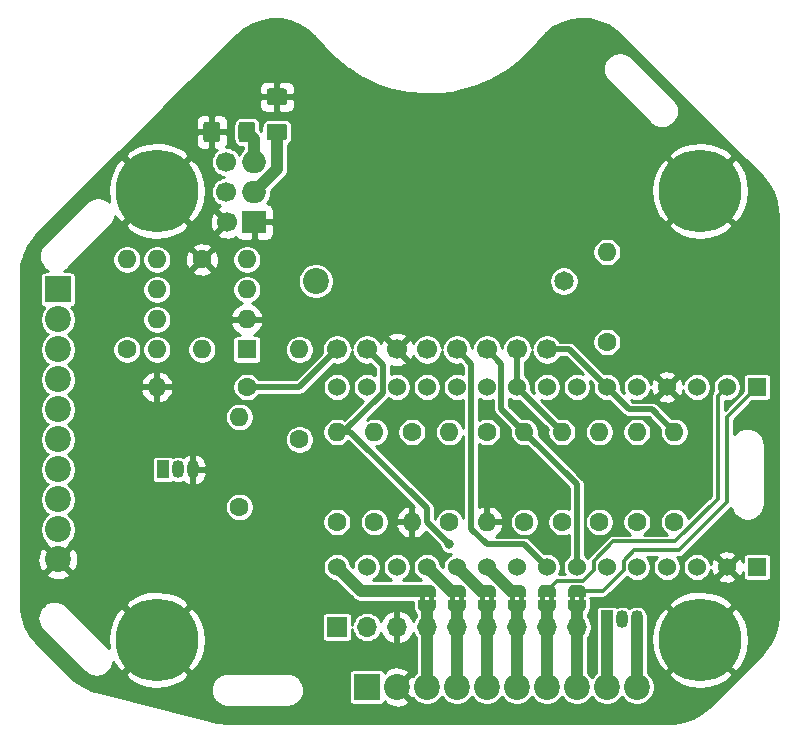
<source format=gbl>
G04 #@! TF.GenerationSoftware,KiCad,Pcbnew,(5.1.10)-1*
G04 #@! TF.CreationDate,2021-09-09T16:44:11+02:00*
G04 #@! TF.ProjectId,Motorrumsstyrning,4d6f746f-7272-4756-9d73-737479726e69,rev?*
G04 #@! TF.SameCoordinates,Original*
G04 #@! TF.FileFunction,Copper,L4,Bot*
G04 #@! TF.FilePolarity,Positive*
%FSLAX46Y46*%
G04 Gerber Fmt 4.6, Leading zero omitted, Abs format (unit mm)*
G04 Created by KiCad (PCBNEW (5.1.10)-1) date 2021-09-09 16:44:11*
%MOMM*%
%LPD*%
G01*
G04 APERTURE LIST*
G04 #@! TA.AperFunction,EtchedComponent*
%ADD10C,0.100000*%
G04 #@! TD*
G04 #@! TA.AperFunction,ComponentPad*
%ADD11O,2.000000X1.905000*%
G04 #@! TD*
G04 #@! TA.AperFunction,ComponentPad*
%ADD12R,2.000000X1.905000*%
G04 #@! TD*
G04 #@! TA.AperFunction,ComponentPad*
%ADD13C,1.650000*%
G04 #@! TD*
G04 #@! TA.AperFunction,ComponentPad*
%ADD14C,2.200000*%
G04 #@! TD*
G04 #@! TA.AperFunction,ComponentPad*
%ADD15C,1.530000*%
G04 #@! TD*
G04 #@! TA.AperFunction,ComponentPad*
%ADD16R,1.530000X1.530000*%
G04 #@! TD*
G04 #@! TA.AperFunction,ComponentPad*
%ADD17O,1.700000X1.700000*%
G04 #@! TD*
G04 #@! TA.AperFunction,ComponentPad*
%ADD18R,1.700000X1.700000*%
G04 #@! TD*
G04 #@! TA.AperFunction,ComponentPad*
%ADD19C,1.700000*%
G04 #@! TD*
G04 #@! TA.AperFunction,SMDPad,CuDef*
%ADD20C,0.100000*%
G04 #@! TD*
G04 #@! TA.AperFunction,ComponentPad*
%ADD21O,1.600000X1.600000*%
G04 #@! TD*
G04 #@! TA.AperFunction,ComponentPad*
%ADD22C,1.600000*%
G04 #@! TD*
G04 #@! TA.AperFunction,ComponentPad*
%ADD23R,2.200000X2.200000*%
G04 #@! TD*
G04 #@! TA.AperFunction,ComponentPad*
%ADD24R,1.600000X1.600000*%
G04 #@! TD*
G04 #@! TA.AperFunction,ComponentPad*
%ADD25R,1.050000X1.500000*%
G04 #@! TD*
G04 #@! TA.AperFunction,ComponentPad*
%ADD26O,1.050000X1.500000*%
G04 #@! TD*
G04 #@! TA.AperFunction,ComponentPad*
%ADD27C,7.000000*%
G04 #@! TD*
G04 #@! TA.AperFunction,ViaPad*
%ADD28C,0.800000*%
G04 #@! TD*
G04 #@! TA.AperFunction,Conductor*
%ADD29C,1.000000*%
G04 #@! TD*
G04 #@! TA.AperFunction,Conductor*
%ADD30C,0.500000*%
G04 #@! TD*
G04 #@! TA.AperFunction,Conductor*
%ADD31C,0.300000*%
G04 #@! TD*
G04 #@! TA.AperFunction,Conductor*
%ADD32C,0.254000*%
G04 #@! TD*
G04 #@! TA.AperFunction,Conductor*
%ADD33C,0.100000*%
G04 #@! TD*
G04 APERTURE END LIST*
D10*
G36*
X162760000Y-112272000D02*
G01*
X162760000Y-112772000D01*
X163160000Y-112772000D01*
X163160000Y-112272000D01*
X162760000Y-112272000D01*
G37*
G36*
X161960000Y-112272000D02*
G01*
X161960000Y-112772000D01*
X162360000Y-112772000D01*
X162360000Y-112272000D01*
X161960000Y-112272000D01*
G37*
G36*
X160220000Y-112272000D02*
G01*
X160220000Y-112772000D01*
X160620000Y-112772000D01*
X160620000Y-112272000D01*
X160220000Y-112272000D01*
G37*
G36*
X159420000Y-112272000D02*
G01*
X159420000Y-112772000D01*
X159820000Y-112772000D01*
X159820000Y-112272000D01*
X159420000Y-112272000D01*
G37*
G36*
X157680000Y-112272000D02*
G01*
X157680000Y-112772000D01*
X158080000Y-112772000D01*
X158080000Y-112272000D01*
X157680000Y-112272000D01*
G37*
G36*
X156880000Y-112272000D02*
G01*
X156880000Y-112772000D01*
X157280000Y-112772000D01*
X157280000Y-112272000D01*
X156880000Y-112272000D01*
G37*
G36*
X155140000Y-112272000D02*
G01*
X155140000Y-112772000D01*
X155540000Y-112772000D01*
X155540000Y-112272000D01*
X155140000Y-112272000D01*
G37*
G36*
X154340000Y-112272000D02*
G01*
X154340000Y-112772000D01*
X154740000Y-112772000D01*
X154740000Y-112272000D01*
X154340000Y-112272000D01*
G37*
G36*
X152600000Y-112272000D02*
G01*
X152600000Y-112772000D01*
X153000000Y-112772000D01*
X153000000Y-112272000D01*
X152600000Y-112272000D01*
G37*
G36*
X151800000Y-112272000D02*
G01*
X151800000Y-112772000D01*
X152200000Y-112772000D01*
X152200000Y-112272000D01*
X151800000Y-112272000D01*
G37*
G36*
X150060000Y-112272000D02*
G01*
X150060000Y-112772000D01*
X150460000Y-112772000D01*
X150460000Y-112272000D01*
X150060000Y-112272000D01*
G37*
G36*
X149260000Y-112272000D02*
G01*
X149260000Y-112772000D01*
X149660000Y-112772000D01*
X149660000Y-112272000D01*
X149260000Y-112272000D01*
G37*
D11*
X135255000Y-75565000D03*
X135255000Y-78105000D03*
D12*
X135255000Y-80645000D03*
D13*
X161450000Y-85650000D03*
D14*
X140450000Y-85650000D03*
G04 #@! TA.AperFunction,SMDPad,CuDef*
G36*
G01*
X136535000Y-72312500D02*
X137785000Y-72312500D01*
G75*
G02*
X138035000Y-72562500I0J-250000D01*
G01*
X138035000Y-73487500D01*
G75*
G02*
X137785000Y-73737500I-250000J0D01*
G01*
X136535000Y-73737500D01*
G75*
G02*
X136285000Y-73487500I0J250000D01*
G01*
X136285000Y-72562500D01*
G75*
G02*
X136535000Y-72312500I250000J0D01*
G01*
G37*
G04 #@! TD.AperFunction*
G04 #@! TA.AperFunction,SMDPad,CuDef*
G36*
G01*
X136535000Y-69337500D02*
X137785000Y-69337500D01*
G75*
G02*
X138035000Y-69587500I0J-250000D01*
G01*
X138035000Y-70512500D01*
G75*
G02*
X137785000Y-70762500I-250000J0D01*
G01*
X136535000Y-70762500D01*
G75*
G02*
X136285000Y-70512500I0J250000D01*
G01*
X136285000Y-69587500D01*
G75*
G02*
X136535000Y-69337500I250000J0D01*
G01*
G37*
G04 #@! TD.AperFunction*
G04 #@! TA.AperFunction,SMDPad,CuDef*
G36*
G01*
X133907500Y-73650000D02*
X133907500Y-72400000D01*
G75*
G02*
X134157500Y-72150000I250000J0D01*
G01*
X135082500Y-72150000D01*
G75*
G02*
X135332500Y-72400000I0J-250000D01*
G01*
X135332500Y-73650000D01*
G75*
G02*
X135082500Y-73900000I-250000J0D01*
G01*
X134157500Y-73900000D01*
G75*
G02*
X133907500Y-73650000I0J250000D01*
G01*
G37*
G04 #@! TD.AperFunction*
G04 #@! TA.AperFunction,SMDPad,CuDef*
G36*
G01*
X130932500Y-73650000D02*
X130932500Y-72400000D01*
G75*
G02*
X131182500Y-72150000I250000J0D01*
G01*
X132107500Y-72150000D01*
G75*
G02*
X132357500Y-72400000I0J-250000D01*
G01*
X132357500Y-73650000D01*
G75*
G02*
X132107500Y-73900000I-250000J0D01*
G01*
X131182500Y-73900000D01*
G75*
G02*
X130932500Y-73650000I0J250000D01*
G01*
G37*
G04 #@! TD.AperFunction*
D15*
X142240000Y-94615000D03*
X144780000Y-94615000D03*
X147320000Y-94615000D03*
X149860000Y-94615000D03*
X152400000Y-94615000D03*
X154940000Y-94615000D03*
X157480000Y-94615000D03*
X160020000Y-94615000D03*
X162560000Y-94615000D03*
X165100000Y-94615000D03*
X167640000Y-94615000D03*
X170180000Y-94615000D03*
X172720000Y-94615000D03*
X175260000Y-94615000D03*
D16*
X177800000Y-94615000D03*
D15*
X142240000Y-109855000D03*
X144780000Y-109855000D03*
X147320000Y-109855000D03*
X149860000Y-109855000D03*
X152400000Y-109855000D03*
X154940000Y-109855000D03*
X157480000Y-109855000D03*
X160020000Y-109855000D03*
X162560000Y-109855000D03*
X165100000Y-109855000D03*
X167640000Y-109855000D03*
X170180000Y-109855000D03*
X172720000Y-109855000D03*
X175260000Y-109855000D03*
D16*
X177800000Y-109855000D03*
D17*
X162560000Y-114935000D03*
X160020000Y-114935000D03*
X157480000Y-114935000D03*
X154940000Y-114935000D03*
X152400000Y-114935000D03*
X149860000Y-114935000D03*
X147320000Y-114935000D03*
X144780000Y-114935000D03*
D18*
X142240000Y-114935000D03*
D19*
X132842000Y-78105000D03*
X132969000Y-80645000D03*
X132842000Y-75565000D03*
G04 #@! TA.AperFunction,SMDPad,CuDef*
D20*
G36*
X161810000Y-112372000D02*
G01*
X161810000Y-111872000D01*
X161810602Y-111872000D01*
X161810602Y-111847466D01*
X161815412Y-111798635D01*
X161824984Y-111750510D01*
X161839228Y-111703555D01*
X161858005Y-111658222D01*
X161881136Y-111614949D01*
X161908396Y-111574150D01*
X161939524Y-111536221D01*
X161974221Y-111501524D01*
X162012150Y-111470396D01*
X162052949Y-111443136D01*
X162096222Y-111420005D01*
X162141555Y-111401228D01*
X162188510Y-111386984D01*
X162236635Y-111377412D01*
X162285466Y-111372602D01*
X162310000Y-111372602D01*
X162310000Y-111372000D01*
X162810000Y-111372000D01*
X162810000Y-111372602D01*
X162834534Y-111372602D01*
X162883365Y-111377412D01*
X162931490Y-111386984D01*
X162978445Y-111401228D01*
X163023778Y-111420005D01*
X163067051Y-111443136D01*
X163107850Y-111470396D01*
X163145779Y-111501524D01*
X163180476Y-111536221D01*
X163211604Y-111574150D01*
X163238864Y-111614949D01*
X163261995Y-111658222D01*
X163280772Y-111703555D01*
X163295016Y-111750510D01*
X163304588Y-111798635D01*
X163309398Y-111847466D01*
X163309398Y-111872000D01*
X163310000Y-111872000D01*
X163310000Y-112372000D01*
X161810000Y-112372000D01*
G37*
G04 #@! TD.AperFunction*
G04 #@! TA.AperFunction,SMDPad,CuDef*
G36*
X163309398Y-113172000D02*
G01*
X163309398Y-113196534D01*
X163304588Y-113245365D01*
X163295016Y-113293490D01*
X163280772Y-113340445D01*
X163261995Y-113385778D01*
X163238864Y-113429051D01*
X163211604Y-113469850D01*
X163180476Y-113507779D01*
X163145779Y-113542476D01*
X163107850Y-113573604D01*
X163067051Y-113600864D01*
X163023778Y-113623995D01*
X162978445Y-113642772D01*
X162931490Y-113657016D01*
X162883365Y-113666588D01*
X162834534Y-113671398D01*
X162810000Y-113671398D01*
X162810000Y-113672000D01*
X162310000Y-113672000D01*
X162310000Y-113671398D01*
X162285466Y-113671398D01*
X162236635Y-113666588D01*
X162188510Y-113657016D01*
X162141555Y-113642772D01*
X162096222Y-113623995D01*
X162052949Y-113600864D01*
X162012150Y-113573604D01*
X161974221Y-113542476D01*
X161939524Y-113507779D01*
X161908396Y-113469850D01*
X161881136Y-113429051D01*
X161858005Y-113385778D01*
X161839228Y-113340445D01*
X161824984Y-113293490D01*
X161815412Y-113245365D01*
X161810602Y-113196534D01*
X161810602Y-113172000D01*
X161810000Y-113172000D01*
X161810000Y-112672000D01*
X163310000Y-112672000D01*
X163310000Y-113172000D01*
X163309398Y-113172000D01*
G37*
G04 #@! TD.AperFunction*
G04 #@! TA.AperFunction,SMDPad,CuDef*
G36*
X159270000Y-112372000D02*
G01*
X159270000Y-111872000D01*
X159270602Y-111872000D01*
X159270602Y-111847466D01*
X159275412Y-111798635D01*
X159284984Y-111750510D01*
X159299228Y-111703555D01*
X159318005Y-111658222D01*
X159341136Y-111614949D01*
X159368396Y-111574150D01*
X159399524Y-111536221D01*
X159434221Y-111501524D01*
X159472150Y-111470396D01*
X159512949Y-111443136D01*
X159556222Y-111420005D01*
X159601555Y-111401228D01*
X159648510Y-111386984D01*
X159696635Y-111377412D01*
X159745466Y-111372602D01*
X159770000Y-111372602D01*
X159770000Y-111372000D01*
X160270000Y-111372000D01*
X160270000Y-111372602D01*
X160294534Y-111372602D01*
X160343365Y-111377412D01*
X160391490Y-111386984D01*
X160438445Y-111401228D01*
X160483778Y-111420005D01*
X160527051Y-111443136D01*
X160567850Y-111470396D01*
X160605779Y-111501524D01*
X160640476Y-111536221D01*
X160671604Y-111574150D01*
X160698864Y-111614949D01*
X160721995Y-111658222D01*
X160740772Y-111703555D01*
X160755016Y-111750510D01*
X160764588Y-111798635D01*
X160769398Y-111847466D01*
X160769398Y-111872000D01*
X160770000Y-111872000D01*
X160770000Y-112372000D01*
X159270000Y-112372000D01*
G37*
G04 #@! TD.AperFunction*
G04 #@! TA.AperFunction,SMDPad,CuDef*
G36*
X160769398Y-113172000D02*
G01*
X160769398Y-113196534D01*
X160764588Y-113245365D01*
X160755016Y-113293490D01*
X160740772Y-113340445D01*
X160721995Y-113385778D01*
X160698864Y-113429051D01*
X160671604Y-113469850D01*
X160640476Y-113507779D01*
X160605779Y-113542476D01*
X160567850Y-113573604D01*
X160527051Y-113600864D01*
X160483778Y-113623995D01*
X160438445Y-113642772D01*
X160391490Y-113657016D01*
X160343365Y-113666588D01*
X160294534Y-113671398D01*
X160270000Y-113671398D01*
X160270000Y-113672000D01*
X159770000Y-113672000D01*
X159770000Y-113671398D01*
X159745466Y-113671398D01*
X159696635Y-113666588D01*
X159648510Y-113657016D01*
X159601555Y-113642772D01*
X159556222Y-113623995D01*
X159512949Y-113600864D01*
X159472150Y-113573604D01*
X159434221Y-113542476D01*
X159399524Y-113507779D01*
X159368396Y-113469850D01*
X159341136Y-113429051D01*
X159318005Y-113385778D01*
X159299228Y-113340445D01*
X159284984Y-113293490D01*
X159275412Y-113245365D01*
X159270602Y-113196534D01*
X159270602Y-113172000D01*
X159270000Y-113172000D01*
X159270000Y-112672000D01*
X160770000Y-112672000D01*
X160770000Y-113172000D01*
X160769398Y-113172000D01*
G37*
G04 #@! TD.AperFunction*
G04 #@! TA.AperFunction,SMDPad,CuDef*
G36*
X156730000Y-112372000D02*
G01*
X156730000Y-111872000D01*
X156730602Y-111872000D01*
X156730602Y-111847466D01*
X156735412Y-111798635D01*
X156744984Y-111750510D01*
X156759228Y-111703555D01*
X156778005Y-111658222D01*
X156801136Y-111614949D01*
X156828396Y-111574150D01*
X156859524Y-111536221D01*
X156894221Y-111501524D01*
X156932150Y-111470396D01*
X156972949Y-111443136D01*
X157016222Y-111420005D01*
X157061555Y-111401228D01*
X157108510Y-111386984D01*
X157156635Y-111377412D01*
X157205466Y-111372602D01*
X157230000Y-111372602D01*
X157230000Y-111372000D01*
X157730000Y-111372000D01*
X157730000Y-111372602D01*
X157754534Y-111372602D01*
X157803365Y-111377412D01*
X157851490Y-111386984D01*
X157898445Y-111401228D01*
X157943778Y-111420005D01*
X157987051Y-111443136D01*
X158027850Y-111470396D01*
X158065779Y-111501524D01*
X158100476Y-111536221D01*
X158131604Y-111574150D01*
X158158864Y-111614949D01*
X158181995Y-111658222D01*
X158200772Y-111703555D01*
X158215016Y-111750510D01*
X158224588Y-111798635D01*
X158229398Y-111847466D01*
X158229398Y-111872000D01*
X158230000Y-111872000D01*
X158230000Y-112372000D01*
X156730000Y-112372000D01*
G37*
G04 #@! TD.AperFunction*
G04 #@! TA.AperFunction,SMDPad,CuDef*
G36*
X158229398Y-113172000D02*
G01*
X158229398Y-113196534D01*
X158224588Y-113245365D01*
X158215016Y-113293490D01*
X158200772Y-113340445D01*
X158181995Y-113385778D01*
X158158864Y-113429051D01*
X158131604Y-113469850D01*
X158100476Y-113507779D01*
X158065779Y-113542476D01*
X158027850Y-113573604D01*
X157987051Y-113600864D01*
X157943778Y-113623995D01*
X157898445Y-113642772D01*
X157851490Y-113657016D01*
X157803365Y-113666588D01*
X157754534Y-113671398D01*
X157730000Y-113671398D01*
X157730000Y-113672000D01*
X157230000Y-113672000D01*
X157230000Y-113671398D01*
X157205466Y-113671398D01*
X157156635Y-113666588D01*
X157108510Y-113657016D01*
X157061555Y-113642772D01*
X157016222Y-113623995D01*
X156972949Y-113600864D01*
X156932150Y-113573604D01*
X156894221Y-113542476D01*
X156859524Y-113507779D01*
X156828396Y-113469850D01*
X156801136Y-113429051D01*
X156778005Y-113385778D01*
X156759228Y-113340445D01*
X156744984Y-113293490D01*
X156735412Y-113245365D01*
X156730602Y-113196534D01*
X156730602Y-113172000D01*
X156730000Y-113172000D01*
X156730000Y-112672000D01*
X158230000Y-112672000D01*
X158230000Y-113172000D01*
X158229398Y-113172000D01*
G37*
G04 #@! TD.AperFunction*
G04 #@! TA.AperFunction,SMDPad,CuDef*
G36*
X154190000Y-112372000D02*
G01*
X154190000Y-111872000D01*
X154190602Y-111872000D01*
X154190602Y-111847466D01*
X154195412Y-111798635D01*
X154204984Y-111750510D01*
X154219228Y-111703555D01*
X154238005Y-111658222D01*
X154261136Y-111614949D01*
X154288396Y-111574150D01*
X154319524Y-111536221D01*
X154354221Y-111501524D01*
X154392150Y-111470396D01*
X154432949Y-111443136D01*
X154476222Y-111420005D01*
X154521555Y-111401228D01*
X154568510Y-111386984D01*
X154616635Y-111377412D01*
X154665466Y-111372602D01*
X154690000Y-111372602D01*
X154690000Y-111372000D01*
X155190000Y-111372000D01*
X155190000Y-111372602D01*
X155214534Y-111372602D01*
X155263365Y-111377412D01*
X155311490Y-111386984D01*
X155358445Y-111401228D01*
X155403778Y-111420005D01*
X155447051Y-111443136D01*
X155487850Y-111470396D01*
X155525779Y-111501524D01*
X155560476Y-111536221D01*
X155591604Y-111574150D01*
X155618864Y-111614949D01*
X155641995Y-111658222D01*
X155660772Y-111703555D01*
X155675016Y-111750510D01*
X155684588Y-111798635D01*
X155689398Y-111847466D01*
X155689398Y-111872000D01*
X155690000Y-111872000D01*
X155690000Y-112372000D01*
X154190000Y-112372000D01*
G37*
G04 #@! TD.AperFunction*
G04 #@! TA.AperFunction,SMDPad,CuDef*
G36*
X155689398Y-113172000D02*
G01*
X155689398Y-113196534D01*
X155684588Y-113245365D01*
X155675016Y-113293490D01*
X155660772Y-113340445D01*
X155641995Y-113385778D01*
X155618864Y-113429051D01*
X155591604Y-113469850D01*
X155560476Y-113507779D01*
X155525779Y-113542476D01*
X155487850Y-113573604D01*
X155447051Y-113600864D01*
X155403778Y-113623995D01*
X155358445Y-113642772D01*
X155311490Y-113657016D01*
X155263365Y-113666588D01*
X155214534Y-113671398D01*
X155190000Y-113671398D01*
X155190000Y-113672000D01*
X154690000Y-113672000D01*
X154690000Y-113671398D01*
X154665466Y-113671398D01*
X154616635Y-113666588D01*
X154568510Y-113657016D01*
X154521555Y-113642772D01*
X154476222Y-113623995D01*
X154432949Y-113600864D01*
X154392150Y-113573604D01*
X154354221Y-113542476D01*
X154319524Y-113507779D01*
X154288396Y-113469850D01*
X154261136Y-113429051D01*
X154238005Y-113385778D01*
X154219228Y-113340445D01*
X154204984Y-113293490D01*
X154195412Y-113245365D01*
X154190602Y-113196534D01*
X154190602Y-113172000D01*
X154190000Y-113172000D01*
X154190000Y-112672000D01*
X155690000Y-112672000D01*
X155690000Y-113172000D01*
X155689398Y-113172000D01*
G37*
G04 #@! TD.AperFunction*
G04 #@! TA.AperFunction,SMDPad,CuDef*
G36*
X151650000Y-112372000D02*
G01*
X151650000Y-111872000D01*
X151650602Y-111872000D01*
X151650602Y-111847466D01*
X151655412Y-111798635D01*
X151664984Y-111750510D01*
X151679228Y-111703555D01*
X151698005Y-111658222D01*
X151721136Y-111614949D01*
X151748396Y-111574150D01*
X151779524Y-111536221D01*
X151814221Y-111501524D01*
X151852150Y-111470396D01*
X151892949Y-111443136D01*
X151936222Y-111420005D01*
X151981555Y-111401228D01*
X152028510Y-111386984D01*
X152076635Y-111377412D01*
X152125466Y-111372602D01*
X152150000Y-111372602D01*
X152150000Y-111372000D01*
X152650000Y-111372000D01*
X152650000Y-111372602D01*
X152674534Y-111372602D01*
X152723365Y-111377412D01*
X152771490Y-111386984D01*
X152818445Y-111401228D01*
X152863778Y-111420005D01*
X152907051Y-111443136D01*
X152947850Y-111470396D01*
X152985779Y-111501524D01*
X153020476Y-111536221D01*
X153051604Y-111574150D01*
X153078864Y-111614949D01*
X153101995Y-111658222D01*
X153120772Y-111703555D01*
X153135016Y-111750510D01*
X153144588Y-111798635D01*
X153149398Y-111847466D01*
X153149398Y-111872000D01*
X153150000Y-111872000D01*
X153150000Y-112372000D01*
X151650000Y-112372000D01*
G37*
G04 #@! TD.AperFunction*
G04 #@! TA.AperFunction,SMDPad,CuDef*
G36*
X153149398Y-113172000D02*
G01*
X153149398Y-113196534D01*
X153144588Y-113245365D01*
X153135016Y-113293490D01*
X153120772Y-113340445D01*
X153101995Y-113385778D01*
X153078864Y-113429051D01*
X153051604Y-113469850D01*
X153020476Y-113507779D01*
X152985779Y-113542476D01*
X152947850Y-113573604D01*
X152907051Y-113600864D01*
X152863778Y-113623995D01*
X152818445Y-113642772D01*
X152771490Y-113657016D01*
X152723365Y-113666588D01*
X152674534Y-113671398D01*
X152650000Y-113671398D01*
X152650000Y-113672000D01*
X152150000Y-113672000D01*
X152150000Y-113671398D01*
X152125466Y-113671398D01*
X152076635Y-113666588D01*
X152028510Y-113657016D01*
X151981555Y-113642772D01*
X151936222Y-113623995D01*
X151892949Y-113600864D01*
X151852150Y-113573604D01*
X151814221Y-113542476D01*
X151779524Y-113507779D01*
X151748396Y-113469850D01*
X151721136Y-113429051D01*
X151698005Y-113385778D01*
X151679228Y-113340445D01*
X151664984Y-113293490D01*
X151655412Y-113245365D01*
X151650602Y-113196534D01*
X151650602Y-113172000D01*
X151650000Y-113172000D01*
X151650000Y-112672000D01*
X153150000Y-112672000D01*
X153150000Y-113172000D01*
X153149398Y-113172000D01*
G37*
G04 #@! TD.AperFunction*
G04 #@! TA.AperFunction,SMDPad,CuDef*
G36*
X149110000Y-112372000D02*
G01*
X149110000Y-111872000D01*
X149110602Y-111872000D01*
X149110602Y-111847466D01*
X149115412Y-111798635D01*
X149124984Y-111750510D01*
X149139228Y-111703555D01*
X149158005Y-111658222D01*
X149181136Y-111614949D01*
X149208396Y-111574150D01*
X149239524Y-111536221D01*
X149274221Y-111501524D01*
X149312150Y-111470396D01*
X149352949Y-111443136D01*
X149396222Y-111420005D01*
X149441555Y-111401228D01*
X149488510Y-111386984D01*
X149536635Y-111377412D01*
X149585466Y-111372602D01*
X149610000Y-111372602D01*
X149610000Y-111372000D01*
X150110000Y-111372000D01*
X150110000Y-111372602D01*
X150134534Y-111372602D01*
X150183365Y-111377412D01*
X150231490Y-111386984D01*
X150278445Y-111401228D01*
X150323778Y-111420005D01*
X150367051Y-111443136D01*
X150407850Y-111470396D01*
X150445779Y-111501524D01*
X150480476Y-111536221D01*
X150511604Y-111574150D01*
X150538864Y-111614949D01*
X150561995Y-111658222D01*
X150580772Y-111703555D01*
X150595016Y-111750510D01*
X150604588Y-111798635D01*
X150609398Y-111847466D01*
X150609398Y-111872000D01*
X150610000Y-111872000D01*
X150610000Y-112372000D01*
X149110000Y-112372000D01*
G37*
G04 #@! TD.AperFunction*
G04 #@! TA.AperFunction,SMDPad,CuDef*
G36*
X150609398Y-113172000D02*
G01*
X150609398Y-113196534D01*
X150604588Y-113245365D01*
X150595016Y-113293490D01*
X150580772Y-113340445D01*
X150561995Y-113385778D01*
X150538864Y-113429051D01*
X150511604Y-113469850D01*
X150480476Y-113507779D01*
X150445779Y-113542476D01*
X150407850Y-113573604D01*
X150367051Y-113600864D01*
X150323778Y-113623995D01*
X150278445Y-113642772D01*
X150231490Y-113657016D01*
X150183365Y-113666588D01*
X150134534Y-113671398D01*
X150110000Y-113671398D01*
X150110000Y-113672000D01*
X149610000Y-113672000D01*
X149610000Y-113671398D01*
X149585466Y-113671398D01*
X149536635Y-113666588D01*
X149488510Y-113657016D01*
X149441555Y-113642772D01*
X149396222Y-113623995D01*
X149352949Y-113600864D01*
X149312150Y-113573604D01*
X149274221Y-113542476D01*
X149239524Y-113507779D01*
X149208396Y-113469850D01*
X149181136Y-113429051D01*
X149158005Y-113385778D01*
X149139228Y-113340445D01*
X149124984Y-113293490D01*
X149115412Y-113245365D01*
X149110602Y-113196534D01*
X149110602Y-113172000D01*
X149110000Y-113172000D01*
X149110000Y-112672000D01*
X150610000Y-112672000D01*
X150610000Y-113172000D01*
X150609398Y-113172000D01*
G37*
G04 #@! TD.AperFunction*
D21*
X133985000Y-97155000D03*
D22*
X133985000Y-104775000D03*
D21*
X164465000Y-98425000D03*
D22*
X164465000Y-106045000D03*
D21*
X145415000Y-98425000D03*
D22*
X145415000Y-106045000D03*
D21*
X142240000Y-98425000D03*
D22*
X142240000Y-106045000D03*
D19*
X154940000Y-91440000D03*
X152400000Y-91440000D03*
X144780000Y-91440000D03*
X142240000Y-91440000D03*
X160020000Y-91440000D03*
X157480000Y-91440000D03*
X149860000Y-91440000D03*
X147320000Y-91440000D03*
D21*
X165100000Y-83185000D03*
D22*
X165100000Y-90805000D03*
D21*
X158115000Y-98425000D03*
D22*
X158115000Y-106045000D03*
X139065000Y-99060000D03*
D21*
X139065000Y-91440000D03*
X170815000Y-98425000D03*
D22*
X170815000Y-106045000D03*
D21*
X127000000Y-94615000D03*
D22*
X134620000Y-94615000D03*
D21*
X161290000Y-98425000D03*
D22*
X161290000Y-106045000D03*
D21*
X124460000Y-83820000D03*
D22*
X124460000Y-91440000D03*
D21*
X154940000Y-106045000D03*
D22*
X154940000Y-98425000D03*
D21*
X151765000Y-98425000D03*
D22*
X151765000Y-106045000D03*
D21*
X167640000Y-98425000D03*
D22*
X167640000Y-106045000D03*
D21*
X130810000Y-91440000D03*
D22*
X130810000Y-83820000D03*
D21*
X148590000Y-106045000D03*
D22*
X148590000Y-98425000D03*
D23*
X144780000Y-120015000D03*
D14*
X147320000Y-120015000D03*
X149860000Y-120015000D03*
X152400000Y-120015000D03*
X154940000Y-120015000D03*
X157480000Y-120015000D03*
X160020000Y-120015000D03*
X162560000Y-120015000D03*
X165100000Y-120015000D03*
X167640000Y-120015000D03*
D23*
X118618000Y-86360000D03*
D14*
X118618000Y-88900000D03*
X118618000Y-91440000D03*
X118618000Y-93980000D03*
X118618000Y-96520000D03*
X118618000Y-99060000D03*
X118618000Y-101600000D03*
X118618000Y-104140000D03*
X118618000Y-106680000D03*
X118618000Y-109220000D03*
D21*
X127000000Y-91440000D03*
X134620000Y-83820000D03*
X127000000Y-88900000D03*
X134620000Y-86360000D03*
X127000000Y-86360000D03*
X134620000Y-88900000D03*
X127000000Y-83820000D03*
D24*
X134620000Y-91440000D03*
D25*
X127508000Y-101600000D03*
D26*
X130048000Y-101600000D03*
X128778000Y-101600000D03*
D25*
X165100000Y-114300000D03*
D26*
X167640000Y-114300000D03*
X166370000Y-114300000D03*
D27*
X173000000Y-116000000D03*
X173000000Y-78000000D03*
X127000000Y-116000000D03*
X127000000Y-78000000D03*
D28*
X151765000Y-107950000D03*
D29*
X137160000Y-76200000D02*
X135255000Y-78105000D01*
X137160000Y-73025000D02*
X137160000Y-76200000D01*
D30*
X142768202Y-98425000D02*
X142240000Y-98425000D01*
X146104999Y-95088203D02*
X142768202Y-98425000D01*
X146104999Y-92764999D02*
X146104999Y-95088203D01*
X144780000Y-91440000D02*
X146104999Y-92764999D01*
X149840001Y-106025001D02*
X151765000Y-107950000D01*
X149840001Y-104893631D02*
X149840001Y-106025001D01*
X143371370Y-98425000D02*
X149840001Y-104893631D01*
X142240000Y-98425000D02*
X143371370Y-98425000D01*
X158804999Y-108639999D02*
X160020000Y-109855000D01*
X158115000Y-107950000D02*
X158804999Y-108639999D01*
X154940000Y-107950000D02*
X158115000Y-107950000D01*
X153615001Y-106625001D02*
X154940000Y-107950000D01*
X153615001Y-92655001D02*
X153615001Y-106625001D01*
X152400000Y-91440000D02*
X153615001Y-92655001D01*
X162560000Y-102870000D02*
X162560000Y-109855000D01*
X158115000Y-98425000D02*
X162560000Y-102870000D01*
X156155001Y-96465001D02*
X158115000Y-98425000D01*
X156155001Y-92655001D02*
X156155001Y-96465001D01*
X154940000Y-91440000D02*
X156155001Y-92655001D01*
X157480000Y-94615000D02*
X157480000Y-91440000D01*
X157480000Y-94615000D02*
X161290000Y-98425000D01*
X161925000Y-91440000D02*
X160020000Y-91440000D01*
X165100000Y-94615000D02*
X161925000Y-91440000D01*
X165100000Y-94615000D02*
X167005000Y-96520000D01*
X168910000Y-96520000D02*
X170815000Y-98425000D01*
X167005000Y-96520000D02*
X168910000Y-96520000D01*
D29*
X135255000Y-73660000D02*
X134620000Y-73025000D01*
X135255000Y-75565000D02*
X135255000Y-73660000D01*
X167640000Y-120015000D02*
X167640000Y-114300000D01*
X165100000Y-120015000D02*
X165100000Y-114300000D01*
X144257000Y-111872000D02*
X149860000Y-111872000D01*
X142240000Y-109855000D02*
X144257000Y-111872000D01*
D30*
X139065000Y-94615000D02*
X142240000Y-91440000D01*
X134620000Y-94615000D02*
X139065000Y-94615000D01*
D29*
X156957000Y-111872000D02*
X157480000Y-111872000D01*
X154940000Y-109855000D02*
X156957000Y-111872000D01*
X151877000Y-111872000D02*
X152400000Y-111872000D01*
X149860000Y-109855000D02*
X151877000Y-111872000D01*
X154417000Y-111872000D02*
X154940000Y-111872000D01*
X152400000Y-109855000D02*
X154417000Y-111872000D01*
D31*
X174498000Y-95377000D02*
X175260000Y-94615000D01*
X174498000Y-104064002D02*
X174498000Y-95377000D01*
X170866002Y-107696000D02*
X174498000Y-104064002D01*
X165608798Y-107696000D02*
X170866002Y-107696000D01*
X163984999Y-109319799D02*
X165608798Y-107696000D01*
X163984999Y-110080203D02*
X163984999Y-109319799D01*
X163043212Y-111021990D02*
X163984999Y-110080203D01*
X160870010Y-111021990D02*
X163043212Y-111021990D01*
X160020000Y-111872000D02*
X160870010Y-111021990D01*
X175260000Y-104394000D02*
X175260000Y-97155000D01*
X171196000Y-108458000D02*
X175260000Y-104394000D01*
X167386798Y-108458000D02*
X171196000Y-108458000D01*
X166524999Y-110080203D02*
X166524999Y-109319799D01*
X175260000Y-97155000D02*
X177800000Y-94615000D01*
X164733202Y-111872000D02*
X166524999Y-110080203D01*
X166524999Y-109319799D02*
X167386798Y-108458000D01*
X162560000Y-111872000D02*
X164733202Y-111872000D01*
D29*
X162560000Y-113172000D02*
X162560000Y-114935000D01*
X162560000Y-114935000D02*
X162560000Y-120015000D01*
X160020000Y-113172000D02*
X160020000Y-114935000D01*
X160020000Y-120015000D02*
X160020000Y-114935000D01*
X157480000Y-114935000D02*
X157480000Y-113172000D01*
X157480000Y-120015000D02*
X157480000Y-114935000D01*
X154940000Y-113172000D02*
X154940000Y-114935000D01*
X154940000Y-114935000D02*
X154940000Y-120015000D01*
X152400000Y-113172000D02*
X152400000Y-114935000D01*
X152400000Y-114935000D02*
X152400000Y-120015000D01*
X149860000Y-113172000D02*
X149860000Y-114935000D01*
X149860000Y-120015000D02*
X149860000Y-114935000D01*
D32*
X163638200Y-63498815D02*
X164425208Y-63682970D01*
X165167161Y-64003580D01*
X165847019Y-64454761D01*
X166224771Y-64792926D01*
X178201684Y-76769840D01*
X178733114Y-77405423D01*
X179133573Y-78107504D01*
X179403376Y-78869403D01*
X179535919Y-79678797D01*
X179548001Y-80008298D01*
X179548000Y-113979865D01*
X179474353Y-114805066D01*
X179261075Y-115584678D01*
X178913108Y-116314205D01*
X178434508Y-116980248D01*
X178210046Y-117221798D01*
X173730166Y-121701679D01*
X173094579Y-122233112D01*
X172392501Y-122633571D01*
X171630595Y-122903376D01*
X170821204Y-123035919D01*
X170491729Y-123048000D01*
X133020135Y-123048000D01*
X132176965Y-122972749D01*
X132117340Y-122961429D01*
X122147140Y-120468444D01*
X121341197Y-120232769D01*
X121307592Y-120216014D01*
X131549884Y-120216014D01*
X131550170Y-120256981D01*
X131549884Y-120297948D01*
X131550500Y-120304229D01*
X131570901Y-120498326D01*
X131579141Y-120538470D01*
X131586815Y-120578696D01*
X131588639Y-120584738D01*
X131646351Y-120771176D01*
X131662243Y-120808982D01*
X131677573Y-120846925D01*
X131680533Y-120852493D01*
X131680535Y-120852498D01*
X131680536Y-120852499D01*
X131773360Y-121024174D01*
X131796268Y-121058138D01*
X131818702Y-121092419D01*
X131822680Y-121097295D01*
X131822689Y-121097308D01*
X131822696Y-121097315D01*
X131947094Y-121247687D01*
X131976164Y-121276554D01*
X132004826Y-121305823D01*
X132009689Y-121309846D01*
X132160931Y-121433196D01*
X132195046Y-121455862D01*
X132228856Y-121479012D01*
X132234407Y-121482014D01*
X132406730Y-121573639D01*
X132444630Y-121589260D01*
X132482259Y-121605388D01*
X132488278Y-121607251D01*
X132488288Y-121607255D01*
X132488298Y-121607257D01*
X132675124Y-121663664D01*
X132715337Y-121671626D01*
X132755382Y-121680138D01*
X132761658Y-121680798D01*
X132955892Y-121699843D01*
X132955895Y-121699843D01*
X132977795Y-121702000D01*
X138022205Y-121702000D01*
X138045090Y-121699746D01*
X138058069Y-121699746D01*
X138064346Y-121699086D01*
X138258296Y-121677331D01*
X138298344Y-121668818D01*
X138338556Y-121660856D01*
X138344585Y-121658990D01*
X138530615Y-121599977D01*
X138568314Y-121583819D01*
X138606143Y-121568227D01*
X138611687Y-121565229D01*
X138611697Y-121565225D01*
X138611705Y-121565219D01*
X138782720Y-121471203D01*
X138816514Y-121448064D01*
X138850644Y-121425388D01*
X138855503Y-121421368D01*
X138855508Y-121421365D01*
X138855512Y-121421361D01*
X139005012Y-121295916D01*
X139033692Y-121266630D01*
X139062746Y-121237778D01*
X139066724Y-121232899D01*
X139066734Y-121232889D01*
X139066741Y-121232878D01*
X139189025Y-121080787D01*
X139211457Y-121046508D01*
X139234364Y-121012547D01*
X139237324Y-121006980D01*
X139237329Y-121006972D01*
X139237332Y-121006964D01*
X139327747Y-120834019D01*
X139343101Y-120796018D01*
X139358970Y-120758266D01*
X139360790Y-120752236D01*
X139360794Y-120752227D01*
X139360796Y-120752218D01*
X139415897Y-120564998D01*
X139423566Y-120524794D01*
X139431811Y-120484630D01*
X139432427Y-120478348D01*
X139450116Y-120283987D01*
X139449830Y-120243019D01*
X139450116Y-120202052D01*
X139449500Y-120195771D01*
X139429099Y-120001674D01*
X139420859Y-119961530D01*
X139413185Y-119921304D01*
X139411361Y-119915262D01*
X139353649Y-119728824D01*
X139337757Y-119691018D01*
X139322427Y-119653075D01*
X139319469Y-119647511D01*
X139319465Y-119647502D01*
X139319460Y-119647495D01*
X139226640Y-119475826D01*
X139203732Y-119441862D01*
X139181298Y-119407581D01*
X139177309Y-119402690D01*
X139052905Y-119252313D01*
X139023839Y-119223448D01*
X138995174Y-119194177D01*
X138990317Y-119190159D01*
X138990311Y-119190153D01*
X138990304Y-119190149D01*
X138839069Y-119066804D01*
X138804972Y-119044150D01*
X138771145Y-119020988D01*
X138765601Y-119017991D01*
X138765593Y-119017986D01*
X138765585Y-119017983D01*
X138593271Y-118926361D01*
X138565708Y-118915000D01*
X143250934Y-118915000D01*
X143250934Y-121115000D01*
X143259178Y-121198707D01*
X143283595Y-121279196D01*
X143323245Y-121353376D01*
X143376605Y-121418395D01*
X143441624Y-121471755D01*
X143515804Y-121511405D01*
X143596293Y-121535822D01*
X143680000Y-121544066D01*
X145880000Y-121544066D01*
X145963707Y-121535822D01*
X146044196Y-121511405D01*
X146118376Y-121471755D01*
X146183395Y-121418395D01*
X146236755Y-121353376D01*
X146276405Y-121279196D01*
X146293429Y-121223077D01*
X146400726Y-121496338D01*
X146707384Y-121647216D01*
X147037585Y-121735369D01*
X147378639Y-121757409D01*
X147717439Y-121712489D01*
X148040966Y-121602336D01*
X148239274Y-121496338D01*
X148347107Y-121221712D01*
X147320000Y-120194605D01*
X147305858Y-120208748D01*
X147126253Y-120029143D01*
X147140395Y-120015000D01*
X147126253Y-120000858D01*
X147305858Y-119821253D01*
X147320000Y-119835395D01*
X148347107Y-118808288D01*
X148239274Y-118533662D01*
X147932616Y-118382784D01*
X147602415Y-118294631D01*
X147261361Y-118272591D01*
X146922561Y-118317511D01*
X146599034Y-118427664D01*
X146400726Y-118533662D01*
X146293429Y-118806923D01*
X146276405Y-118750804D01*
X146236755Y-118676624D01*
X146183395Y-118611605D01*
X146118376Y-118558245D01*
X146044196Y-118518595D01*
X145963707Y-118494178D01*
X145880000Y-118485934D01*
X143680000Y-118485934D01*
X143596293Y-118494178D01*
X143515804Y-118518595D01*
X143441624Y-118558245D01*
X143376605Y-118611605D01*
X143323245Y-118676624D01*
X143283595Y-118750804D01*
X143259178Y-118831293D01*
X143250934Y-118915000D01*
X138565708Y-118915000D01*
X138555369Y-118910739D01*
X138517741Y-118894612D01*
X138511722Y-118892749D01*
X138511712Y-118892745D01*
X138511702Y-118892743D01*
X138324876Y-118836337D01*
X138284693Y-118828380D01*
X138244618Y-118819862D01*
X138238341Y-118819202D01*
X138044108Y-118800157D01*
X138044105Y-118800157D01*
X138022205Y-118798000D01*
X132977795Y-118798000D01*
X132954910Y-118800254D01*
X132941930Y-118800254D01*
X132935654Y-118800914D01*
X132741704Y-118822669D01*
X132701656Y-118831182D01*
X132661444Y-118839144D01*
X132655415Y-118841010D01*
X132469385Y-118900023D01*
X132431726Y-118916164D01*
X132393857Y-118931773D01*
X132388305Y-118934774D01*
X132217280Y-119028797D01*
X132183513Y-119051918D01*
X132149356Y-119074611D01*
X132144497Y-119078632D01*
X132144492Y-119078635D01*
X132144488Y-119078639D01*
X131994988Y-119204084D01*
X131966308Y-119233370D01*
X131937254Y-119262222D01*
X131933270Y-119267107D01*
X131933266Y-119267111D01*
X131933265Y-119267113D01*
X131810975Y-119419213D01*
X131788549Y-119453483D01*
X131765635Y-119487454D01*
X131762676Y-119493020D01*
X131762671Y-119493028D01*
X131762668Y-119493036D01*
X131672253Y-119665982D01*
X131656899Y-119703983D01*
X131641030Y-119741735D01*
X131639210Y-119747764D01*
X131639206Y-119747773D01*
X131639204Y-119747782D01*
X131584103Y-119935002D01*
X131576432Y-119975214D01*
X131568189Y-120015371D01*
X131567573Y-120021652D01*
X131549884Y-120216014D01*
X121307592Y-120216014D01*
X120617855Y-119872126D01*
X119958672Y-119380785D01*
X119779612Y-119211456D01*
X116798321Y-116230166D01*
X116266888Y-115594579D01*
X115866429Y-114892501D01*
X115623716Y-114207100D01*
X116885512Y-114207100D01*
X116886106Y-114213383D01*
X116905829Y-114407549D01*
X116913933Y-114447742D01*
X116921462Y-114487973D01*
X116923263Y-114494015D01*
X116923265Y-114494024D01*
X116923268Y-114494032D01*
X116980325Y-114680659D01*
X116996058Y-114718457D01*
X117011282Y-114756519D01*
X117014226Y-114762102D01*
X117106452Y-114934103D01*
X117129255Y-114968167D01*
X117151554Y-115002504D01*
X117155520Y-115007402D01*
X117155525Y-115007409D01*
X117155531Y-115007415D01*
X117279404Y-115158220D01*
X117279410Y-115158226D01*
X117293366Y-115175231D01*
X120860301Y-118742168D01*
X120878090Y-118756767D01*
X120887257Y-118765934D01*
X120892161Y-118769906D01*
X121044687Y-118891666D01*
X121079048Y-118913980D01*
X121113088Y-118936768D01*
X121118671Y-118939712D01*
X121291942Y-119029527D01*
X121329956Y-119044731D01*
X121367799Y-119060484D01*
X121373847Y-119062287D01*
X121561264Y-119116736D01*
X121601508Y-119124268D01*
X121641693Y-119132370D01*
X121647970Y-119132963D01*
X121647973Y-119132964D01*
X121647976Y-119132964D01*
X121842400Y-119149973D01*
X121883359Y-119149544D01*
X121924327Y-119149687D01*
X121930606Y-119149049D01*
X121930610Y-119149049D01*
X121930614Y-119149048D01*
X122124630Y-119127972D01*
X122164687Y-119119604D01*
X122204948Y-119111778D01*
X122210983Y-119109932D01*
X122397219Y-119051569D01*
X122434954Y-119035552D01*
X122472856Y-119020084D01*
X122478416Y-119017103D01*
X122478421Y-119017101D01*
X122478426Y-119017098D01*
X122649771Y-118923678D01*
X122663783Y-118914155D01*
X124265450Y-118914155D01*
X124661634Y-119434550D01*
X125376612Y-119824748D01*
X126153976Y-120067964D01*
X126963853Y-120154851D01*
X127775118Y-120082069D01*
X128556597Y-119852415D01*
X129278256Y-119474715D01*
X129338366Y-119434550D01*
X129734550Y-118914155D01*
X127000000Y-116179605D01*
X124265450Y-118914155D01*
X122663783Y-118914155D01*
X122683623Y-118900672D01*
X122717858Y-118878098D01*
X122722735Y-118874092D01*
X122872677Y-118749164D01*
X122901441Y-118719995D01*
X122930610Y-118691231D01*
X122934610Y-118686360D01*
X122934618Y-118686352D01*
X122934624Y-118686343D01*
X123057438Y-118534682D01*
X123080001Y-118500464D01*
X123103016Y-118466598D01*
X123105994Y-118461044D01*
X123105999Y-118461036D01*
X123106002Y-118461028D01*
X123197021Y-118288396D01*
X123212504Y-118250458D01*
X123228508Y-118212754D01*
X123230351Y-118206727D01*
X123230353Y-118206721D01*
X123230354Y-118206715D01*
X123286109Y-118019687D01*
X123293921Y-117979496D01*
X123302303Y-117939373D01*
X123302941Y-117933095D01*
X123309320Y-117865618D01*
X123525285Y-118278256D01*
X123565450Y-118338366D01*
X124085845Y-118734550D01*
X126820395Y-116000000D01*
X127179605Y-116000000D01*
X129914155Y-118734550D01*
X130434550Y-118338366D01*
X130824748Y-117623388D01*
X131067964Y-116846024D01*
X131154851Y-116036147D01*
X131082069Y-115224882D01*
X130852415Y-114443403D01*
X130664835Y-114085000D01*
X140960934Y-114085000D01*
X140960934Y-115785000D01*
X140969178Y-115868707D01*
X140993595Y-115949196D01*
X141033245Y-116023376D01*
X141086605Y-116088395D01*
X141151624Y-116141755D01*
X141225804Y-116181405D01*
X141306293Y-116205822D01*
X141390000Y-116214066D01*
X143090000Y-116214066D01*
X143173707Y-116205822D01*
X143254196Y-116181405D01*
X143328376Y-116141755D01*
X143393395Y-116088395D01*
X143446755Y-116023376D01*
X143486405Y-115949196D01*
X143510822Y-115868707D01*
X143519066Y-115785000D01*
X143519066Y-115141544D01*
X143552074Y-115307487D01*
X143648337Y-115539886D01*
X143788089Y-115749040D01*
X143965960Y-115926911D01*
X144175114Y-116066663D01*
X144407513Y-116162926D01*
X144654226Y-116212000D01*
X144905774Y-116212000D01*
X145152487Y-116162926D01*
X145384886Y-116066663D01*
X145594040Y-115926911D01*
X145771911Y-115749040D01*
X145911663Y-115539886D01*
X145941197Y-115468584D01*
X145975843Y-115566252D01*
X146124822Y-115816355D01*
X146319731Y-116032588D01*
X146553080Y-116206641D01*
X146815901Y-116331825D01*
X146963110Y-116376476D01*
X147193000Y-116255155D01*
X147193000Y-115062000D01*
X147173000Y-115062000D01*
X147173000Y-114808000D01*
X147193000Y-114808000D01*
X147193000Y-113614845D01*
X146963110Y-113493524D01*
X146815901Y-113538175D01*
X146553080Y-113663359D01*
X146319731Y-113837412D01*
X146124822Y-114053645D01*
X145975843Y-114303748D01*
X145941197Y-114401416D01*
X145911663Y-114330114D01*
X145771911Y-114120960D01*
X145594040Y-113943089D01*
X145384886Y-113803337D01*
X145152487Y-113707074D01*
X144905774Y-113658000D01*
X144654226Y-113658000D01*
X144407513Y-113707074D01*
X144175114Y-113803337D01*
X143965960Y-113943089D01*
X143788089Y-114120960D01*
X143648337Y-114330114D01*
X143552074Y-114562513D01*
X143519066Y-114728456D01*
X143519066Y-114085000D01*
X143510822Y-114001293D01*
X143486405Y-113920804D01*
X143446755Y-113846624D01*
X143393395Y-113781605D01*
X143328376Y-113728245D01*
X143254196Y-113688595D01*
X143173707Y-113664178D01*
X143090000Y-113655934D01*
X141390000Y-113655934D01*
X141306293Y-113664178D01*
X141225804Y-113688595D01*
X141151624Y-113728245D01*
X141086605Y-113781605D01*
X141033245Y-113846624D01*
X140993595Y-113920804D01*
X140969178Y-114001293D01*
X140960934Y-114085000D01*
X130664835Y-114085000D01*
X130474715Y-113721744D01*
X130434550Y-113661634D01*
X129914155Y-113265450D01*
X127179605Y-116000000D01*
X126820395Y-116000000D01*
X124085845Y-113265450D01*
X123565450Y-113661634D01*
X123175252Y-114376612D01*
X122932036Y-115153976D01*
X122845149Y-115963853D01*
X122909830Y-116684819D01*
X119346803Y-113121794D01*
X119329029Y-113107207D01*
X119319850Y-113098028D01*
X119314945Y-113094056D01*
X119304660Y-113085845D01*
X124265450Y-113085845D01*
X127000000Y-115820395D01*
X129734550Y-113085845D01*
X129338366Y-112565450D01*
X128623388Y-112175252D01*
X127846024Y-111932036D01*
X127036147Y-111845149D01*
X126224882Y-111917931D01*
X125443403Y-112147585D01*
X124721744Y-112525285D01*
X124661634Y-112565450D01*
X124265450Y-113085845D01*
X119304660Y-113085845D01*
X119162419Y-112972296D01*
X119128043Y-112949972D01*
X119094018Y-112927194D01*
X119088448Y-112924258D01*
X119088436Y-112924250D01*
X119088423Y-112924245D01*
X118915164Y-112834435D01*
X118877113Y-112819216D01*
X118839306Y-112803478D01*
X118833258Y-112801675D01*
X118645842Y-112747225D01*
X118605573Y-112739689D01*
X118565413Y-112731592D01*
X118559134Y-112730998D01*
X118559130Y-112730998D01*
X118364707Y-112713989D01*
X118323748Y-112714418D01*
X118282778Y-112714275D01*
X118276500Y-112714913D01*
X118276496Y-112714913D01*
X118276492Y-112714914D01*
X118082476Y-112735990D01*
X118042412Y-112744359D01*
X118002158Y-112752184D01*
X117996129Y-112754028D01*
X117996125Y-112754029D01*
X117996122Y-112754030D01*
X117996123Y-112754030D01*
X117809888Y-112812393D01*
X117772180Y-112828399D01*
X117734249Y-112843878D01*
X117728687Y-112846860D01*
X117557335Y-112940284D01*
X117523452Y-112963310D01*
X117489248Y-112985864D01*
X117484371Y-112989870D01*
X117334429Y-113114798D01*
X117305665Y-113143966D01*
X117276497Y-113172730D01*
X117272491Y-113177607D01*
X117149669Y-113329280D01*
X117127128Y-113363464D01*
X117104090Y-113397364D01*
X117101111Y-113402921D01*
X117101108Y-113402925D01*
X117101108Y-113402926D01*
X117010085Y-113575566D01*
X116994607Y-113613492D01*
X116978598Y-113651208D01*
X116976755Y-113657235D01*
X116976753Y-113657241D01*
X116976753Y-113657243D01*
X116920997Y-113844275D01*
X116913184Y-113884472D01*
X116904803Y-113924589D01*
X116904165Y-113930868D01*
X116885798Y-114125167D01*
X116885941Y-114166107D01*
X116885512Y-114207100D01*
X115623716Y-114207100D01*
X115596624Y-114130595D01*
X115464081Y-113321204D01*
X115452000Y-112991729D01*
X115452000Y-110426712D01*
X117590893Y-110426712D01*
X117698726Y-110701338D01*
X118005384Y-110852216D01*
X118335585Y-110940369D01*
X118676639Y-110962409D01*
X119015439Y-110917489D01*
X119338966Y-110807336D01*
X119537274Y-110701338D01*
X119645107Y-110426712D01*
X118618000Y-109399605D01*
X117590893Y-110426712D01*
X115452000Y-110426712D01*
X115452000Y-109278639D01*
X116875591Y-109278639D01*
X116920511Y-109617439D01*
X117030664Y-109940966D01*
X117136662Y-110139274D01*
X117411288Y-110247107D01*
X118438395Y-109220000D01*
X118797605Y-109220000D01*
X119824712Y-110247107D01*
X120099338Y-110139274D01*
X120250216Y-109832616D01*
X120338369Y-109502415D01*
X120360409Y-109161361D01*
X120315489Y-108822561D01*
X120205336Y-108499034D01*
X120099338Y-108300726D01*
X119824712Y-108192893D01*
X118797605Y-109220000D01*
X118438395Y-109220000D01*
X117411288Y-108192893D01*
X117136662Y-108300726D01*
X116985784Y-108607384D01*
X116897631Y-108937585D01*
X116875591Y-109278639D01*
X115452000Y-109278639D01*
X115452000Y-85020135D01*
X115525647Y-84194935D01*
X115713950Y-83506613D01*
X117014241Y-83506613D01*
X117014670Y-83547572D01*
X117014527Y-83588541D01*
X117015165Y-83594820D01*
X117036242Y-83788844D01*
X117044610Y-83828901D01*
X117052436Y-83869162D01*
X117054282Y-83875197D01*
X117112645Y-84061433D01*
X117128662Y-84099168D01*
X117144130Y-84137070D01*
X117147111Y-84142630D01*
X117147113Y-84142635D01*
X117147116Y-84142640D01*
X117240536Y-84313985D01*
X117263542Y-84347837D01*
X117286116Y-84382072D01*
X117290122Y-84386949D01*
X117415050Y-84536891D01*
X117444219Y-84565655D01*
X117472983Y-84594824D01*
X117477854Y-84598824D01*
X117477862Y-84598832D01*
X117477871Y-84598838D01*
X117629532Y-84721652D01*
X117663750Y-84744215D01*
X117697616Y-84767230D01*
X117703170Y-84770208D01*
X117703178Y-84770213D01*
X117703186Y-84770216D01*
X117818347Y-84830934D01*
X117518000Y-84830934D01*
X117434293Y-84839178D01*
X117353804Y-84863595D01*
X117279624Y-84903245D01*
X117214605Y-84956605D01*
X117161245Y-85021624D01*
X117121595Y-85095804D01*
X117097178Y-85176293D01*
X117088934Y-85260000D01*
X117088934Y-87460000D01*
X117097178Y-87543707D01*
X117121595Y-87624196D01*
X117161245Y-87698376D01*
X117214605Y-87763395D01*
X117279624Y-87816755D01*
X117353804Y-87856405D01*
X117434293Y-87880822D01*
X117473784Y-87884711D01*
X117431901Y-87926594D01*
X117264790Y-88176694D01*
X117149681Y-88454590D01*
X117091000Y-88749604D01*
X117091000Y-89050396D01*
X117149681Y-89345410D01*
X117264790Y-89623306D01*
X117431901Y-89873406D01*
X117644594Y-90086099D01*
X117770161Y-90170000D01*
X117644594Y-90253901D01*
X117431901Y-90466594D01*
X117264790Y-90716694D01*
X117149681Y-90994590D01*
X117091000Y-91289604D01*
X117091000Y-91590396D01*
X117149681Y-91885410D01*
X117264790Y-92163306D01*
X117431901Y-92413406D01*
X117644594Y-92626099D01*
X117770161Y-92710000D01*
X117644594Y-92793901D01*
X117431901Y-93006594D01*
X117264790Y-93256694D01*
X117149681Y-93534590D01*
X117091000Y-93829604D01*
X117091000Y-94130396D01*
X117149681Y-94425410D01*
X117264790Y-94703306D01*
X117431901Y-94953406D01*
X117644594Y-95166099D01*
X117770161Y-95250000D01*
X117644594Y-95333901D01*
X117431901Y-95546594D01*
X117264790Y-95796694D01*
X117149681Y-96074590D01*
X117091000Y-96369604D01*
X117091000Y-96670396D01*
X117149681Y-96965410D01*
X117264790Y-97243306D01*
X117431901Y-97493406D01*
X117644594Y-97706099D01*
X117770161Y-97790000D01*
X117644594Y-97873901D01*
X117431901Y-98086594D01*
X117264790Y-98336694D01*
X117149681Y-98614590D01*
X117091000Y-98909604D01*
X117091000Y-99210396D01*
X117149681Y-99505410D01*
X117264790Y-99783306D01*
X117431901Y-100033406D01*
X117644594Y-100246099D01*
X117770161Y-100330000D01*
X117644594Y-100413901D01*
X117431901Y-100626594D01*
X117264790Y-100876694D01*
X117149681Y-101154590D01*
X117091000Y-101449604D01*
X117091000Y-101750396D01*
X117149681Y-102045410D01*
X117264790Y-102323306D01*
X117431901Y-102573406D01*
X117644594Y-102786099D01*
X117770161Y-102870000D01*
X117644594Y-102953901D01*
X117431901Y-103166594D01*
X117264790Y-103416694D01*
X117149681Y-103694590D01*
X117091000Y-103989604D01*
X117091000Y-104290396D01*
X117149681Y-104585410D01*
X117264790Y-104863306D01*
X117431901Y-105113406D01*
X117644594Y-105326099D01*
X117770161Y-105410000D01*
X117644594Y-105493901D01*
X117431901Y-105706594D01*
X117264790Y-105956694D01*
X117149681Y-106234590D01*
X117091000Y-106529604D01*
X117091000Y-106830396D01*
X117149681Y-107125410D01*
X117264790Y-107403306D01*
X117431901Y-107653406D01*
X117644594Y-107866099D01*
X117647837Y-107868266D01*
X117590893Y-108013288D01*
X118618000Y-109040395D01*
X119645107Y-108013288D01*
X119588163Y-107868266D01*
X119591406Y-107866099D01*
X119804099Y-107653406D01*
X119971210Y-107403306D01*
X120086319Y-107125410D01*
X120145000Y-106830396D01*
X120145000Y-106529604D01*
X120086319Y-106234590D01*
X119971210Y-105956694D01*
X119804099Y-105706594D01*
X119591406Y-105493901D01*
X119465839Y-105410000D01*
X119591406Y-105326099D01*
X119804099Y-105113406D01*
X119971210Y-104863306D01*
X120057845Y-104654151D01*
X132758000Y-104654151D01*
X132758000Y-104895849D01*
X132805153Y-105132903D01*
X132897647Y-105356202D01*
X133031927Y-105557167D01*
X133202833Y-105728073D01*
X133403798Y-105862353D01*
X133627097Y-105954847D01*
X133864151Y-106002000D01*
X134105849Y-106002000D01*
X134342903Y-105954847D01*
X134417009Y-105924151D01*
X141013000Y-105924151D01*
X141013000Y-106165849D01*
X141060153Y-106402903D01*
X141152647Y-106626202D01*
X141286927Y-106827167D01*
X141457833Y-106998073D01*
X141658798Y-107132353D01*
X141882097Y-107224847D01*
X142119151Y-107272000D01*
X142360849Y-107272000D01*
X142597903Y-107224847D01*
X142821202Y-107132353D01*
X143022167Y-106998073D01*
X143193073Y-106827167D01*
X143327353Y-106626202D01*
X143419847Y-106402903D01*
X143467000Y-106165849D01*
X143467000Y-105924151D01*
X144188000Y-105924151D01*
X144188000Y-106165849D01*
X144235153Y-106402903D01*
X144327647Y-106626202D01*
X144461927Y-106827167D01*
X144632833Y-106998073D01*
X144833798Y-107132353D01*
X145057097Y-107224847D01*
X145294151Y-107272000D01*
X145535849Y-107272000D01*
X145772903Y-107224847D01*
X145996202Y-107132353D01*
X146197167Y-106998073D01*
X146368073Y-106827167D01*
X146502353Y-106626202D01*
X146594847Y-106402903D01*
X146596609Y-106394040D01*
X147198091Y-106394040D01*
X147292930Y-106658881D01*
X147437615Y-106900131D01*
X147626586Y-107108519D01*
X147852580Y-107276037D01*
X148106913Y-107396246D01*
X148240961Y-107436904D01*
X148463000Y-107314915D01*
X148463000Y-106172000D01*
X147319376Y-106172000D01*
X147198091Y-106394040D01*
X146596609Y-106394040D01*
X146642000Y-106165849D01*
X146642000Y-105924151D01*
X146596610Y-105695960D01*
X147198091Y-105695960D01*
X147319376Y-105918000D01*
X148463000Y-105918000D01*
X148463000Y-104775085D01*
X148240961Y-104653096D01*
X148106913Y-104693754D01*
X147852580Y-104813963D01*
X147626586Y-104981481D01*
X147437615Y-105189869D01*
X147292930Y-105431119D01*
X147198091Y-105695960D01*
X146596610Y-105695960D01*
X146594847Y-105687097D01*
X146502353Y-105463798D01*
X146368073Y-105262833D01*
X146197167Y-105091927D01*
X145996202Y-104957647D01*
X145772903Y-104865153D01*
X145535849Y-104818000D01*
X145294151Y-104818000D01*
X145057097Y-104865153D01*
X144833798Y-104957647D01*
X144632833Y-105091927D01*
X144461927Y-105262833D01*
X144327647Y-105463798D01*
X144235153Y-105687097D01*
X144188000Y-105924151D01*
X143467000Y-105924151D01*
X143419847Y-105687097D01*
X143327353Y-105463798D01*
X143193073Y-105262833D01*
X143022167Y-105091927D01*
X142821202Y-104957647D01*
X142597903Y-104865153D01*
X142360849Y-104818000D01*
X142119151Y-104818000D01*
X141882097Y-104865153D01*
X141658798Y-104957647D01*
X141457833Y-105091927D01*
X141286927Y-105262833D01*
X141152647Y-105463798D01*
X141060153Y-105687097D01*
X141013000Y-105924151D01*
X134417009Y-105924151D01*
X134566202Y-105862353D01*
X134767167Y-105728073D01*
X134938073Y-105557167D01*
X135072353Y-105356202D01*
X135164847Y-105132903D01*
X135212000Y-104895849D01*
X135212000Y-104654151D01*
X135164847Y-104417097D01*
X135072353Y-104193798D01*
X134938073Y-103992833D01*
X134767167Y-103821927D01*
X134566202Y-103687647D01*
X134342903Y-103595153D01*
X134105849Y-103548000D01*
X133864151Y-103548000D01*
X133627097Y-103595153D01*
X133403798Y-103687647D01*
X133202833Y-103821927D01*
X133031927Y-103992833D01*
X132897647Y-104193798D01*
X132805153Y-104417097D01*
X132758000Y-104654151D01*
X120057845Y-104654151D01*
X120086319Y-104585410D01*
X120145000Y-104290396D01*
X120145000Y-103989604D01*
X120086319Y-103694590D01*
X119971210Y-103416694D01*
X119804099Y-103166594D01*
X119591406Y-102953901D01*
X119465839Y-102870000D01*
X119591406Y-102786099D01*
X119804099Y-102573406D01*
X119971210Y-102323306D01*
X120086319Y-102045410D01*
X120145000Y-101750396D01*
X120145000Y-101449604D01*
X120086319Y-101154590D01*
X119971210Y-100876694D01*
X119953374Y-100850000D01*
X126553934Y-100850000D01*
X126553934Y-102350000D01*
X126562178Y-102433707D01*
X126586595Y-102514196D01*
X126626245Y-102588376D01*
X126679605Y-102653395D01*
X126744624Y-102706755D01*
X126818804Y-102746405D01*
X126899293Y-102770822D01*
X126983000Y-102779066D01*
X128033000Y-102779066D01*
X128116707Y-102770822D01*
X128197196Y-102746405D01*
X128271376Y-102706755D01*
X128325310Y-102662493D01*
X128411924Y-102708789D01*
X128591376Y-102763225D01*
X128778000Y-102781606D01*
X128964625Y-102763225D01*
X129144077Y-102708789D01*
X129235786Y-102659769D01*
X129283742Y-102710184D01*
X129471118Y-102842275D01*
X129680663Y-102935272D01*
X129742190Y-102943964D01*
X129921000Y-102818163D01*
X129921000Y-101727000D01*
X130175000Y-101727000D01*
X130175000Y-102818163D01*
X130353810Y-102943964D01*
X130415337Y-102935272D01*
X130624882Y-102842275D01*
X130812258Y-102710184D01*
X130970264Y-102544076D01*
X131092828Y-102350334D01*
X131175239Y-102136404D01*
X131214331Y-101910507D01*
X131054598Y-101727000D01*
X130175000Y-101727000D01*
X129921000Y-101727000D01*
X129901000Y-101727000D01*
X129901000Y-101473000D01*
X129921000Y-101473000D01*
X129921000Y-100381837D01*
X130175000Y-100381837D01*
X130175000Y-101473000D01*
X131054598Y-101473000D01*
X131214331Y-101289493D01*
X131175239Y-101063596D01*
X131092828Y-100849666D01*
X130970264Y-100655924D01*
X130812258Y-100489816D01*
X130624882Y-100357725D01*
X130415337Y-100264728D01*
X130353810Y-100256036D01*
X130175000Y-100381837D01*
X129921000Y-100381837D01*
X129742190Y-100256036D01*
X129680663Y-100264728D01*
X129471118Y-100357725D01*
X129283742Y-100489816D01*
X129235786Y-100540231D01*
X129144076Y-100491211D01*
X128964624Y-100436775D01*
X128778000Y-100418394D01*
X128591375Y-100436775D01*
X128411923Y-100491211D01*
X128325309Y-100537507D01*
X128271376Y-100493245D01*
X128197196Y-100453595D01*
X128116707Y-100429178D01*
X128033000Y-100420934D01*
X126983000Y-100420934D01*
X126899293Y-100429178D01*
X126818804Y-100453595D01*
X126744624Y-100493245D01*
X126679605Y-100546605D01*
X126626245Y-100611624D01*
X126586595Y-100685804D01*
X126562178Y-100766293D01*
X126553934Y-100850000D01*
X119953374Y-100850000D01*
X119804099Y-100626594D01*
X119591406Y-100413901D01*
X119465839Y-100330000D01*
X119591406Y-100246099D01*
X119804099Y-100033406D01*
X119971210Y-99783306D01*
X120086319Y-99505410D01*
X120145000Y-99210396D01*
X120145000Y-98939151D01*
X137838000Y-98939151D01*
X137838000Y-99180849D01*
X137885153Y-99417903D01*
X137977647Y-99641202D01*
X138111927Y-99842167D01*
X138282833Y-100013073D01*
X138483798Y-100147353D01*
X138707097Y-100239847D01*
X138944151Y-100287000D01*
X139185849Y-100287000D01*
X139422903Y-100239847D01*
X139646202Y-100147353D01*
X139847167Y-100013073D01*
X140018073Y-99842167D01*
X140152353Y-99641202D01*
X140244847Y-99417903D01*
X140292000Y-99180849D01*
X140292000Y-98939151D01*
X140244847Y-98702097D01*
X140152353Y-98478798D01*
X140018073Y-98277833D01*
X139847167Y-98106927D01*
X139646202Y-97972647D01*
X139422903Y-97880153D01*
X139185849Y-97833000D01*
X138944151Y-97833000D01*
X138707097Y-97880153D01*
X138483798Y-97972647D01*
X138282833Y-98106927D01*
X138111927Y-98277833D01*
X137977647Y-98478798D01*
X137885153Y-98702097D01*
X137838000Y-98939151D01*
X120145000Y-98939151D01*
X120145000Y-98909604D01*
X120086319Y-98614590D01*
X119971210Y-98336694D01*
X119804099Y-98086594D01*
X119591406Y-97873901D01*
X119465839Y-97790000D01*
X119591406Y-97706099D01*
X119804099Y-97493406D01*
X119971210Y-97243306D01*
X120057845Y-97034151D01*
X132758000Y-97034151D01*
X132758000Y-97275849D01*
X132805153Y-97512903D01*
X132897647Y-97736202D01*
X133031927Y-97937167D01*
X133202833Y-98108073D01*
X133403798Y-98242353D01*
X133627097Y-98334847D01*
X133864151Y-98382000D01*
X134105849Y-98382000D01*
X134342903Y-98334847D01*
X134566202Y-98242353D01*
X134767167Y-98108073D01*
X134938073Y-97937167D01*
X135072353Y-97736202D01*
X135164847Y-97512903D01*
X135212000Y-97275849D01*
X135212000Y-97034151D01*
X135164847Y-96797097D01*
X135072353Y-96573798D01*
X134938073Y-96372833D01*
X134767167Y-96201927D01*
X134566202Y-96067647D01*
X134342903Y-95975153D01*
X134105849Y-95928000D01*
X133864151Y-95928000D01*
X133627097Y-95975153D01*
X133403798Y-96067647D01*
X133202833Y-96201927D01*
X133031927Y-96372833D01*
X132897647Y-96573798D01*
X132805153Y-96797097D01*
X132758000Y-97034151D01*
X120057845Y-97034151D01*
X120086319Y-96965410D01*
X120145000Y-96670396D01*
X120145000Y-96369604D01*
X120086319Y-96074590D01*
X119971210Y-95796694D01*
X119804099Y-95546594D01*
X119591406Y-95333901D01*
X119465839Y-95250000D01*
X119591406Y-95166099D01*
X119793466Y-94964039D01*
X125608096Y-94964039D01*
X125648754Y-95098087D01*
X125768963Y-95352420D01*
X125936481Y-95578414D01*
X126144869Y-95767385D01*
X126386119Y-95912070D01*
X126650960Y-96006909D01*
X126873000Y-95885624D01*
X126873000Y-94742000D01*
X127127000Y-94742000D01*
X127127000Y-95885624D01*
X127349040Y-96006909D01*
X127613881Y-95912070D01*
X127855131Y-95767385D01*
X128063519Y-95578414D01*
X128231037Y-95352420D01*
X128351246Y-95098087D01*
X128391904Y-94964039D01*
X128269915Y-94742000D01*
X127127000Y-94742000D01*
X126873000Y-94742000D01*
X125730085Y-94742000D01*
X125608096Y-94964039D01*
X119793466Y-94964039D01*
X119804099Y-94953406D01*
X119971210Y-94703306D01*
X120057845Y-94494151D01*
X133393000Y-94494151D01*
X133393000Y-94735849D01*
X133440153Y-94972903D01*
X133532647Y-95196202D01*
X133666927Y-95397167D01*
X133837833Y-95568073D01*
X134038798Y-95702353D01*
X134262097Y-95794847D01*
X134499151Y-95842000D01*
X134740849Y-95842000D01*
X134977903Y-95794847D01*
X135201202Y-95702353D01*
X135402167Y-95568073D01*
X135573073Y-95397167D01*
X135643343Y-95292000D01*
X139031755Y-95292000D01*
X139065000Y-95295274D01*
X139098245Y-95292000D01*
X139098252Y-95292000D01*
X139197715Y-95282204D01*
X139325330Y-95243492D01*
X139442941Y-95180628D01*
X139546027Y-95096027D01*
X139567226Y-95070196D01*
X140139824Y-94497598D01*
X141048000Y-94497598D01*
X141048000Y-94732402D01*
X141093807Y-94962694D01*
X141183663Y-95179624D01*
X141314113Y-95374856D01*
X141480144Y-95540887D01*
X141675376Y-95671337D01*
X141892306Y-95761193D01*
X142122598Y-95807000D01*
X142357402Y-95807000D01*
X142587694Y-95761193D01*
X142804624Y-95671337D01*
X142999856Y-95540887D01*
X143165887Y-95374856D01*
X143296337Y-95179624D01*
X143386193Y-94962694D01*
X143432000Y-94732402D01*
X143432000Y-94497598D01*
X143386193Y-94267306D01*
X143296337Y-94050376D01*
X143165887Y-93855144D01*
X142999856Y-93689113D01*
X142804624Y-93558663D01*
X142587694Y-93468807D01*
X142357402Y-93423000D01*
X142122598Y-93423000D01*
X141892306Y-93468807D01*
X141675376Y-93558663D01*
X141480144Y-93689113D01*
X141314113Y-93855144D01*
X141183663Y-94050376D01*
X141093807Y-94267306D01*
X141048000Y-94497598D01*
X140139824Y-94497598D01*
X141952576Y-92684846D01*
X142114226Y-92717000D01*
X142365774Y-92717000D01*
X142612487Y-92667926D01*
X142844886Y-92571663D01*
X143054040Y-92431911D01*
X143231911Y-92254040D01*
X143371663Y-92044886D01*
X143467926Y-91812487D01*
X143510000Y-91600966D01*
X143552074Y-91812487D01*
X143648337Y-92044886D01*
X143788089Y-92254040D01*
X143965960Y-92431911D01*
X144175114Y-92571663D01*
X144407513Y-92667926D01*
X144654226Y-92717000D01*
X144905774Y-92717000D01*
X145067424Y-92684846D01*
X145427999Y-93045422D01*
X145427999Y-93614373D01*
X145344624Y-93558663D01*
X145127694Y-93468807D01*
X144897402Y-93423000D01*
X144662598Y-93423000D01*
X144432306Y-93468807D01*
X144215376Y-93558663D01*
X144020144Y-93689113D01*
X143854113Y-93855144D01*
X143723663Y-94050376D01*
X143633807Y-94267306D01*
X143588000Y-94497598D01*
X143588000Y-94732402D01*
X143633807Y-94962694D01*
X143723663Y-95179624D01*
X143854113Y-95374856D01*
X144020144Y-95540887D01*
X144215376Y-95671337D01*
X144432306Y-95761193D01*
X144467572Y-95768208D01*
X142867319Y-97368461D01*
X142821202Y-97337647D01*
X142597903Y-97245153D01*
X142360849Y-97198000D01*
X142119151Y-97198000D01*
X141882097Y-97245153D01*
X141658798Y-97337647D01*
X141457833Y-97471927D01*
X141286927Y-97642833D01*
X141152647Y-97843798D01*
X141060153Y-98067097D01*
X141013000Y-98304151D01*
X141013000Y-98545849D01*
X141060153Y-98782903D01*
X141152647Y-99006202D01*
X141286927Y-99207167D01*
X141457833Y-99378073D01*
X141658798Y-99512353D01*
X141882097Y-99604847D01*
X142119151Y-99652000D01*
X142360849Y-99652000D01*
X142597903Y-99604847D01*
X142821202Y-99512353D01*
X143022167Y-99378073D01*
X143193073Y-99207167D01*
X143194291Y-99205343D01*
X148747355Y-104758408D01*
X148717000Y-104775085D01*
X148717000Y-105918000D01*
X148737000Y-105918000D01*
X148737000Y-106172000D01*
X148717000Y-106172000D01*
X148717000Y-107314915D01*
X148939039Y-107436904D01*
X149073087Y-107396246D01*
X149327420Y-107276037D01*
X149553414Y-107108519D01*
X149742385Y-106900131D01*
X149748130Y-106890552D01*
X150950160Y-108092583D01*
X150969782Y-108191227D01*
X151032123Y-108341731D01*
X151122628Y-108477181D01*
X151237819Y-108592372D01*
X151373269Y-108682877D01*
X151523773Y-108745218D01*
X151683548Y-108777000D01*
X151846452Y-108777000D01*
X151925761Y-108761224D01*
X151835376Y-108798663D01*
X151640144Y-108929113D01*
X151474113Y-109095144D01*
X151343663Y-109290376D01*
X151253807Y-109507306D01*
X151208000Y-109737598D01*
X151208000Y-109892025D01*
X151051609Y-109735634D01*
X151006193Y-109507306D01*
X150916337Y-109290376D01*
X150785887Y-109095144D01*
X150619856Y-108929113D01*
X150424624Y-108798663D01*
X150207694Y-108708807D01*
X149977402Y-108663000D01*
X149742598Y-108663000D01*
X149512306Y-108708807D01*
X149295376Y-108798663D01*
X149100144Y-108929113D01*
X148934113Y-109095144D01*
X148803663Y-109290376D01*
X148713807Y-109507306D01*
X148668000Y-109737598D01*
X148668000Y-109972402D01*
X148713807Y-110202694D01*
X148803663Y-110419624D01*
X148934113Y-110614856D01*
X149100144Y-110780887D01*
X149295376Y-110911337D01*
X149376645Y-110945000D01*
X147803355Y-110945000D01*
X147884624Y-110911337D01*
X148079856Y-110780887D01*
X148245887Y-110614856D01*
X148376337Y-110419624D01*
X148466193Y-110202694D01*
X148512000Y-109972402D01*
X148512000Y-109737598D01*
X148466193Y-109507306D01*
X148376337Y-109290376D01*
X148245887Y-109095144D01*
X148079856Y-108929113D01*
X147884624Y-108798663D01*
X147667694Y-108708807D01*
X147437402Y-108663000D01*
X147202598Y-108663000D01*
X146972306Y-108708807D01*
X146755376Y-108798663D01*
X146560144Y-108929113D01*
X146394113Y-109095144D01*
X146263663Y-109290376D01*
X146173807Y-109507306D01*
X146128000Y-109737598D01*
X146128000Y-109972402D01*
X146173807Y-110202694D01*
X146263663Y-110419624D01*
X146394113Y-110614856D01*
X146560144Y-110780887D01*
X146755376Y-110911337D01*
X146836645Y-110945000D01*
X145263355Y-110945000D01*
X145344624Y-110911337D01*
X145539856Y-110780887D01*
X145705887Y-110614856D01*
X145836337Y-110419624D01*
X145926193Y-110202694D01*
X145972000Y-109972402D01*
X145972000Y-109737598D01*
X145926193Y-109507306D01*
X145836337Y-109290376D01*
X145705887Y-109095144D01*
X145539856Y-108929113D01*
X145344624Y-108798663D01*
X145127694Y-108708807D01*
X144897402Y-108663000D01*
X144662598Y-108663000D01*
X144432306Y-108708807D01*
X144215376Y-108798663D01*
X144020144Y-108929113D01*
X143854113Y-109095144D01*
X143723663Y-109290376D01*
X143633807Y-109507306D01*
X143588000Y-109737598D01*
X143588000Y-109892025D01*
X143431609Y-109735634D01*
X143386193Y-109507306D01*
X143296337Y-109290376D01*
X143165887Y-109095144D01*
X142999856Y-108929113D01*
X142804624Y-108798663D01*
X142587694Y-108708807D01*
X142357402Y-108663000D01*
X142122598Y-108663000D01*
X141892306Y-108708807D01*
X141675376Y-108798663D01*
X141480144Y-108929113D01*
X141314113Y-109095144D01*
X141183663Y-109290376D01*
X141093807Y-109507306D01*
X141048000Y-109737598D01*
X141048000Y-109972402D01*
X141093807Y-110202694D01*
X141183663Y-110419624D01*
X141314113Y-110614856D01*
X141480144Y-110780887D01*
X141675376Y-110911337D01*
X141892306Y-111001193D01*
X142120634Y-111046609D01*
X143569316Y-112495292D01*
X143598341Y-112530659D01*
X143633708Y-112559684D01*
X143633712Y-112559688D01*
X143739494Y-112646502D01*
X143893380Y-112728755D01*
X143900536Y-112732580D01*
X144075276Y-112785587D01*
X144211462Y-112799000D01*
X144211473Y-112799000D01*
X144257000Y-112803484D01*
X144302527Y-112799000D01*
X148680934Y-112799000D01*
X148680934Y-113172000D01*
X148683342Y-113196450D01*
X148683342Y-113221009D01*
X148691586Y-113304715D01*
X148710708Y-113400848D01*
X148735124Y-113481336D01*
X148772633Y-113571892D01*
X148812284Y-113646075D01*
X148866740Y-113727574D01*
X148920100Y-113792592D01*
X148933000Y-113805492D01*
X148933001Y-114056048D01*
X148868089Y-114120960D01*
X148728337Y-114330114D01*
X148698803Y-114401416D01*
X148664157Y-114303748D01*
X148515178Y-114053645D01*
X148320269Y-113837412D01*
X148086920Y-113663359D01*
X147824099Y-113538175D01*
X147676890Y-113493524D01*
X147447000Y-113614845D01*
X147447000Y-114808000D01*
X147467000Y-114808000D01*
X147467000Y-115062000D01*
X147447000Y-115062000D01*
X147447000Y-116255155D01*
X147676890Y-116376476D01*
X147824099Y-116331825D01*
X148086920Y-116206641D01*
X148320269Y-116032588D01*
X148515178Y-115816355D01*
X148664157Y-115566252D01*
X148698803Y-115468584D01*
X148728337Y-115539886D01*
X148868089Y-115749040D01*
X148933001Y-115813952D01*
X148933000Y-118797893D01*
X148886594Y-118828901D01*
X148673901Y-119041594D01*
X148671734Y-119044837D01*
X148526712Y-118987893D01*
X147499605Y-120015000D01*
X148526712Y-121042107D01*
X148671734Y-120985163D01*
X148673901Y-120988406D01*
X148886594Y-121201099D01*
X149136694Y-121368210D01*
X149414590Y-121483319D01*
X149709604Y-121542000D01*
X150010396Y-121542000D01*
X150305410Y-121483319D01*
X150583306Y-121368210D01*
X150833406Y-121201099D01*
X151046099Y-120988406D01*
X151130000Y-120862839D01*
X151213901Y-120988406D01*
X151426594Y-121201099D01*
X151676694Y-121368210D01*
X151954590Y-121483319D01*
X152249604Y-121542000D01*
X152550396Y-121542000D01*
X152845410Y-121483319D01*
X153123306Y-121368210D01*
X153373406Y-121201099D01*
X153586099Y-120988406D01*
X153670000Y-120862839D01*
X153753901Y-120988406D01*
X153966594Y-121201099D01*
X154216694Y-121368210D01*
X154494590Y-121483319D01*
X154789604Y-121542000D01*
X155090396Y-121542000D01*
X155385410Y-121483319D01*
X155663306Y-121368210D01*
X155913406Y-121201099D01*
X156126099Y-120988406D01*
X156210000Y-120862839D01*
X156293901Y-120988406D01*
X156506594Y-121201099D01*
X156756694Y-121368210D01*
X157034590Y-121483319D01*
X157329604Y-121542000D01*
X157630396Y-121542000D01*
X157925410Y-121483319D01*
X158203306Y-121368210D01*
X158453406Y-121201099D01*
X158666099Y-120988406D01*
X158750000Y-120862839D01*
X158833901Y-120988406D01*
X159046594Y-121201099D01*
X159296694Y-121368210D01*
X159574590Y-121483319D01*
X159869604Y-121542000D01*
X160170396Y-121542000D01*
X160465410Y-121483319D01*
X160743306Y-121368210D01*
X160993406Y-121201099D01*
X161206099Y-120988406D01*
X161290000Y-120862839D01*
X161373901Y-120988406D01*
X161586594Y-121201099D01*
X161836694Y-121368210D01*
X162114590Y-121483319D01*
X162409604Y-121542000D01*
X162710396Y-121542000D01*
X163005410Y-121483319D01*
X163283306Y-121368210D01*
X163533406Y-121201099D01*
X163746099Y-120988406D01*
X163830000Y-120862839D01*
X163913901Y-120988406D01*
X164126594Y-121201099D01*
X164376694Y-121368210D01*
X164654590Y-121483319D01*
X164949604Y-121542000D01*
X165250396Y-121542000D01*
X165545410Y-121483319D01*
X165823306Y-121368210D01*
X166073406Y-121201099D01*
X166286099Y-120988406D01*
X166370000Y-120862839D01*
X166453901Y-120988406D01*
X166666594Y-121201099D01*
X166916694Y-121368210D01*
X167194590Y-121483319D01*
X167489604Y-121542000D01*
X167790396Y-121542000D01*
X168085410Y-121483319D01*
X168363306Y-121368210D01*
X168613406Y-121201099D01*
X168826099Y-120988406D01*
X168993210Y-120738306D01*
X169108319Y-120460410D01*
X169167000Y-120165396D01*
X169167000Y-119864604D01*
X169108319Y-119569590D01*
X168993210Y-119291694D01*
X168826099Y-119041594D01*
X168698660Y-118914155D01*
X170265450Y-118914155D01*
X170661634Y-119434550D01*
X171376612Y-119824748D01*
X172153976Y-120067964D01*
X172963853Y-120154851D01*
X173775118Y-120082069D01*
X174556597Y-119852415D01*
X175278256Y-119474715D01*
X175338366Y-119434550D01*
X175734550Y-118914155D01*
X173000000Y-116179605D01*
X170265450Y-118914155D01*
X168698660Y-118914155D01*
X168613406Y-118828901D01*
X168567000Y-118797894D01*
X168567000Y-115963853D01*
X168845149Y-115963853D01*
X168917931Y-116775118D01*
X169147585Y-117556597D01*
X169525285Y-118278256D01*
X169565450Y-118338366D01*
X170085845Y-118734550D01*
X172820395Y-116000000D01*
X173179605Y-116000000D01*
X175914155Y-118734550D01*
X176434550Y-118338366D01*
X176824748Y-117623388D01*
X177067964Y-116846024D01*
X177154851Y-116036147D01*
X177082069Y-115224882D01*
X176852415Y-114443403D01*
X176474715Y-113721744D01*
X176434550Y-113661634D01*
X175914155Y-113265450D01*
X173179605Y-116000000D01*
X172820395Y-116000000D01*
X170085845Y-113265450D01*
X169565450Y-113661634D01*
X169175252Y-114376612D01*
X168932036Y-115153976D01*
X168845149Y-115963853D01*
X168567000Y-115963853D01*
X168567000Y-114748629D01*
X168578225Y-114711625D01*
X168592000Y-114571764D01*
X168592000Y-114028235D01*
X168578225Y-113888375D01*
X168523789Y-113708923D01*
X168435389Y-113543538D01*
X168316423Y-113398577D01*
X168171462Y-113279611D01*
X168006076Y-113191211D01*
X167826624Y-113136775D01*
X167640000Y-113118394D01*
X167453375Y-113136775D01*
X167273923Y-113191211D01*
X167108538Y-113279611D01*
X167005000Y-113364582D01*
X166901462Y-113279611D01*
X166736076Y-113191211D01*
X166556624Y-113136775D01*
X166370000Y-113118394D01*
X166183375Y-113136775D01*
X166003923Y-113191211D01*
X165917309Y-113237507D01*
X165863376Y-113193245D01*
X165789196Y-113153595D01*
X165708707Y-113129178D01*
X165625000Y-113120934D01*
X164575000Y-113120934D01*
X164491293Y-113129178D01*
X164410804Y-113153595D01*
X164336624Y-113193245D01*
X164271605Y-113246605D01*
X164218245Y-113311624D01*
X164178595Y-113385804D01*
X164154178Y-113466293D01*
X164145934Y-113550000D01*
X164145934Y-115050000D01*
X164154178Y-115133707D01*
X164173001Y-115195755D01*
X164173000Y-118797893D01*
X164126594Y-118828901D01*
X163913901Y-119041594D01*
X163830000Y-119167161D01*
X163746099Y-119041594D01*
X163533406Y-118828901D01*
X163487000Y-118797894D01*
X163487000Y-115813951D01*
X163551911Y-115749040D01*
X163691663Y-115539886D01*
X163787926Y-115307487D01*
X163837000Y-115060774D01*
X163837000Y-114809226D01*
X163787926Y-114562513D01*
X163691663Y-114330114D01*
X163551911Y-114120960D01*
X163487000Y-114056049D01*
X163487000Y-113805492D01*
X163499900Y-113792592D01*
X163553260Y-113727574D01*
X163607716Y-113646075D01*
X163647367Y-113571892D01*
X163684876Y-113481336D01*
X163709292Y-113400848D01*
X163728414Y-113304715D01*
X163736658Y-113221009D01*
X163736658Y-113196450D01*
X163739066Y-113172000D01*
X163739066Y-113085845D01*
X170265450Y-113085845D01*
X173000000Y-115820395D01*
X175734550Y-113085845D01*
X175338366Y-112565450D01*
X174623388Y-112175252D01*
X173846024Y-111932036D01*
X173036147Y-111845149D01*
X172224882Y-111917931D01*
X171443403Y-112147585D01*
X170721744Y-112525285D01*
X170661634Y-112565450D01*
X170265450Y-113085845D01*
X163739066Y-113085845D01*
X163739066Y-112672000D01*
X163730822Y-112588293D01*
X163710711Y-112522000D01*
X163730822Y-112455707D01*
X163731483Y-112449000D01*
X164704871Y-112449000D01*
X164733202Y-112451790D01*
X164761533Y-112449000D01*
X164761538Y-112449000D01*
X164791247Y-112446074D01*
X164846313Y-112440651D01*
X164890972Y-112427103D01*
X164955078Y-112407657D01*
X165055317Y-112354079D01*
X165143176Y-112281974D01*
X165161241Y-112259962D01*
X166760230Y-110660973D01*
X166880144Y-110780887D01*
X167075376Y-110911337D01*
X167292306Y-111001193D01*
X167522598Y-111047000D01*
X167757402Y-111047000D01*
X167987694Y-111001193D01*
X168204624Y-110911337D01*
X168399856Y-110780887D01*
X168565887Y-110614856D01*
X168696337Y-110419624D01*
X168786193Y-110202694D01*
X168832000Y-109972402D01*
X168832000Y-109737598D01*
X168786193Y-109507306D01*
X168696337Y-109290376D01*
X168565887Y-109095144D01*
X168505743Y-109035000D01*
X169314257Y-109035000D01*
X169254113Y-109095144D01*
X169123663Y-109290376D01*
X169033807Y-109507306D01*
X168988000Y-109737598D01*
X168988000Y-109972402D01*
X169033807Y-110202694D01*
X169123663Y-110419624D01*
X169254113Y-110614856D01*
X169420144Y-110780887D01*
X169615376Y-110911337D01*
X169832306Y-111001193D01*
X170062598Y-111047000D01*
X170297402Y-111047000D01*
X170527694Y-111001193D01*
X170744624Y-110911337D01*
X170939856Y-110780887D01*
X171105887Y-110614856D01*
X171236337Y-110419624D01*
X171326193Y-110202694D01*
X171372000Y-109972402D01*
X171372000Y-109737598D01*
X171528000Y-109737598D01*
X171528000Y-109972402D01*
X171573807Y-110202694D01*
X171663663Y-110419624D01*
X171794113Y-110614856D01*
X171960144Y-110780887D01*
X172155376Y-110911337D01*
X172372306Y-111001193D01*
X172602598Y-111047000D01*
X172837402Y-111047000D01*
X173067694Y-111001193D01*
X173284624Y-110911337D01*
X173417268Y-110822707D01*
X174471898Y-110822707D01*
X174539240Y-111063106D01*
X174788780Y-111180506D01*
X175056427Y-111246967D01*
X175331899Y-111259936D01*
X175604607Y-111218914D01*
X175864072Y-111125478D01*
X175980760Y-111063106D01*
X176048102Y-110822707D01*
X175260000Y-110034605D01*
X174471898Y-110822707D01*
X173417268Y-110822707D01*
X173479856Y-110780887D01*
X173645887Y-110614856D01*
X173776337Y-110419624D01*
X173866193Y-110202694D01*
X173883478Y-110115793D01*
X173896086Y-110199607D01*
X173989522Y-110459072D01*
X174051894Y-110575760D01*
X174292293Y-110643102D01*
X175080395Y-109855000D01*
X175439605Y-109855000D01*
X176227707Y-110643102D01*
X176468106Y-110575760D01*
X176585506Y-110326220D01*
X176605934Y-110243954D01*
X176605934Y-110620000D01*
X176614178Y-110703707D01*
X176638595Y-110784196D01*
X176678245Y-110858376D01*
X176731605Y-110923395D01*
X176796624Y-110976755D01*
X176870804Y-111016405D01*
X176951293Y-111040822D01*
X177035000Y-111049066D01*
X178565000Y-111049066D01*
X178648707Y-111040822D01*
X178729196Y-111016405D01*
X178803376Y-110976755D01*
X178868395Y-110923395D01*
X178921755Y-110858376D01*
X178961405Y-110784196D01*
X178985822Y-110703707D01*
X178994066Y-110620000D01*
X178994066Y-109090000D01*
X178985822Y-109006293D01*
X178961405Y-108925804D01*
X178921755Y-108851624D01*
X178868395Y-108786605D01*
X178803376Y-108733245D01*
X178729196Y-108693595D01*
X178648707Y-108669178D01*
X178565000Y-108660934D01*
X177035000Y-108660934D01*
X176951293Y-108669178D01*
X176870804Y-108693595D01*
X176796624Y-108733245D01*
X176731605Y-108786605D01*
X176678245Y-108851624D01*
X176638595Y-108925804D01*
X176614178Y-109006293D01*
X176605934Y-109090000D01*
X176605934Y-109460464D01*
X176530478Y-109250928D01*
X176468106Y-109134240D01*
X176227707Y-109066898D01*
X175439605Y-109855000D01*
X175080395Y-109855000D01*
X174292293Y-109066898D01*
X174051894Y-109134240D01*
X173934494Y-109383780D01*
X173882928Y-109591442D01*
X173866193Y-109507306D01*
X173776337Y-109290376D01*
X173645887Y-109095144D01*
X173479856Y-108929113D01*
X173417269Y-108887293D01*
X174471898Y-108887293D01*
X175260000Y-109675395D01*
X176048102Y-108887293D01*
X175980760Y-108646894D01*
X175731220Y-108529494D01*
X175463573Y-108463033D01*
X175188101Y-108450064D01*
X174915393Y-108491086D01*
X174655928Y-108584522D01*
X174539240Y-108646894D01*
X174471898Y-108887293D01*
X173417269Y-108887293D01*
X173284624Y-108798663D01*
X173067694Y-108708807D01*
X172837402Y-108663000D01*
X172602598Y-108663000D01*
X172372306Y-108708807D01*
X172155376Y-108798663D01*
X171960144Y-108929113D01*
X171794113Y-109095144D01*
X171663663Y-109290376D01*
X171573807Y-109507306D01*
X171528000Y-109737598D01*
X171372000Y-109737598D01*
X171326193Y-109507306D01*
X171236337Y-109290376D01*
X171105887Y-109095144D01*
X171045743Y-109035000D01*
X171167669Y-109035000D01*
X171196000Y-109037790D01*
X171224331Y-109035000D01*
X171224336Y-109035000D01*
X171254045Y-109032074D01*
X171309111Y-109026651D01*
X171353770Y-109013103D01*
X171417876Y-108993657D01*
X171518115Y-108940079D01*
X171605974Y-108867974D01*
X171624039Y-108845962D01*
X175599296Y-104870705D01*
X175650023Y-105030615D01*
X175666181Y-105068314D01*
X175681773Y-105106143D01*
X175684771Y-105111687D01*
X175684775Y-105111697D01*
X175684781Y-105111705D01*
X175778797Y-105282720D01*
X175801936Y-105316514D01*
X175824612Y-105350644D01*
X175828632Y-105355503D01*
X175828635Y-105355508D01*
X175828639Y-105355512D01*
X175954084Y-105505012D01*
X175983370Y-105533692D01*
X176012222Y-105562746D01*
X176017101Y-105566724D01*
X176017111Y-105566734D01*
X176017122Y-105566741D01*
X176169213Y-105689025D01*
X176203492Y-105711457D01*
X176237453Y-105734364D01*
X176243020Y-105737324D01*
X176243028Y-105737329D01*
X176243036Y-105737332D01*
X176415981Y-105827747D01*
X176453982Y-105843101D01*
X176491734Y-105858970D01*
X176497764Y-105860790D01*
X176497773Y-105860794D01*
X176497782Y-105860796D01*
X176685002Y-105915897D01*
X176725206Y-105923566D01*
X176765370Y-105931811D01*
X176771652Y-105932427D01*
X176966013Y-105950116D01*
X177006981Y-105949830D01*
X177047948Y-105950116D01*
X177054229Y-105949500D01*
X177248326Y-105929099D01*
X177288470Y-105920859D01*
X177328696Y-105913185D01*
X177334736Y-105911362D01*
X177334742Y-105911360D01*
X177521176Y-105853649D01*
X177558982Y-105837757D01*
X177596925Y-105822427D01*
X177602493Y-105819467D01*
X177602498Y-105819465D01*
X177602502Y-105819462D01*
X177774174Y-105726640D01*
X177808138Y-105703732D01*
X177842419Y-105681298D01*
X177847300Y-105677317D01*
X177847308Y-105677311D01*
X177847315Y-105677304D01*
X177997687Y-105552906D01*
X178026554Y-105523836D01*
X178055823Y-105495174D01*
X178059846Y-105490311D01*
X178183196Y-105339069D01*
X178205862Y-105304954D01*
X178229012Y-105271144D01*
X178232014Y-105265593D01*
X178323639Y-105093270D01*
X178339260Y-105055370D01*
X178355388Y-105017741D01*
X178357251Y-105011722D01*
X178357255Y-105011712D01*
X178357257Y-105011702D01*
X178413664Y-104824876D01*
X178421626Y-104784663D01*
X178430138Y-104744618D01*
X178430798Y-104738342D01*
X178449843Y-104544108D01*
X178449843Y-104544105D01*
X178452000Y-104522205D01*
X178452000Y-99477795D01*
X178449746Y-99454910D01*
X178449746Y-99441930D01*
X178449086Y-99435654D01*
X178427331Y-99241704D01*
X178418818Y-99201656D01*
X178410856Y-99161444D01*
X178408990Y-99155415D01*
X178349977Y-98969385D01*
X178333836Y-98931726D01*
X178318227Y-98893857D01*
X178315226Y-98888305D01*
X178221203Y-98717280D01*
X178198082Y-98683513D01*
X178175389Y-98649356D01*
X178171366Y-98644494D01*
X178171365Y-98644492D01*
X178171361Y-98644488D01*
X178045916Y-98494988D01*
X178016630Y-98466308D01*
X177987778Y-98437254D01*
X177982893Y-98433270D01*
X177982889Y-98433266D01*
X177982885Y-98433263D01*
X177830787Y-98310975D01*
X177796517Y-98288549D01*
X177762546Y-98265635D01*
X177756980Y-98262676D01*
X177756972Y-98262671D01*
X177756964Y-98262668D01*
X177584018Y-98172253D01*
X177546017Y-98156899D01*
X177508265Y-98141030D01*
X177502236Y-98139210D01*
X177502227Y-98139206D01*
X177502218Y-98139204D01*
X177314998Y-98084103D01*
X177274786Y-98076432D01*
X177234629Y-98068189D01*
X177228348Y-98067573D01*
X177033986Y-98049884D01*
X176993019Y-98050170D01*
X176952052Y-98049884D01*
X176945771Y-98050500D01*
X176751674Y-98070901D01*
X176711530Y-98079141D01*
X176671304Y-98086815D01*
X176665264Y-98088638D01*
X176665258Y-98088640D01*
X176478824Y-98146351D01*
X176441018Y-98162243D01*
X176403075Y-98177573D01*
X176397511Y-98180531D01*
X176397502Y-98180535D01*
X176397495Y-98180540D01*
X176225826Y-98273360D01*
X176191862Y-98296268D01*
X176157581Y-98318702D01*
X176152690Y-98322691D01*
X176002313Y-98447095D01*
X175973448Y-98476161D01*
X175944177Y-98504826D01*
X175940159Y-98509683D01*
X175940153Y-98509689D01*
X175940149Y-98509696D01*
X175837000Y-98636168D01*
X175837000Y-97394001D01*
X177421935Y-95809066D01*
X178565000Y-95809066D01*
X178648707Y-95800822D01*
X178729196Y-95776405D01*
X178803376Y-95736755D01*
X178868395Y-95683395D01*
X178921755Y-95618376D01*
X178961405Y-95544196D01*
X178985822Y-95463707D01*
X178994066Y-95380000D01*
X178994066Y-93850000D01*
X178985822Y-93766293D01*
X178961405Y-93685804D01*
X178921755Y-93611624D01*
X178868395Y-93546605D01*
X178803376Y-93493245D01*
X178729196Y-93453595D01*
X178648707Y-93429178D01*
X178565000Y-93420934D01*
X177035000Y-93420934D01*
X176951293Y-93429178D01*
X176870804Y-93453595D01*
X176796624Y-93493245D01*
X176731605Y-93546605D01*
X176678245Y-93611624D01*
X176638595Y-93685804D01*
X176614178Y-93766293D01*
X176605934Y-93850000D01*
X176605934Y-94993065D01*
X175075000Y-96523999D01*
X175075000Y-95793554D01*
X175142598Y-95807000D01*
X175377402Y-95807000D01*
X175607694Y-95761193D01*
X175824624Y-95671337D01*
X176019856Y-95540887D01*
X176185887Y-95374856D01*
X176316337Y-95179624D01*
X176406193Y-94962694D01*
X176452000Y-94732402D01*
X176452000Y-94497598D01*
X176406193Y-94267306D01*
X176316337Y-94050376D01*
X176185887Y-93855144D01*
X176019856Y-93689113D01*
X175824624Y-93558663D01*
X175607694Y-93468807D01*
X175377402Y-93423000D01*
X175142598Y-93423000D01*
X174912306Y-93468807D01*
X174695376Y-93558663D01*
X174500144Y-93689113D01*
X174334113Y-93855144D01*
X174203663Y-94050376D01*
X174113807Y-94267306D01*
X174068000Y-94497598D01*
X174068000Y-94732402D01*
X174110903Y-94948096D01*
X174110034Y-94948965D01*
X174088027Y-94967026D01*
X174069966Y-94989033D01*
X174069963Y-94989036D01*
X174066710Y-94993000D01*
X174015922Y-95054885D01*
X173982602Y-95117223D01*
X173962344Y-95155124D01*
X173929349Y-95263889D01*
X173918210Y-95377000D01*
X173921001Y-95405341D01*
X173921000Y-103825001D01*
X172005475Y-105740526D01*
X171994847Y-105687097D01*
X171902353Y-105463798D01*
X171768073Y-105262833D01*
X171597167Y-105091927D01*
X171396202Y-104957647D01*
X171172903Y-104865153D01*
X170935849Y-104818000D01*
X170694151Y-104818000D01*
X170457097Y-104865153D01*
X170233798Y-104957647D01*
X170032833Y-105091927D01*
X169861927Y-105262833D01*
X169727647Y-105463798D01*
X169635153Y-105687097D01*
X169588000Y-105924151D01*
X169588000Y-106165849D01*
X169635153Y-106402903D01*
X169727647Y-106626202D01*
X169861927Y-106827167D01*
X170032833Y-106998073D01*
X170213814Y-107119000D01*
X168241186Y-107119000D01*
X168422167Y-106998073D01*
X168593073Y-106827167D01*
X168727353Y-106626202D01*
X168819847Y-106402903D01*
X168867000Y-106165849D01*
X168867000Y-105924151D01*
X168819847Y-105687097D01*
X168727353Y-105463798D01*
X168593073Y-105262833D01*
X168422167Y-105091927D01*
X168221202Y-104957647D01*
X167997903Y-104865153D01*
X167760849Y-104818000D01*
X167519151Y-104818000D01*
X167282097Y-104865153D01*
X167058798Y-104957647D01*
X166857833Y-105091927D01*
X166686927Y-105262833D01*
X166552647Y-105463798D01*
X166460153Y-105687097D01*
X166413000Y-105924151D01*
X166413000Y-106165849D01*
X166460153Y-106402903D01*
X166552647Y-106626202D01*
X166686927Y-106827167D01*
X166857833Y-106998073D01*
X167038814Y-107119000D01*
X165637137Y-107119000D01*
X165608798Y-107116209D01*
X165495686Y-107127349D01*
X165386921Y-107160343D01*
X165361026Y-107174184D01*
X165286683Y-107213921D01*
X165198824Y-107286026D01*
X165180761Y-107308036D01*
X163597033Y-108891764D01*
X163575026Y-108909825D01*
X163556965Y-108931832D01*
X163556962Y-108931835D01*
X163549101Y-108941414D01*
X163502921Y-108997684D01*
X163480092Y-109040395D01*
X163463040Y-109072297D01*
X163319856Y-108929113D01*
X163237000Y-108873750D01*
X163237000Y-105924151D01*
X163238000Y-105924151D01*
X163238000Y-106165849D01*
X163285153Y-106402903D01*
X163377647Y-106626202D01*
X163511927Y-106827167D01*
X163682833Y-106998073D01*
X163883798Y-107132353D01*
X164107097Y-107224847D01*
X164344151Y-107272000D01*
X164585849Y-107272000D01*
X164822903Y-107224847D01*
X165046202Y-107132353D01*
X165247167Y-106998073D01*
X165418073Y-106827167D01*
X165552353Y-106626202D01*
X165644847Y-106402903D01*
X165692000Y-106165849D01*
X165692000Y-105924151D01*
X165644847Y-105687097D01*
X165552353Y-105463798D01*
X165418073Y-105262833D01*
X165247167Y-105091927D01*
X165046202Y-104957647D01*
X164822903Y-104865153D01*
X164585849Y-104818000D01*
X164344151Y-104818000D01*
X164107097Y-104865153D01*
X163883798Y-104957647D01*
X163682833Y-105091927D01*
X163511927Y-105262833D01*
X163377647Y-105463798D01*
X163285153Y-105687097D01*
X163238000Y-105924151D01*
X163237000Y-105924151D01*
X163237000Y-102903241D01*
X163240274Y-102869999D01*
X163237000Y-102836757D01*
X163237000Y-102836748D01*
X163227204Y-102737285D01*
X163188492Y-102609670D01*
X163125628Y-102492059D01*
X163041026Y-102388973D01*
X163015200Y-102367778D01*
X159317324Y-98669902D01*
X159342000Y-98545849D01*
X159342000Y-98304151D01*
X159294847Y-98067097D01*
X159202353Y-97843798D01*
X159068073Y-97642833D01*
X158897167Y-97471927D01*
X158696202Y-97337647D01*
X158472903Y-97245153D01*
X158235849Y-97198000D01*
X157994151Y-97198000D01*
X157870098Y-97222676D01*
X156832001Y-96184579D01*
X156832001Y-95615628D01*
X156915376Y-95671337D01*
X157132306Y-95761193D01*
X157362598Y-95807000D01*
X157597402Y-95807000D01*
X157695137Y-95787560D01*
X160087676Y-98180098D01*
X160063000Y-98304151D01*
X160063000Y-98545849D01*
X160110153Y-98782903D01*
X160202647Y-99006202D01*
X160336927Y-99207167D01*
X160507833Y-99378073D01*
X160708798Y-99512353D01*
X160932097Y-99604847D01*
X161169151Y-99652000D01*
X161410849Y-99652000D01*
X161647903Y-99604847D01*
X161871202Y-99512353D01*
X162072167Y-99378073D01*
X162243073Y-99207167D01*
X162377353Y-99006202D01*
X162469847Y-98782903D01*
X162517000Y-98545849D01*
X162517000Y-98304151D01*
X163238000Y-98304151D01*
X163238000Y-98545849D01*
X163285153Y-98782903D01*
X163377647Y-99006202D01*
X163511927Y-99207167D01*
X163682833Y-99378073D01*
X163883798Y-99512353D01*
X164107097Y-99604847D01*
X164344151Y-99652000D01*
X164585849Y-99652000D01*
X164822903Y-99604847D01*
X165046202Y-99512353D01*
X165247167Y-99378073D01*
X165418073Y-99207167D01*
X165552353Y-99006202D01*
X165644847Y-98782903D01*
X165692000Y-98545849D01*
X165692000Y-98304151D01*
X166413000Y-98304151D01*
X166413000Y-98545849D01*
X166460153Y-98782903D01*
X166552647Y-99006202D01*
X166686927Y-99207167D01*
X166857833Y-99378073D01*
X167058798Y-99512353D01*
X167282097Y-99604847D01*
X167519151Y-99652000D01*
X167760849Y-99652000D01*
X167997903Y-99604847D01*
X168221202Y-99512353D01*
X168422167Y-99378073D01*
X168593073Y-99207167D01*
X168727353Y-99006202D01*
X168819847Y-98782903D01*
X168867000Y-98545849D01*
X168867000Y-98304151D01*
X168819847Y-98067097D01*
X168727353Y-97843798D01*
X168593073Y-97642833D01*
X168422167Y-97471927D01*
X168221202Y-97337647D01*
X167997903Y-97245153D01*
X167760849Y-97198000D01*
X167519151Y-97198000D01*
X167282097Y-97245153D01*
X167058798Y-97337647D01*
X166857833Y-97471927D01*
X166686927Y-97642833D01*
X166552647Y-97843798D01*
X166460153Y-98067097D01*
X166413000Y-98304151D01*
X165692000Y-98304151D01*
X165644847Y-98067097D01*
X165552353Y-97843798D01*
X165418073Y-97642833D01*
X165247167Y-97471927D01*
X165046202Y-97337647D01*
X164822903Y-97245153D01*
X164585849Y-97198000D01*
X164344151Y-97198000D01*
X164107097Y-97245153D01*
X163883798Y-97337647D01*
X163682833Y-97471927D01*
X163511927Y-97642833D01*
X163377647Y-97843798D01*
X163285153Y-98067097D01*
X163238000Y-98304151D01*
X162517000Y-98304151D01*
X162469847Y-98067097D01*
X162377353Y-97843798D01*
X162243073Y-97642833D01*
X162072167Y-97471927D01*
X161871202Y-97337647D01*
X161647903Y-97245153D01*
X161410849Y-97198000D01*
X161169151Y-97198000D01*
X161045098Y-97222676D01*
X159520901Y-95698479D01*
X159672306Y-95761193D01*
X159902598Y-95807000D01*
X160137402Y-95807000D01*
X160367694Y-95761193D01*
X160584624Y-95671337D01*
X160779856Y-95540887D01*
X160945887Y-95374856D01*
X161076337Y-95179624D01*
X161166193Y-94962694D01*
X161212000Y-94732402D01*
X161212000Y-94497598D01*
X161166193Y-94267306D01*
X161076337Y-94050376D01*
X160945887Y-93855144D01*
X160779856Y-93689113D01*
X160584624Y-93558663D01*
X160367694Y-93468807D01*
X160137402Y-93423000D01*
X159902598Y-93423000D01*
X159672306Y-93468807D01*
X159455376Y-93558663D01*
X159260144Y-93689113D01*
X159094113Y-93855144D01*
X158963663Y-94050376D01*
X158873807Y-94267306D01*
X158828000Y-94497598D01*
X158828000Y-94732402D01*
X158873807Y-94962694D01*
X158936522Y-95114099D01*
X158652560Y-94830137D01*
X158672000Y-94732402D01*
X158672000Y-94497598D01*
X158626193Y-94267306D01*
X158536337Y-94050376D01*
X158405887Y-93855144D01*
X158239856Y-93689113D01*
X158157000Y-93633750D01*
X158157000Y-92523478D01*
X158294040Y-92431911D01*
X158471911Y-92254040D01*
X158611663Y-92044886D01*
X158707926Y-91812487D01*
X158750000Y-91600966D01*
X158792074Y-91812487D01*
X158888337Y-92044886D01*
X159028089Y-92254040D01*
X159205960Y-92431911D01*
X159415114Y-92571663D01*
X159647513Y-92667926D01*
X159894226Y-92717000D01*
X160145774Y-92717000D01*
X160392487Y-92667926D01*
X160624886Y-92571663D01*
X160834040Y-92431911D01*
X161011911Y-92254040D01*
X161103478Y-92117000D01*
X161644578Y-92117000D01*
X163059100Y-93531522D01*
X162907694Y-93468807D01*
X162677402Y-93423000D01*
X162442598Y-93423000D01*
X162212306Y-93468807D01*
X161995376Y-93558663D01*
X161800144Y-93689113D01*
X161634113Y-93855144D01*
X161503663Y-94050376D01*
X161413807Y-94267306D01*
X161368000Y-94497598D01*
X161368000Y-94732402D01*
X161413807Y-94962694D01*
X161503663Y-95179624D01*
X161634113Y-95374856D01*
X161800144Y-95540887D01*
X161995376Y-95671337D01*
X162212306Y-95761193D01*
X162442598Y-95807000D01*
X162677402Y-95807000D01*
X162907694Y-95761193D01*
X163124624Y-95671337D01*
X163319856Y-95540887D01*
X163485887Y-95374856D01*
X163616337Y-95179624D01*
X163706193Y-94962694D01*
X163752000Y-94732402D01*
X163752000Y-94497598D01*
X163706193Y-94267306D01*
X163643478Y-94115900D01*
X163927440Y-94399862D01*
X163908000Y-94497598D01*
X163908000Y-94732402D01*
X163953807Y-94962694D01*
X164043663Y-95179624D01*
X164174113Y-95374856D01*
X164340144Y-95540887D01*
X164535376Y-95671337D01*
X164752306Y-95761193D01*
X164982598Y-95807000D01*
X165217402Y-95807000D01*
X165315137Y-95787560D01*
X166502778Y-96975201D01*
X166523973Y-97001027D01*
X166549799Y-97022222D01*
X166549801Y-97022224D01*
X166627059Y-97085628D01*
X166744670Y-97148492D01*
X166872285Y-97187204D01*
X167005000Y-97200275D01*
X167038252Y-97197000D01*
X168629578Y-97197000D01*
X169612676Y-98180098D01*
X169588000Y-98304151D01*
X169588000Y-98545849D01*
X169635153Y-98782903D01*
X169727647Y-99006202D01*
X169861927Y-99207167D01*
X170032833Y-99378073D01*
X170233798Y-99512353D01*
X170457097Y-99604847D01*
X170694151Y-99652000D01*
X170935849Y-99652000D01*
X171172903Y-99604847D01*
X171396202Y-99512353D01*
X171597167Y-99378073D01*
X171768073Y-99207167D01*
X171902353Y-99006202D01*
X171994847Y-98782903D01*
X172042000Y-98545849D01*
X172042000Y-98304151D01*
X171994847Y-98067097D01*
X171902353Y-97843798D01*
X171768073Y-97642833D01*
X171597167Y-97471927D01*
X171396202Y-97337647D01*
X171172903Y-97245153D01*
X170935849Y-97198000D01*
X170694151Y-97198000D01*
X170570098Y-97222676D01*
X169412226Y-96064804D01*
X169391027Y-96038973D01*
X169287941Y-95954372D01*
X169170330Y-95891508D01*
X169042715Y-95852796D01*
X168943252Y-95843000D01*
X168943245Y-95843000D01*
X168910000Y-95839726D01*
X168876755Y-95843000D01*
X167285423Y-95843000D01*
X167140902Y-95698479D01*
X167292306Y-95761193D01*
X167522598Y-95807000D01*
X167757402Y-95807000D01*
X167987694Y-95761193D01*
X168204624Y-95671337D01*
X168337268Y-95582707D01*
X169391898Y-95582707D01*
X169459240Y-95823106D01*
X169708780Y-95940506D01*
X169976427Y-96006967D01*
X170251899Y-96019936D01*
X170524607Y-95978914D01*
X170784072Y-95885478D01*
X170900760Y-95823106D01*
X170968102Y-95582707D01*
X170180000Y-94794605D01*
X169391898Y-95582707D01*
X168337268Y-95582707D01*
X168399856Y-95540887D01*
X168565887Y-95374856D01*
X168696337Y-95179624D01*
X168786193Y-94962694D01*
X168803478Y-94875793D01*
X168816086Y-94959607D01*
X168909522Y-95219072D01*
X168971894Y-95335760D01*
X169212293Y-95403102D01*
X170000395Y-94615000D01*
X170359605Y-94615000D01*
X171147707Y-95403102D01*
X171388106Y-95335760D01*
X171505506Y-95086220D01*
X171557072Y-94878558D01*
X171573807Y-94962694D01*
X171663663Y-95179624D01*
X171794113Y-95374856D01*
X171960144Y-95540887D01*
X172155376Y-95671337D01*
X172372306Y-95761193D01*
X172602598Y-95807000D01*
X172837402Y-95807000D01*
X173067694Y-95761193D01*
X173284624Y-95671337D01*
X173479856Y-95540887D01*
X173645887Y-95374856D01*
X173776337Y-95179624D01*
X173866193Y-94962694D01*
X173912000Y-94732402D01*
X173912000Y-94497598D01*
X173866193Y-94267306D01*
X173776337Y-94050376D01*
X173645887Y-93855144D01*
X173479856Y-93689113D01*
X173284624Y-93558663D01*
X173067694Y-93468807D01*
X172837402Y-93423000D01*
X172602598Y-93423000D01*
X172372306Y-93468807D01*
X172155376Y-93558663D01*
X171960144Y-93689113D01*
X171794113Y-93855144D01*
X171663663Y-94050376D01*
X171573807Y-94267306D01*
X171556522Y-94354207D01*
X171543914Y-94270393D01*
X171450478Y-94010928D01*
X171388106Y-93894240D01*
X171147707Y-93826898D01*
X170359605Y-94615000D01*
X170000395Y-94615000D01*
X169212293Y-93826898D01*
X168971894Y-93894240D01*
X168854494Y-94143780D01*
X168802928Y-94351442D01*
X168786193Y-94267306D01*
X168696337Y-94050376D01*
X168565887Y-93855144D01*
X168399856Y-93689113D01*
X168337269Y-93647293D01*
X169391898Y-93647293D01*
X170180000Y-94435395D01*
X170968102Y-93647293D01*
X170900760Y-93406894D01*
X170651220Y-93289494D01*
X170383573Y-93223033D01*
X170108101Y-93210064D01*
X169835393Y-93251086D01*
X169575928Y-93344522D01*
X169459240Y-93406894D01*
X169391898Y-93647293D01*
X168337269Y-93647293D01*
X168204624Y-93558663D01*
X167987694Y-93468807D01*
X167757402Y-93423000D01*
X167522598Y-93423000D01*
X167292306Y-93468807D01*
X167075376Y-93558663D01*
X166880144Y-93689113D01*
X166714113Y-93855144D01*
X166583663Y-94050376D01*
X166493807Y-94267306D01*
X166448000Y-94497598D01*
X166448000Y-94732402D01*
X166493807Y-94962694D01*
X166556521Y-95114099D01*
X166272560Y-94830137D01*
X166292000Y-94732402D01*
X166292000Y-94497598D01*
X166246193Y-94267306D01*
X166156337Y-94050376D01*
X166025887Y-93855144D01*
X165859856Y-93689113D01*
X165664624Y-93558663D01*
X165447694Y-93468807D01*
X165217402Y-93423000D01*
X164982598Y-93423000D01*
X164884862Y-93442440D01*
X162427226Y-90984804D01*
X162406027Y-90958973D01*
X162302941Y-90874372D01*
X162185330Y-90811508D01*
X162057715Y-90772796D01*
X161958252Y-90763000D01*
X161958245Y-90763000D01*
X161925000Y-90759726D01*
X161891755Y-90763000D01*
X161103478Y-90763000D01*
X161050793Y-90684151D01*
X163873000Y-90684151D01*
X163873000Y-90925849D01*
X163920153Y-91162903D01*
X164012647Y-91386202D01*
X164146927Y-91587167D01*
X164317833Y-91758073D01*
X164518798Y-91892353D01*
X164742097Y-91984847D01*
X164979151Y-92032000D01*
X165220849Y-92032000D01*
X165457903Y-91984847D01*
X165681202Y-91892353D01*
X165882167Y-91758073D01*
X166053073Y-91587167D01*
X166187353Y-91386202D01*
X166279847Y-91162903D01*
X166327000Y-90925849D01*
X166327000Y-90684151D01*
X166279847Y-90447097D01*
X166187353Y-90223798D01*
X166053073Y-90022833D01*
X165882167Y-89851927D01*
X165681202Y-89717647D01*
X165457903Y-89625153D01*
X165220849Y-89578000D01*
X164979151Y-89578000D01*
X164742097Y-89625153D01*
X164518798Y-89717647D01*
X164317833Y-89851927D01*
X164146927Y-90022833D01*
X164012647Y-90223798D01*
X163920153Y-90447097D01*
X163873000Y-90684151D01*
X161050793Y-90684151D01*
X161011911Y-90625960D01*
X160834040Y-90448089D01*
X160624886Y-90308337D01*
X160392487Y-90212074D01*
X160145774Y-90163000D01*
X159894226Y-90163000D01*
X159647513Y-90212074D01*
X159415114Y-90308337D01*
X159205960Y-90448089D01*
X159028089Y-90625960D01*
X158888337Y-90835114D01*
X158792074Y-91067513D01*
X158750000Y-91279034D01*
X158707926Y-91067513D01*
X158611663Y-90835114D01*
X158471911Y-90625960D01*
X158294040Y-90448089D01*
X158084886Y-90308337D01*
X157852487Y-90212074D01*
X157605774Y-90163000D01*
X157354226Y-90163000D01*
X157107513Y-90212074D01*
X156875114Y-90308337D01*
X156665960Y-90448089D01*
X156488089Y-90625960D01*
X156348337Y-90835114D01*
X156252074Y-91067513D01*
X156210000Y-91279034D01*
X156167926Y-91067513D01*
X156071663Y-90835114D01*
X155931911Y-90625960D01*
X155754040Y-90448089D01*
X155544886Y-90308337D01*
X155312487Y-90212074D01*
X155065774Y-90163000D01*
X154814226Y-90163000D01*
X154567513Y-90212074D01*
X154335114Y-90308337D01*
X154125960Y-90448089D01*
X153948089Y-90625960D01*
X153808337Y-90835114D01*
X153712074Y-91067513D01*
X153670000Y-91279034D01*
X153627926Y-91067513D01*
X153531663Y-90835114D01*
X153391911Y-90625960D01*
X153214040Y-90448089D01*
X153004886Y-90308337D01*
X152772487Y-90212074D01*
X152525774Y-90163000D01*
X152274226Y-90163000D01*
X152027513Y-90212074D01*
X151795114Y-90308337D01*
X151585960Y-90448089D01*
X151408089Y-90625960D01*
X151268337Y-90835114D01*
X151172074Y-91067513D01*
X151130000Y-91279034D01*
X151087926Y-91067513D01*
X150991663Y-90835114D01*
X150851911Y-90625960D01*
X150674040Y-90448089D01*
X150464886Y-90308337D01*
X150232487Y-90212074D01*
X149985774Y-90163000D01*
X149734226Y-90163000D01*
X149487513Y-90212074D01*
X149255114Y-90308337D01*
X149045960Y-90448089D01*
X148868089Y-90625960D01*
X148728337Y-90835114D01*
X148702899Y-90896526D01*
X148670919Y-90806253D01*
X148597472Y-90668843D01*
X148348397Y-90591208D01*
X147499605Y-91440000D01*
X148348397Y-92288792D01*
X148597472Y-92211157D01*
X148704357Y-91986994D01*
X148728337Y-92044886D01*
X148868089Y-92254040D01*
X149045960Y-92431911D01*
X149255114Y-92571663D01*
X149487513Y-92667926D01*
X149734226Y-92717000D01*
X149985774Y-92717000D01*
X150232487Y-92667926D01*
X150464886Y-92571663D01*
X150674040Y-92431911D01*
X150851911Y-92254040D01*
X150991663Y-92044886D01*
X151087926Y-91812487D01*
X151130000Y-91600966D01*
X151172074Y-91812487D01*
X151268337Y-92044886D01*
X151408089Y-92254040D01*
X151585960Y-92431911D01*
X151795114Y-92571663D01*
X152027513Y-92667926D01*
X152274226Y-92717000D01*
X152525774Y-92717000D01*
X152687423Y-92684846D01*
X152938001Y-92935424D01*
X152938001Y-93547635D01*
X152747694Y-93468807D01*
X152517402Y-93423000D01*
X152282598Y-93423000D01*
X152052306Y-93468807D01*
X151835376Y-93558663D01*
X151640144Y-93689113D01*
X151474113Y-93855144D01*
X151343663Y-94050376D01*
X151253807Y-94267306D01*
X151208000Y-94497598D01*
X151208000Y-94732402D01*
X151253807Y-94962694D01*
X151343663Y-95179624D01*
X151474113Y-95374856D01*
X151640144Y-95540887D01*
X151835376Y-95671337D01*
X152052306Y-95761193D01*
X152282598Y-95807000D01*
X152517402Y-95807000D01*
X152747694Y-95761193D01*
X152938001Y-95682365D01*
X152938001Y-98050570D01*
X152852353Y-97843798D01*
X152718073Y-97642833D01*
X152547167Y-97471927D01*
X152346202Y-97337647D01*
X152122903Y-97245153D01*
X151885849Y-97198000D01*
X151644151Y-97198000D01*
X151407097Y-97245153D01*
X151183798Y-97337647D01*
X150982833Y-97471927D01*
X150811927Y-97642833D01*
X150677647Y-97843798D01*
X150585153Y-98067097D01*
X150538000Y-98304151D01*
X150538000Y-98545849D01*
X150585153Y-98782903D01*
X150677647Y-99006202D01*
X150811927Y-99207167D01*
X150982833Y-99378073D01*
X151183798Y-99512353D01*
X151407097Y-99604847D01*
X151644151Y-99652000D01*
X151885849Y-99652000D01*
X152122903Y-99604847D01*
X152346202Y-99512353D01*
X152547167Y-99378073D01*
X152718073Y-99207167D01*
X152852353Y-99006202D01*
X152938001Y-98799430D01*
X152938002Y-105670572D01*
X152852353Y-105463798D01*
X152718073Y-105262833D01*
X152547167Y-105091927D01*
X152346202Y-104957647D01*
X152122903Y-104865153D01*
X151885849Y-104818000D01*
X151644151Y-104818000D01*
X151407097Y-104865153D01*
X151183798Y-104957647D01*
X150982833Y-105091927D01*
X150811927Y-105262833D01*
X150677647Y-105463798D01*
X150585153Y-105687097D01*
X150564309Y-105791887D01*
X150517001Y-105744579D01*
X150517001Y-104926883D01*
X150520276Y-104893631D01*
X150507205Y-104760916D01*
X150468493Y-104633301D01*
X150405629Y-104515690D01*
X150342225Y-104438432D01*
X150342219Y-104438426D01*
X150321027Y-104412604D01*
X150295207Y-104391414D01*
X145552483Y-99648691D01*
X145772903Y-99604847D01*
X145996202Y-99512353D01*
X146197167Y-99378073D01*
X146368073Y-99207167D01*
X146502353Y-99006202D01*
X146594847Y-98782903D01*
X146642000Y-98545849D01*
X146642000Y-98304151D01*
X147363000Y-98304151D01*
X147363000Y-98545849D01*
X147410153Y-98782903D01*
X147502647Y-99006202D01*
X147636927Y-99207167D01*
X147807833Y-99378073D01*
X148008798Y-99512353D01*
X148232097Y-99604847D01*
X148469151Y-99652000D01*
X148710849Y-99652000D01*
X148947903Y-99604847D01*
X149171202Y-99512353D01*
X149372167Y-99378073D01*
X149543073Y-99207167D01*
X149677353Y-99006202D01*
X149769847Y-98782903D01*
X149817000Y-98545849D01*
X149817000Y-98304151D01*
X149769847Y-98067097D01*
X149677353Y-97843798D01*
X149543073Y-97642833D01*
X149372167Y-97471927D01*
X149171202Y-97337647D01*
X148947903Y-97245153D01*
X148710849Y-97198000D01*
X148469151Y-97198000D01*
X148232097Y-97245153D01*
X148008798Y-97337647D01*
X147807833Y-97471927D01*
X147636927Y-97642833D01*
X147502647Y-97843798D01*
X147410153Y-98067097D01*
X147363000Y-98304151D01*
X146642000Y-98304151D01*
X146594847Y-98067097D01*
X146502353Y-97843798D01*
X146368073Y-97642833D01*
X146197167Y-97471927D01*
X145996202Y-97337647D01*
X145772903Y-97245153D01*
X145535849Y-97198000D01*
X145294151Y-97198000D01*
X145057097Y-97245153D01*
X144833798Y-97337647D01*
X144771052Y-97379572D01*
X146560200Y-95590425D01*
X146586026Y-95569230D01*
X146591882Y-95562094D01*
X146755376Y-95671337D01*
X146972306Y-95761193D01*
X147202598Y-95807000D01*
X147437402Y-95807000D01*
X147667694Y-95761193D01*
X147884624Y-95671337D01*
X148079856Y-95540887D01*
X148245887Y-95374856D01*
X148376337Y-95179624D01*
X148466193Y-94962694D01*
X148512000Y-94732402D01*
X148512000Y-94497598D01*
X148668000Y-94497598D01*
X148668000Y-94732402D01*
X148713807Y-94962694D01*
X148803663Y-95179624D01*
X148934113Y-95374856D01*
X149100144Y-95540887D01*
X149295376Y-95671337D01*
X149512306Y-95761193D01*
X149742598Y-95807000D01*
X149977402Y-95807000D01*
X150207694Y-95761193D01*
X150424624Y-95671337D01*
X150619856Y-95540887D01*
X150785887Y-95374856D01*
X150916337Y-95179624D01*
X151006193Y-94962694D01*
X151052000Y-94732402D01*
X151052000Y-94497598D01*
X151006193Y-94267306D01*
X150916337Y-94050376D01*
X150785887Y-93855144D01*
X150619856Y-93689113D01*
X150424624Y-93558663D01*
X150207694Y-93468807D01*
X149977402Y-93423000D01*
X149742598Y-93423000D01*
X149512306Y-93468807D01*
X149295376Y-93558663D01*
X149100144Y-93689113D01*
X148934113Y-93855144D01*
X148803663Y-94050376D01*
X148713807Y-94267306D01*
X148668000Y-94497598D01*
X148512000Y-94497598D01*
X148466193Y-94267306D01*
X148376337Y-94050376D01*
X148245887Y-93855144D01*
X148079856Y-93689113D01*
X147884624Y-93558663D01*
X147667694Y-93468807D01*
X147437402Y-93423000D01*
X147202598Y-93423000D01*
X146972306Y-93468807D01*
X146781999Y-93547635D01*
X146781999Y-92828645D01*
X146812883Y-92843371D01*
X147096411Y-92915339D01*
X147388531Y-92930611D01*
X147678019Y-92888599D01*
X147953747Y-92790919D01*
X148091157Y-92717472D01*
X148168792Y-92468397D01*
X147320000Y-91619605D01*
X147305858Y-91633748D01*
X147126253Y-91454143D01*
X147140395Y-91440000D01*
X146291603Y-90591208D01*
X146042528Y-90668843D01*
X145935643Y-90893006D01*
X145911663Y-90835114D01*
X145771911Y-90625960D01*
X145594040Y-90448089D01*
X145539435Y-90411603D01*
X146471208Y-90411603D01*
X147320000Y-91260395D01*
X148168792Y-90411603D01*
X148091157Y-90162528D01*
X147827117Y-90036629D01*
X147543589Y-89964661D01*
X147251469Y-89949389D01*
X146961981Y-89991401D01*
X146686253Y-90089081D01*
X146548843Y-90162528D01*
X146471208Y-90411603D01*
X145539435Y-90411603D01*
X145384886Y-90308337D01*
X145152487Y-90212074D01*
X144905774Y-90163000D01*
X144654226Y-90163000D01*
X144407513Y-90212074D01*
X144175114Y-90308337D01*
X143965960Y-90448089D01*
X143788089Y-90625960D01*
X143648337Y-90835114D01*
X143552074Y-91067513D01*
X143510000Y-91279034D01*
X143467926Y-91067513D01*
X143371663Y-90835114D01*
X143231911Y-90625960D01*
X143054040Y-90448089D01*
X142844886Y-90308337D01*
X142612487Y-90212074D01*
X142365774Y-90163000D01*
X142114226Y-90163000D01*
X141867513Y-90212074D01*
X141635114Y-90308337D01*
X141425960Y-90448089D01*
X141248089Y-90625960D01*
X141108337Y-90835114D01*
X141012074Y-91067513D01*
X140963000Y-91314226D01*
X140963000Y-91565774D01*
X140995154Y-91727424D01*
X138784578Y-93938000D01*
X135643343Y-93938000D01*
X135573073Y-93832833D01*
X135402167Y-93661927D01*
X135201202Y-93527647D01*
X134977903Y-93435153D01*
X134740849Y-93388000D01*
X134499151Y-93388000D01*
X134262097Y-93435153D01*
X134038798Y-93527647D01*
X133837833Y-93661927D01*
X133666927Y-93832833D01*
X133532647Y-94033798D01*
X133440153Y-94257097D01*
X133393000Y-94494151D01*
X120057845Y-94494151D01*
X120086319Y-94425410D01*
X120118034Y-94265961D01*
X125608096Y-94265961D01*
X125730085Y-94488000D01*
X126873000Y-94488000D01*
X126873000Y-93344376D01*
X127127000Y-93344376D01*
X127127000Y-94488000D01*
X128269915Y-94488000D01*
X128391904Y-94265961D01*
X128351246Y-94131913D01*
X128231037Y-93877580D01*
X128063519Y-93651586D01*
X127855131Y-93462615D01*
X127613881Y-93317930D01*
X127349040Y-93223091D01*
X127127000Y-93344376D01*
X126873000Y-93344376D01*
X126650960Y-93223091D01*
X126386119Y-93317930D01*
X126144869Y-93462615D01*
X125936481Y-93651586D01*
X125768963Y-93877580D01*
X125648754Y-94131913D01*
X125608096Y-94265961D01*
X120118034Y-94265961D01*
X120145000Y-94130396D01*
X120145000Y-93829604D01*
X120086319Y-93534590D01*
X119971210Y-93256694D01*
X119804099Y-93006594D01*
X119591406Y-92793901D01*
X119465839Y-92710000D01*
X119591406Y-92626099D01*
X119804099Y-92413406D01*
X119971210Y-92163306D01*
X120086319Y-91885410D01*
X120145000Y-91590396D01*
X120145000Y-91319151D01*
X123233000Y-91319151D01*
X123233000Y-91560849D01*
X123280153Y-91797903D01*
X123372647Y-92021202D01*
X123506927Y-92222167D01*
X123677833Y-92393073D01*
X123878798Y-92527353D01*
X124102097Y-92619847D01*
X124339151Y-92667000D01*
X124580849Y-92667000D01*
X124817903Y-92619847D01*
X125041202Y-92527353D01*
X125242167Y-92393073D01*
X125413073Y-92222167D01*
X125547353Y-92021202D01*
X125639847Y-91797903D01*
X125687000Y-91560849D01*
X125687000Y-91319151D01*
X125773000Y-91319151D01*
X125773000Y-91560849D01*
X125820153Y-91797903D01*
X125912647Y-92021202D01*
X126046927Y-92222167D01*
X126217833Y-92393073D01*
X126418798Y-92527353D01*
X126642097Y-92619847D01*
X126879151Y-92667000D01*
X127120849Y-92667000D01*
X127357903Y-92619847D01*
X127581202Y-92527353D01*
X127782167Y-92393073D01*
X127953073Y-92222167D01*
X128087353Y-92021202D01*
X128179847Y-91797903D01*
X128227000Y-91560849D01*
X128227000Y-91319151D01*
X129583000Y-91319151D01*
X129583000Y-91560849D01*
X129630153Y-91797903D01*
X129722647Y-92021202D01*
X129856927Y-92222167D01*
X130027833Y-92393073D01*
X130228798Y-92527353D01*
X130452097Y-92619847D01*
X130689151Y-92667000D01*
X130930849Y-92667000D01*
X131167903Y-92619847D01*
X131391202Y-92527353D01*
X131592167Y-92393073D01*
X131763073Y-92222167D01*
X131897353Y-92021202D01*
X131989847Y-91797903D01*
X132037000Y-91560849D01*
X132037000Y-91319151D01*
X131989847Y-91082097D01*
X131897353Y-90858798D01*
X131763073Y-90657833D01*
X131592167Y-90486927D01*
X131391202Y-90352647D01*
X131167903Y-90260153D01*
X130930849Y-90213000D01*
X130689151Y-90213000D01*
X130452097Y-90260153D01*
X130228798Y-90352647D01*
X130027833Y-90486927D01*
X129856927Y-90657833D01*
X129722647Y-90858798D01*
X129630153Y-91082097D01*
X129583000Y-91319151D01*
X128227000Y-91319151D01*
X128179847Y-91082097D01*
X128087353Y-90858798D01*
X127953073Y-90657833D01*
X127782167Y-90486927D01*
X127581202Y-90352647D01*
X127357903Y-90260153D01*
X127120849Y-90213000D01*
X126879151Y-90213000D01*
X126642097Y-90260153D01*
X126418798Y-90352647D01*
X126217833Y-90486927D01*
X126046927Y-90657833D01*
X125912647Y-90858798D01*
X125820153Y-91082097D01*
X125773000Y-91319151D01*
X125687000Y-91319151D01*
X125639847Y-91082097D01*
X125547353Y-90858798D01*
X125413073Y-90657833D01*
X125242167Y-90486927D01*
X125041202Y-90352647D01*
X124817903Y-90260153D01*
X124580849Y-90213000D01*
X124339151Y-90213000D01*
X124102097Y-90260153D01*
X123878798Y-90352647D01*
X123677833Y-90486927D01*
X123506927Y-90657833D01*
X123372647Y-90858798D01*
X123280153Y-91082097D01*
X123233000Y-91319151D01*
X120145000Y-91319151D01*
X120145000Y-91289604D01*
X120086319Y-90994590D01*
X119971210Y-90716694D01*
X119804099Y-90466594D01*
X119591406Y-90253901D01*
X119465839Y-90170000D01*
X119591406Y-90086099D01*
X119804099Y-89873406D01*
X119971210Y-89623306D01*
X120086319Y-89345410D01*
X120145000Y-89050396D01*
X120145000Y-88779151D01*
X125773000Y-88779151D01*
X125773000Y-89020849D01*
X125820153Y-89257903D01*
X125912647Y-89481202D01*
X126046927Y-89682167D01*
X126217833Y-89853073D01*
X126418798Y-89987353D01*
X126642097Y-90079847D01*
X126879151Y-90127000D01*
X127120849Y-90127000D01*
X127357903Y-90079847D01*
X127581202Y-89987353D01*
X127782167Y-89853073D01*
X127953073Y-89682167D01*
X128087353Y-89481202D01*
X128179847Y-89257903D01*
X128181610Y-89249039D01*
X133228096Y-89249039D01*
X133268754Y-89383087D01*
X133388963Y-89637420D01*
X133556481Y-89863414D01*
X133764869Y-90052385D01*
X134006119Y-90197070D01*
X134044835Y-90210934D01*
X133820000Y-90210934D01*
X133736293Y-90219178D01*
X133655804Y-90243595D01*
X133581624Y-90283245D01*
X133516605Y-90336605D01*
X133463245Y-90401624D01*
X133423595Y-90475804D01*
X133399178Y-90556293D01*
X133390934Y-90640000D01*
X133390934Y-92240000D01*
X133399178Y-92323707D01*
X133423595Y-92404196D01*
X133463245Y-92478376D01*
X133516605Y-92543395D01*
X133581624Y-92596755D01*
X133655804Y-92636405D01*
X133736293Y-92660822D01*
X133820000Y-92669066D01*
X135420000Y-92669066D01*
X135503707Y-92660822D01*
X135584196Y-92636405D01*
X135658376Y-92596755D01*
X135723395Y-92543395D01*
X135776755Y-92478376D01*
X135816405Y-92404196D01*
X135840822Y-92323707D01*
X135849066Y-92240000D01*
X135849066Y-91319151D01*
X137838000Y-91319151D01*
X137838000Y-91560849D01*
X137885153Y-91797903D01*
X137977647Y-92021202D01*
X138111927Y-92222167D01*
X138282833Y-92393073D01*
X138483798Y-92527353D01*
X138707097Y-92619847D01*
X138944151Y-92667000D01*
X139185849Y-92667000D01*
X139422903Y-92619847D01*
X139646202Y-92527353D01*
X139847167Y-92393073D01*
X140018073Y-92222167D01*
X140152353Y-92021202D01*
X140244847Y-91797903D01*
X140292000Y-91560849D01*
X140292000Y-91319151D01*
X140244847Y-91082097D01*
X140152353Y-90858798D01*
X140018073Y-90657833D01*
X139847167Y-90486927D01*
X139646202Y-90352647D01*
X139422903Y-90260153D01*
X139185849Y-90213000D01*
X138944151Y-90213000D01*
X138707097Y-90260153D01*
X138483798Y-90352647D01*
X138282833Y-90486927D01*
X138111927Y-90657833D01*
X137977647Y-90858798D01*
X137885153Y-91082097D01*
X137838000Y-91319151D01*
X135849066Y-91319151D01*
X135849066Y-90640000D01*
X135840822Y-90556293D01*
X135816405Y-90475804D01*
X135776755Y-90401624D01*
X135723395Y-90336605D01*
X135658376Y-90283245D01*
X135584196Y-90243595D01*
X135503707Y-90219178D01*
X135420000Y-90210934D01*
X135195165Y-90210934D01*
X135233881Y-90197070D01*
X135475131Y-90052385D01*
X135683519Y-89863414D01*
X135851037Y-89637420D01*
X135971246Y-89383087D01*
X136011904Y-89249039D01*
X135889915Y-89027000D01*
X134747000Y-89027000D01*
X134747000Y-89047000D01*
X134493000Y-89047000D01*
X134493000Y-89027000D01*
X133350085Y-89027000D01*
X133228096Y-89249039D01*
X128181610Y-89249039D01*
X128227000Y-89020849D01*
X128227000Y-88779151D01*
X128181611Y-88550961D01*
X133228096Y-88550961D01*
X133350085Y-88773000D01*
X134493000Y-88773000D01*
X134493000Y-88753000D01*
X134747000Y-88753000D01*
X134747000Y-88773000D01*
X135889915Y-88773000D01*
X136011904Y-88550961D01*
X135971246Y-88416913D01*
X135851037Y-88162580D01*
X135683519Y-87936586D01*
X135475131Y-87747615D01*
X135233881Y-87602930D01*
X135014912Y-87524517D01*
X135201202Y-87447353D01*
X135402167Y-87313073D01*
X135573073Y-87142167D01*
X135707353Y-86941202D01*
X135799847Y-86717903D01*
X135847000Y-86480849D01*
X135847000Y-86239151D01*
X135799847Y-86002097D01*
X135707353Y-85778798D01*
X135573073Y-85577833D01*
X135494844Y-85499604D01*
X138923000Y-85499604D01*
X138923000Y-85800396D01*
X138981681Y-86095410D01*
X139096790Y-86373306D01*
X139263901Y-86623406D01*
X139476594Y-86836099D01*
X139726694Y-87003210D01*
X140004590Y-87118319D01*
X140299604Y-87177000D01*
X140600396Y-87177000D01*
X140895410Y-87118319D01*
X141173306Y-87003210D01*
X141423406Y-86836099D01*
X141636099Y-86623406D01*
X141803210Y-86373306D01*
X141918319Y-86095410D01*
X141977000Y-85800396D01*
X141977000Y-85526689D01*
X160198000Y-85526689D01*
X160198000Y-85773311D01*
X160246114Y-86015195D01*
X160340492Y-86243044D01*
X160477508Y-86448104D01*
X160651896Y-86622492D01*
X160856956Y-86759508D01*
X161084805Y-86853886D01*
X161326689Y-86902000D01*
X161573311Y-86902000D01*
X161815195Y-86853886D01*
X162043044Y-86759508D01*
X162248104Y-86622492D01*
X162422492Y-86448104D01*
X162559508Y-86243044D01*
X162653886Y-86015195D01*
X162702000Y-85773311D01*
X162702000Y-85526689D01*
X162653886Y-85284805D01*
X162559508Y-85056956D01*
X162422492Y-84851896D01*
X162248104Y-84677508D01*
X162043044Y-84540492D01*
X161815195Y-84446114D01*
X161573311Y-84398000D01*
X161326689Y-84398000D01*
X161084805Y-84446114D01*
X160856956Y-84540492D01*
X160651896Y-84677508D01*
X160477508Y-84851896D01*
X160340492Y-85056956D01*
X160246114Y-85284805D01*
X160198000Y-85526689D01*
X141977000Y-85526689D01*
X141977000Y-85499604D01*
X141918319Y-85204590D01*
X141803210Y-84926694D01*
X141636099Y-84676594D01*
X141423406Y-84463901D01*
X141173306Y-84296790D01*
X140895410Y-84181681D01*
X140600396Y-84123000D01*
X140299604Y-84123000D01*
X140004590Y-84181681D01*
X139726694Y-84296790D01*
X139476594Y-84463901D01*
X139263901Y-84676594D01*
X139096790Y-84926694D01*
X138981681Y-85204590D01*
X138923000Y-85499604D01*
X135494844Y-85499604D01*
X135402167Y-85406927D01*
X135201202Y-85272647D01*
X134977903Y-85180153D01*
X134740849Y-85133000D01*
X134499151Y-85133000D01*
X134262097Y-85180153D01*
X134038798Y-85272647D01*
X133837833Y-85406927D01*
X133666927Y-85577833D01*
X133532647Y-85778798D01*
X133440153Y-86002097D01*
X133393000Y-86239151D01*
X133393000Y-86480849D01*
X133440153Y-86717903D01*
X133532647Y-86941202D01*
X133666927Y-87142167D01*
X133837833Y-87313073D01*
X134038798Y-87447353D01*
X134225088Y-87524517D01*
X134006119Y-87602930D01*
X133764869Y-87747615D01*
X133556481Y-87936586D01*
X133388963Y-88162580D01*
X133268754Y-88416913D01*
X133228096Y-88550961D01*
X128181611Y-88550961D01*
X128179847Y-88542097D01*
X128087353Y-88318798D01*
X127953073Y-88117833D01*
X127782167Y-87946927D01*
X127581202Y-87812647D01*
X127357903Y-87720153D01*
X127120849Y-87673000D01*
X126879151Y-87673000D01*
X126642097Y-87720153D01*
X126418798Y-87812647D01*
X126217833Y-87946927D01*
X126046927Y-88117833D01*
X125912647Y-88318798D01*
X125820153Y-88542097D01*
X125773000Y-88779151D01*
X120145000Y-88779151D01*
X120145000Y-88749604D01*
X120086319Y-88454590D01*
X119971210Y-88176694D01*
X119804099Y-87926594D01*
X119762216Y-87884711D01*
X119801707Y-87880822D01*
X119882196Y-87856405D01*
X119956376Y-87816755D01*
X120021395Y-87763395D01*
X120074755Y-87698376D01*
X120114405Y-87624196D01*
X120138822Y-87543707D01*
X120147066Y-87460000D01*
X120147066Y-86239151D01*
X125773000Y-86239151D01*
X125773000Y-86480849D01*
X125820153Y-86717903D01*
X125912647Y-86941202D01*
X126046927Y-87142167D01*
X126217833Y-87313073D01*
X126418798Y-87447353D01*
X126642097Y-87539847D01*
X126879151Y-87587000D01*
X127120849Y-87587000D01*
X127357903Y-87539847D01*
X127581202Y-87447353D01*
X127782167Y-87313073D01*
X127953073Y-87142167D01*
X128087353Y-86941202D01*
X128179847Y-86717903D01*
X128227000Y-86480849D01*
X128227000Y-86239151D01*
X128179847Y-86002097D01*
X128087353Y-85778798D01*
X127953073Y-85577833D01*
X127782167Y-85406927D01*
X127581202Y-85272647D01*
X127357903Y-85180153D01*
X127120849Y-85133000D01*
X126879151Y-85133000D01*
X126642097Y-85180153D01*
X126418798Y-85272647D01*
X126217833Y-85406927D01*
X126046927Y-85577833D01*
X125912647Y-85778798D01*
X125820153Y-86002097D01*
X125773000Y-86239151D01*
X120147066Y-86239151D01*
X120147066Y-85260000D01*
X120138822Y-85176293D01*
X120114405Y-85095804D01*
X120074755Y-85021624D01*
X120021395Y-84956605D01*
X119956376Y-84903245D01*
X119882196Y-84863595D01*
X119801707Y-84839178D01*
X119718000Y-84830934D01*
X119111142Y-84830934D01*
X119234355Y-84764868D01*
X119268419Y-84742065D01*
X119302756Y-84719766D01*
X119307654Y-84715800D01*
X119307661Y-84715795D01*
X119307667Y-84715789D01*
X119458472Y-84591916D01*
X119458478Y-84591910D01*
X119475483Y-84577954D01*
X120354286Y-83699151D01*
X123233000Y-83699151D01*
X123233000Y-83940849D01*
X123280153Y-84177903D01*
X123372647Y-84401202D01*
X123506927Y-84602167D01*
X123677833Y-84773073D01*
X123878798Y-84907353D01*
X124102097Y-84999847D01*
X124339151Y-85047000D01*
X124580849Y-85047000D01*
X124817903Y-84999847D01*
X125041202Y-84907353D01*
X125242167Y-84773073D01*
X125413073Y-84602167D01*
X125547353Y-84401202D01*
X125639847Y-84177903D01*
X125687000Y-83940849D01*
X125687000Y-83699151D01*
X125773000Y-83699151D01*
X125773000Y-83940849D01*
X125820153Y-84177903D01*
X125912647Y-84401202D01*
X126046927Y-84602167D01*
X126217833Y-84773073D01*
X126418798Y-84907353D01*
X126642097Y-84999847D01*
X126879151Y-85047000D01*
X127120849Y-85047000D01*
X127357903Y-84999847D01*
X127581202Y-84907353D01*
X127722857Y-84812702D01*
X129996903Y-84812702D01*
X130068486Y-85056671D01*
X130323996Y-85177571D01*
X130598184Y-85246300D01*
X130880512Y-85260217D01*
X131160130Y-85218787D01*
X131426292Y-85123603D01*
X131551514Y-85056671D01*
X131623097Y-84812702D01*
X130810000Y-83999605D01*
X129996903Y-84812702D01*
X127722857Y-84812702D01*
X127782167Y-84773073D01*
X127953073Y-84602167D01*
X128087353Y-84401202D01*
X128179847Y-84177903D01*
X128227000Y-83940849D01*
X128227000Y-83890512D01*
X129369783Y-83890512D01*
X129411213Y-84170130D01*
X129506397Y-84436292D01*
X129573329Y-84561514D01*
X129817298Y-84633097D01*
X130630395Y-83820000D01*
X130989605Y-83820000D01*
X131802702Y-84633097D01*
X132046671Y-84561514D01*
X132167571Y-84306004D01*
X132236300Y-84031816D01*
X132250217Y-83749488D01*
X132242759Y-83699151D01*
X133393000Y-83699151D01*
X133393000Y-83940849D01*
X133440153Y-84177903D01*
X133532647Y-84401202D01*
X133666927Y-84602167D01*
X133837833Y-84773073D01*
X134038798Y-84907353D01*
X134262097Y-84999847D01*
X134499151Y-85047000D01*
X134740849Y-85047000D01*
X134977903Y-84999847D01*
X135201202Y-84907353D01*
X135402167Y-84773073D01*
X135573073Y-84602167D01*
X135707353Y-84401202D01*
X135799847Y-84177903D01*
X135847000Y-83940849D01*
X135847000Y-83699151D01*
X135799847Y-83462097D01*
X135707353Y-83238798D01*
X135590659Y-83064151D01*
X163873000Y-83064151D01*
X163873000Y-83305849D01*
X163920153Y-83542903D01*
X164012647Y-83766202D01*
X164146927Y-83967167D01*
X164317833Y-84138073D01*
X164518798Y-84272353D01*
X164742097Y-84364847D01*
X164979151Y-84412000D01*
X165220849Y-84412000D01*
X165457903Y-84364847D01*
X165681202Y-84272353D01*
X165882167Y-84138073D01*
X166053073Y-83967167D01*
X166187353Y-83766202D01*
X166279847Y-83542903D01*
X166327000Y-83305849D01*
X166327000Y-83064151D01*
X166279847Y-82827097D01*
X166187353Y-82603798D01*
X166053073Y-82402833D01*
X165882167Y-82231927D01*
X165681202Y-82097647D01*
X165457903Y-82005153D01*
X165220849Y-81958000D01*
X164979151Y-81958000D01*
X164742097Y-82005153D01*
X164518798Y-82097647D01*
X164317833Y-82231927D01*
X164146927Y-82402833D01*
X164012647Y-82603798D01*
X163920153Y-82827097D01*
X163873000Y-83064151D01*
X135590659Y-83064151D01*
X135573073Y-83037833D01*
X135402167Y-82866927D01*
X135201202Y-82732647D01*
X134977903Y-82640153D01*
X134740849Y-82593000D01*
X134499151Y-82593000D01*
X134262097Y-82640153D01*
X134038798Y-82732647D01*
X133837833Y-82866927D01*
X133666927Y-83037833D01*
X133532647Y-83238798D01*
X133440153Y-83462097D01*
X133393000Y-83699151D01*
X132242759Y-83699151D01*
X132208787Y-83469870D01*
X132113603Y-83203708D01*
X132046671Y-83078486D01*
X131802702Y-83006903D01*
X130989605Y-83820000D01*
X130630395Y-83820000D01*
X129817298Y-83006903D01*
X129573329Y-83078486D01*
X129452429Y-83333996D01*
X129383700Y-83608184D01*
X129369783Y-83890512D01*
X128227000Y-83890512D01*
X128227000Y-83699151D01*
X128179847Y-83462097D01*
X128087353Y-83238798D01*
X127953073Y-83037833D01*
X127782167Y-82866927D01*
X127722858Y-82827298D01*
X129996903Y-82827298D01*
X130810000Y-83640395D01*
X131623097Y-82827298D01*
X131551514Y-82583329D01*
X131296004Y-82462429D01*
X131021816Y-82393700D01*
X130739488Y-82379783D01*
X130459870Y-82421213D01*
X130193708Y-82516397D01*
X130068486Y-82583329D01*
X129996903Y-82827298D01*
X127722858Y-82827298D01*
X127581202Y-82732647D01*
X127357903Y-82640153D01*
X127120849Y-82593000D01*
X126879151Y-82593000D01*
X126642097Y-82640153D01*
X126418798Y-82732647D01*
X126217833Y-82866927D01*
X126046927Y-83037833D01*
X125912647Y-83238798D01*
X125820153Y-83462097D01*
X125773000Y-83699151D01*
X125687000Y-83699151D01*
X125639847Y-83462097D01*
X125547353Y-83238798D01*
X125413073Y-83037833D01*
X125242167Y-82866927D01*
X125041202Y-82732647D01*
X124817903Y-82640153D01*
X124580849Y-82593000D01*
X124339151Y-82593000D01*
X124102097Y-82640153D01*
X123878798Y-82732647D01*
X123677833Y-82866927D01*
X123506927Y-83037833D01*
X123372647Y-83238798D01*
X123280153Y-83462097D01*
X123233000Y-83699151D01*
X120354286Y-83699151D01*
X123042420Y-81011019D01*
X123057019Y-80993230D01*
X123066186Y-80984063D01*
X123070158Y-80979159D01*
X123122050Y-80914155D01*
X124265450Y-80914155D01*
X124661634Y-81434550D01*
X125376612Y-81824748D01*
X126153976Y-82067964D01*
X126963853Y-82154851D01*
X127775118Y-82082069D01*
X128556597Y-81852415D01*
X129278256Y-81474715D01*
X129338366Y-81434550D01*
X129734550Y-80914155D01*
X127000000Y-78179605D01*
X124265450Y-80914155D01*
X123122050Y-80914155D01*
X123191918Y-80826633D01*
X123214232Y-80792272D01*
X123237020Y-80758232D01*
X123239964Y-80752649D01*
X123329779Y-80579378D01*
X123344983Y-80541364D01*
X123360736Y-80503521D01*
X123362539Y-80497473D01*
X123416988Y-80310056D01*
X123424520Y-80269812D01*
X123432622Y-80229627D01*
X123433216Y-80223344D01*
X123442286Y-80119672D01*
X123525285Y-80278256D01*
X123565450Y-80338366D01*
X124085845Y-80734550D01*
X126820395Y-78000000D01*
X127179605Y-78000000D01*
X129914155Y-80734550D01*
X129941763Y-80713531D01*
X131478389Y-80713531D01*
X131520401Y-81003019D01*
X131618081Y-81278747D01*
X131691528Y-81416157D01*
X131940603Y-81493792D01*
X132789395Y-80645000D01*
X131940603Y-79796208D01*
X131691528Y-79873843D01*
X131565629Y-80137883D01*
X131493661Y-80421411D01*
X131478389Y-80713531D01*
X129941763Y-80713531D01*
X130434550Y-80338366D01*
X130824748Y-79623388D01*
X131067964Y-78846024D01*
X131154851Y-78036147D01*
X131082069Y-77224882D01*
X130852415Y-76443403D01*
X130474715Y-75721744D01*
X130434550Y-75661634D01*
X130142413Y-75439226D01*
X131565000Y-75439226D01*
X131565000Y-75690774D01*
X131614074Y-75937487D01*
X131710337Y-76169886D01*
X131850089Y-76379040D01*
X132027960Y-76556911D01*
X132237114Y-76696663D01*
X132469513Y-76792926D01*
X132681034Y-76835000D01*
X132469513Y-76877074D01*
X132237114Y-76973337D01*
X132027960Y-77113089D01*
X131850089Y-77290960D01*
X131710337Y-77500114D01*
X131614074Y-77732513D01*
X131565000Y-77979226D01*
X131565000Y-78230774D01*
X131614074Y-78477487D01*
X131710337Y-78709886D01*
X131850089Y-78919040D01*
X132027960Y-79096911D01*
X132237114Y-79236663D01*
X132357072Y-79286351D01*
X132335253Y-79294081D01*
X132197843Y-79367528D01*
X132120208Y-79616603D01*
X132969000Y-80465395D01*
X132983143Y-80451253D01*
X133162748Y-80630858D01*
X133148605Y-80645000D01*
X133162748Y-80659143D01*
X132983143Y-80838748D01*
X132969000Y-80824605D01*
X132120208Y-81673397D01*
X132197843Y-81922472D01*
X132461883Y-82048371D01*
X132745411Y-82120339D01*
X133037531Y-82135611D01*
X133327019Y-82093599D01*
X133602747Y-81995919D01*
X133715677Y-81935557D01*
X133724463Y-81951994D01*
X133803815Y-82048685D01*
X133900506Y-82128037D01*
X134010820Y-82187002D01*
X134130518Y-82223312D01*
X134255000Y-82235572D01*
X134969250Y-82232500D01*
X135128000Y-82073750D01*
X135128000Y-80772000D01*
X135382000Y-80772000D01*
X135382000Y-82073750D01*
X135540750Y-82232500D01*
X136255000Y-82235572D01*
X136379482Y-82223312D01*
X136499180Y-82187002D01*
X136609494Y-82128037D01*
X136706185Y-82048685D01*
X136785537Y-81951994D01*
X136844502Y-81841680D01*
X136880812Y-81721982D01*
X136893072Y-81597500D01*
X136890000Y-80930750D01*
X136873405Y-80914155D01*
X170265450Y-80914155D01*
X170661634Y-81434550D01*
X171376612Y-81824748D01*
X172153976Y-82067964D01*
X172963853Y-82154851D01*
X173775118Y-82082069D01*
X174556597Y-81852415D01*
X175278256Y-81474715D01*
X175338366Y-81434550D01*
X175734550Y-80914155D01*
X173000000Y-78179605D01*
X170265450Y-80914155D01*
X136873405Y-80914155D01*
X136731250Y-80772000D01*
X135382000Y-80772000D01*
X135128000Y-80772000D01*
X135108000Y-80772000D01*
X135108000Y-80518000D01*
X135128000Y-80518000D01*
X135128000Y-80498000D01*
X135382000Y-80498000D01*
X135382000Y-80518000D01*
X136731250Y-80518000D01*
X136890000Y-80359250D01*
X136893072Y-79692500D01*
X136880812Y-79568018D01*
X136844502Y-79448320D01*
X136785537Y-79338006D01*
X136706185Y-79241315D01*
X136609494Y-79161963D01*
X136499180Y-79102998D01*
X136379482Y-79066688D01*
X136303948Y-79059249D01*
X136455062Y-78875117D01*
X136583158Y-78635466D01*
X136662039Y-78375429D01*
X136688674Y-78105000D01*
X136677673Y-77993303D01*
X136707123Y-77963853D01*
X168845149Y-77963853D01*
X168917931Y-78775118D01*
X169147585Y-79556597D01*
X169525285Y-80278256D01*
X169565450Y-80338366D01*
X170085845Y-80734550D01*
X172820395Y-78000000D01*
X173179605Y-78000000D01*
X175914155Y-80734550D01*
X176434550Y-80338366D01*
X176824748Y-79623388D01*
X177067964Y-78846024D01*
X177154851Y-78036147D01*
X177082069Y-77224882D01*
X176852415Y-76443403D01*
X176474715Y-75721744D01*
X176434550Y-75661634D01*
X175914155Y-75265450D01*
X173179605Y-78000000D01*
X172820395Y-78000000D01*
X170085845Y-75265450D01*
X169565450Y-75661634D01*
X169175252Y-76376612D01*
X168932036Y-77153976D01*
X168845149Y-77963853D01*
X136707123Y-77963853D01*
X137783292Y-76887684D01*
X137818659Y-76858659D01*
X137847684Y-76823292D01*
X137847688Y-76823288D01*
X137934501Y-76717506D01*
X138020580Y-76556464D01*
X138038774Y-76496485D01*
X138073587Y-76381724D01*
X138087000Y-76245538D01*
X138087000Y-76245527D01*
X138091484Y-76200000D01*
X138087000Y-76154473D01*
X138087000Y-75085845D01*
X170265450Y-75085845D01*
X173000000Y-77820395D01*
X175734550Y-75085845D01*
X175338366Y-74565450D01*
X174623388Y-74175252D01*
X173846024Y-73932036D01*
X173036147Y-73845149D01*
X172224882Y-73917931D01*
X171443403Y-74147585D01*
X170721744Y-74525285D01*
X170661634Y-74565450D01*
X170265450Y-75085845D01*
X138087000Y-75085845D01*
X138087000Y-74092355D01*
X138162269Y-74052123D01*
X138265172Y-73967672D01*
X138349623Y-73864769D01*
X138412375Y-73747367D01*
X138451018Y-73619979D01*
X138464066Y-73487500D01*
X138464066Y-72562500D01*
X138451018Y-72430021D01*
X138412375Y-72302633D01*
X138349623Y-72185231D01*
X138265172Y-72082328D01*
X138162269Y-71997877D01*
X138044867Y-71935125D01*
X137917479Y-71896482D01*
X137785000Y-71883434D01*
X136535000Y-71883434D01*
X136402521Y-71896482D01*
X136275133Y-71935125D01*
X136157731Y-71997877D01*
X136054828Y-72082328D01*
X135970377Y-72185231D01*
X135907625Y-72302633D01*
X135868982Y-72430021D01*
X135855934Y-72562500D01*
X135855934Y-72949958D01*
X135761566Y-72855590D01*
X135761566Y-72400000D01*
X135748518Y-72267521D01*
X135709875Y-72140133D01*
X135647123Y-72022731D01*
X135562672Y-71919828D01*
X135459769Y-71835377D01*
X135342367Y-71772625D01*
X135214979Y-71733982D01*
X135082500Y-71720934D01*
X134157500Y-71720934D01*
X134025021Y-71733982D01*
X133897633Y-71772625D01*
X133780231Y-71835377D01*
X133677328Y-71919828D01*
X133592877Y-72022731D01*
X133530125Y-72140133D01*
X133491482Y-72267521D01*
X133478434Y-72400000D01*
X133478434Y-73650000D01*
X133491482Y-73782479D01*
X133530125Y-73909867D01*
X133592877Y-74027269D01*
X133677328Y-74130172D01*
X133780231Y-74214623D01*
X133897633Y-74277375D01*
X134025021Y-74316018D01*
X134157500Y-74329066D01*
X134328001Y-74329066D01*
X134328001Y-74502206D01*
X134227327Y-74584827D01*
X134054938Y-74794883D01*
X133969750Y-74954258D01*
X133833911Y-74750960D01*
X133656040Y-74573089D01*
X133446886Y-74433337D01*
X133214487Y-74337074D01*
X132967774Y-74288000D01*
X132860539Y-74288000D01*
X132888037Y-74254494D01*
X132947002Y-74144180D01*
X132983312Y-74024482D01*
X132995572Y-73900000D01*
X132992500Y-73310750D01*
X132833750Y-73152000D01*
X131772000Y-73152000D01*
X131772000Y-74376250D01*
X131930750Y-74535000D01*
X132083321Y-74536098D01*
X132027960Y-74573089D01*
X131850089Y-74750960D01*
X131710337Y-74960114D01*
X131614074Y-75192513D01*
X131565000Y-75439226D01*
X130142413Y-75439226D01*
X129914155Y-75265450D01*
X127179605Y-78000000D01*
X126820395Y-78000000D01*
X124085845Y-75265450D01*
X123565450Y-75661634D01*
X123175252Y-76376612D01*
X122932036Y-77153976D01*
X122845149Y-77963853D01*
X122917931Y-78775118D01*
X122958799Y-78914187D01*
X122834934Y-78813883D01*
X122800750Y-78791342D01*
X122766850Y-78768304D01*
X122761293Y-78765325D01*
X122761289Y-78765322D01*
X122761285Y-78765320D01*
X122588648Y-78674299D01*
X122550722Y-78658821D01*
X122513006Y-78642812D01*
X122506979Y-78640969D01*
X122506973Y-78640967D01*
X122506967Y-78640966D01*
X122319939Y-78585211D01*
X122279742Y-78577398D01*
X122239625Y-78569017D01*
X122233346Y-78568379D01*
X122039047Y-78550012D01*
X121998107Y-78550155D01*
X121957114Y-78549726D01*
X121950831Y-78550320D01*
X121756665Y-78570043D01*
X121716535Y-78578135D01*
X121676242Y-78585675D01*
X121670193Y-78587478D01*
X121483555Y-78644539D01*
X121445769Y-78660268D01*
X121407695Y-78675496D01*
X121402118Y-78678437D01*
X121402114Y-78678439D01*
X121402113Y-78678440D01*
X121230111Y-78770666D01*
X121196063Y-78793459D01*
X121161710Y-78815768D01*
X121156805Y-78819740D01*
X121006291Y-78943374D01*
X120988981Y-78957580D01*
X117422046Y-82524517D01*
X117407459Y-82542291D01*
X117398280Y-82551470D01*
X117394308Y-82556375D01*
X117272548Y-82708901D01*
X117250224Y-82743277D01*
X117227446Y-82777302D01*
X117224510Y-82782872D01*
X117224502Y-82782884D01*
X117224497Y-82782897D01*
X117134687Y-82956156D01*
X117119468Y-82994207D01*
X117103730Y-83032014D01*
X117101927Y-83038062D01*
X117047477Y-83225478D01*
X117039941Y-83265747D01*
X117031844Y-83305907D01*
X117031250Y-83312190D01*
X117014241Y-83506613D01*
X115713950Y-83506613D01*
X115738925Y-83415322D01*
X116086889Y-82685799D01*
X116565492Y-82019752D01*
X116789954Y-81778201D01*
X123482310Y-75085845D01*
X124265450Y-75085845D01*
X127000000Y-77820395D01*
X129734550Y-75085845D01*
X129338366Y-74565450D01*
X128623388Y-74175252D01*
X127846024Y-73932036D01*
X127547416Y-73900000D01*
X130294428Y-73900000D01*
X130306688Y-74024482D01*
X130342998Y-74144180D01*
X130401963Y-74254494D01*
X130481315Y-74351185D01*
X130578006Y-74430537D01*
X130688320Y-74489502D01*
X130808018Y-74525812D01*
X130932500Y-74538072D01*
X131359250Y-74535000D01*
X131518000Y-74376250D01*
X131518000Y-73152000D01*
X130456250Y-73152000D01*
X130297500Y-73310750D01*
X130294428Y-73900000D01*
X127547416Y-73900000D01*
X127036147Y-73845149D01*
X126224882Y-73917931D01*
X125443403Y-74147585D01*
X124721744Y-74525285D01*
X124661634Y-74565450D01*
X124265450Y-75085845D01*
X123482310Y-75085845D01*
X126418155Y-72150000D01*
X130294428Y-72150000D01*
X130297500Y-72739250D01*
X130456250Y-72898000D01*
X131518000Y-72898000D01*
X131518000Y-71673750D01*
X131772000Y-71673750D01*
X131772000Y-72898000D01*
X132833750Y-72898000D01*
X132992500Y-72739250D01*
X132995572Y-72150000D01*
X132983312Y-72025518D01*
X132947002Y-71905820D01*
X132888037Y-71795506D01*
X132808685Y-71698815D01*
X132711994Y-71619463D01*
X132601680Y-71560498D01*
X132481982Y-71524188D01*
X132357500Y-71511928D01*
X131930750Y-71515000D01*
X131772000Y-71673750D01*
X131518000Y-71673750D01*
X131359250Y-71515000D01*
X130932500Y-71511928D01*
X130808018Y-71524188D01*
X130688320Y-71560498D01*
X130578006Y-71619463D01*
X130481315Y-71698815D01*
X130401963Y-71795506D01*
X130342998Y-71905820D01*
X130306688Y-72025518D01*
X130294428Y-72150000D01*
X126418155Y-72150000D01*
X127805655Y-70762500D01*
X135646928Y-70762500D01*
X135659188Y-70886982D01*
X135695498Y-71006680D01*
X135754463Y-71116994D01*
X135833815Y-71213685D01*
X135930506Y-71293037D01*
X136040820Y-71352002D01*
X136160518Y-71388312D01*
X136285000Y-71400572D01*
X136874250Y-71397500D01*
X137033000Y-71238750D01*
X137033000Y-70177000D01*
X137287000Y-70177000D01*
X137287000Y-71238750D01*
X137445750Y-71397500D01*
X138035000Y-71400572D01*
X138159482Y-71388312D01*
X138279180Y-71352002D01*
X138389494Y-71293037D01*
X138486185Y-71213685D01*
X138565537Y-71116994D01*
X138624502Y-71006680D01*
X138660812Y-70886982D01*
X138673072Y-70762500D01*
X138670000Y-70335750D01*
X138511250Y-70177000D01*
X137287000Y-70177000D01*
X137033000Y-70177000D01*
X135808750Y-70177000D01*
X135650000Y-70335750D01*
X135646928Y-70762500D01*
X127805655Y-70762500D01*
X129230655Y-69337500D01*
X135646928Y-69337500D01*
X135650000Y-69764250D01*
X135808750Y-69923000D01*
X137033000Y-69923000D01*
X137033000Y-68861250D01*
X137287000Y-68861250D01*
X137287000Y-69923000D01*
X138511250Y-69923000D01*
X138670000Y-69764250D01*
X138673072Y-69337500D01*
X138660812Y-69213018D01*
X138624502Y-69093320D01*
X138565537Y-68983006D01*
X138486185Y-68886315D01*
X138389494Y-68806963D01*
X138279180Y-68747998D01*
X138159482Y-68711688D01*
X138035000Y-68699428D01*
X137445750Y-68702500D01*
X137287000Y-68861250D01*
X137033000Y-68861250D01*
X136874250Y-68702500D01*
X136285000Y-68699428D01*
X136160518Y-68711688D01*
X136040820Y-68747998D01*
X135930506Y-68806963D01*
X135833815Y-68886315D01*
X135754463Y-68983006D01*
X135695498Y-69093320D01*
X135659188Y-69213018D01*
X135646928Y-69337500D01*
X129230655Y-69337500D01*
X133769840Y-64798316D01*
X134405423Y-64266886D01*
X135107504Y-63866427D01*
X135869403Y-63596624D01*
X136667048Y-63466005D01*
X137475207Y-63478700D01*
X138268351Y-63634309D01*
X139021400Y-63927911D01*
X139710558Y-64350228D01*
X140319777Y-64893021D01*
X140653213Y-65289903D01*
X141129580Y-65862672D01*
X141137467Y-65871100D01*
X141157344Y-65893118D01*
X142099174Y-66835769D01*
X142101827Y-66838130D01*
X142104231Y-66840752D01*
X142138630Y-66870893D01*
X143184006Y-67697222D01*
X143186921Y-67699261D01*
X143189611Y-67701581D01*
X143227291Y-67727502D01*
X144361937Y-68426223D01*
X144365064Y-68427905D01*
X144368012Y-68429899D01*
X144408459Y-68451247D01*
X145616876Y-69012816D01*
X145620185Y-69014124D01*
X145623338Y-69015757D01*
X145666000Y-69032241D01*
X146931683Y-69448988D01*
X146935125Y-69449902D01*
X146938445Y-69451155D01*
X146982739Y-69462549D01*
X148288400Y-69728781D01*
X148291926Y-69729288D01*
X148295368Y-69730144D01*
X148340688Y-69736292D01*
X149668494Y-69848374D01*
X149672044Y-69848465D01*
X149675574Y-69848916D01*
X149721302Y-69849734D01*
X151053117Y-69806135D01*
X151056656Y-69805811D01*
X151060212Y-69805847D01*
X151105723Y-69801324D01*
X152423356Y-69602638D01*
X152426837Y-69601903D01*
X152430367Y-69601524D01*
X152475014Y-69591729D01*
X152475041Y-69591723D01*
X152475045Y-69591722D01*
X153760494Y-69240666D01*
X153763867Y-69239529D01*
X153767329Y-69238741D01*
X153810553Y-69223795D01*
X155046269Y-68725160D01*
X155049484Y-68723639D01*
X155052833Y-68722451D01*
X155094018Y-68702564D01*
X156263119Y-68063161D01*
X156266129Y-68061279D01*
X156269321Y-68059706D01*
X156307847Y-68035185D01*
X156307905Y-68035149D01*
X156307913Y-68035143D01*
X156699164Y-67757352D01*
X164764192Y-67757352D01*
X164764786Y-67763635D01*
X164784509Y-67957801D01*
X164792613Y-67997994D01*
X164800142Y-68038225D01*
X164801943Y-68044267D01*
X164801945Y-68044276D01*
X164801948Y-68044284D01*
X164859005Y-68230911D01*
X164874738Y-68268709D01*
X164889962Y-68306771D01*
X164892906Y-68312354D01*
X164985132Y-68484355D01*
X165007935Y-68518419D01*
X165030234Y-68552756D01*
X165034200Y-68557654D01*
X165034205Y-68557661D01*
X165034211Y-68557667D01*
X165158084Y-68708472D01*
X165158090Y-68708478D01*
X165172046Y-68725483D01*
X168738981Y-72292420D01*
X168756770Y-72307019D01*
X168765937Y-72316186D01*
X168770841Y-72320158D01*
X168923367Y-72441918D01*
X168957728Y-72464232D01*
X168991768Y-72487020D01*
X168997351Y-72489964D01*
X169170622Y-72579779D01*
X169208636Y-72594983D01*
X169246479Y-72610736D01*
X169252527Y-72612539D01*
X169439944Y-72666988D01*
X169480188Y-72674520D01*
X169520373Y-72682622D01*
X169526650Y-72683215D01*
X169526653Y-72683216D01*
X169526656Y-72683216D01*
X169721080Y-72700225D01*
X169762039Y-72699796D01*
X169803007Y-72699939D01*
X169809286Y-72699301D01*
X169809290Y-72699301D01*
X169809294Y-72699300D01*
X170003310Y-72678224D01*
X170043367Y-72669856D01*
X170083628Y-72662030D01*
X170089663Y-72660184D01*
X170275899Y-72601821D01*
X170313634Y-72585804D01*
X170351536Y-72570336D01*
X170357096Y-72567355D01*
X170357101Y-72567353D01*
X170357106Y-72567350D01*
X170528451Y-72473930D01*
X170562303Y-72450924D01*
X170596538Y-72428350D01*
X170601415Y-72424344D01*
X170751357Y-72299416D01*
X170780121Y-72270247D01*
X170809290Y-72241483D01*
X170813290Y-72236612D01*
X170813298Y-72236604D01*
X170813304Y-72236595D01*
X170936118Y-72084934D01*
X170958681Y-72050716D01*
X170981696Y-72016850D01*
X170984674Y-72011296D01*
X170984679Y-72011288D01*
X170984682Y-72011280D01*
X171075701Y-71838648D01*
X171091184Y-71800710D01*
X171107188Y-71763006D01*
X171109031Y-71756979D01*
X171109033Y-71756973D01*
X171109034Y-71756967D01*
X171164789Y-71569939D01*
X171172601Y-71529748D01*
X171180983Y-71489625D01*
X171181621Y-71483347D01*
X171199988Y-71289047D01*
X171199845Y-71248107D01*
X171200274Y-71207114D01*
X171199680Y-71200831D01*
X171179957Y-71006665D01*
X171171865Y-70966535D01*
X171164325Y-70926242D01*
X171162522Y-70920193D01*
X171105461Y-70733555D01*
X171089732Y-70695769D01*
X171074504Y-70657695D01*
X171071560Y-70652113D01*
X170979334Y-70480111D01*
X170956541Y-70446063D01*
X170934232Y-70411710D01*
X170930260Y-70406805D01*
X170806382Y-70255994D01*
X170792420Y-70238981D01*
X167225483Y-66672046D01*
X167207709Y-66657459D01*
X167198530Y-66648280D01*
X167193625Y-66644308D01*
X167041099Y-66522548D01*
X167006723Y-66500224D01*
X166972698Y-66477446D01*
X166967128Y-66474510D01*
X166967116Y-66474502D01*
X166967103Y-66474497D01*
X166793844Y-66384687D01*
X166755793Y-66369468D01*
X166717986Y-66353730D01*
X166711938Y-66351927D01*
X166524522Y-66297477D01*
X166484253Y-66289941D01*
X166444093Y-66281844D01*
X166437814Y-66281250D01*
X166437810Y-66281250D01*
X166243387Y-66264241D01*
X166202428Y-66264670D01*
X166161458Y-66264527D01*
X166155180Y-66265165D01*
X166155176Y-66265165D01*
X166155172Y-66265166D01*
X165961156Y-66286242D01*
X165921092Y-66294611D01*
X165880838Y-66302436D01*
X165874809Y-66304280D01*
X165874805Y-66304281D01*
X165874802Y-66304282D01*
X165874803Y-66304282D01*
X165688568Y-66362645D01*
X165650860Y-66378651D01*
X165612929Y-66394130D01*
X165607367Y-66397112D01*
X165436015Y-66490536D01*
X165402132Y-66513562D01*
X165367928Y-66536116D01*
X165363051Y-66540122D01*
X165213109Y-66665050D01*
X165184345Y-66694218D01*
X165155177Y-66722982D01*
X165151171Y-66727859D01*
X165028349Y-66879532D01*
X165005808Y-66913716D01*
X164982770Y-66947616D01*
X164979791Y-66953173D01*
X164979788Y-66953177D01*
X164979788Y-66953178D01*
X164888765Y-67125818D01*
X164873287Y-67163744D01*
X164857278Y-67201460D01*
X164855435Y-67207487D01*
X164855433Y-67207493D01*
X164855433Y-67207495D01*
X164799677Y-67394527D01*
X164791864Y-67434724D01*
X164783483Y-67474841D01*
X164782845Y-67481120D01*
X164764478Y-67675419D01*
X164764621Y-67716359D01*
X164764192Y-67757352D01*
X156699164Y-67757352D01*
X157394422Y-67263714D01*
X157397196Y-67261490D01*
X157400179Y-67259558D01*
X157435635Y-67230667D01*
X158424728Y-66337736D01*
X158427225Y-66335202D01*
X158429960Y-66332937D01*
X158461803Y-66300107D01*
X159338036Y-65300074D01*
X159903556Y-64671336D01*
X160541948Y-64175611D01*
X161258035Y-63800771D01*
X162029185Y-63558661D01*
X162831022Y-63456938D01*
X163638200Y-63498815D01*
G04 #@! TA.AperFunction,Conductor*
D33*
G36*
X163638200Y-63498815D02*
G01*
X164425208Y-63682970D01*
X165167161Y-64003580D01*
X165847019Y-64454761D01*
X166224771Y-64792926D01*
X178201684Y-76769840D01*
X178733114Y-77405423D01*
X179133573Y-78107504D01*
X179403376Y-78869403D01*
X179535919Y-79678797D01*
X179548001Y-80008298D01*
X179548000Y-113979865D01*
X179474353Y-114805066D01*
X179261075Y-115584678D01*
X178913108Y-116314205D01*
X178434508Y-116980248D01*
X178210046Y-117221798D01*
X173730166Y-121701679D01*
X173094579Y-122233112D01*
X172392501Y-122633571D01*
X171630595Y-122903376D01*
X170821204Y-123035919D01*
X170491729Y-123048000D01*
X133020135Y-123048000D01*
X132176965Y-122972749D01*
X132117340Y-122961429D01*
X122147140Y-120468444D01*
X121341197Y-120232769D01*
X121307592Y-120216014D01*
X131549884Y-120216014D01*
X131550170Y-120256981D01*
X131549884Y-120297948D01*
X131550500Y-120304229D01*
X131570901Y-120498326D01*
X131579141Y-120538470D01*
X131586815Y-120578696D01*
X131588639Y-120584738D01*
X131646351Y-120771176D01*
X131662243Y-120808982D01*
X131677573Y-120846925D01*
X131680533Y-120852493D01*
X131680535Y-120852498D01*
X131680536Y-120852499D01*
X131773360Y-121024174D01*
X131796268Y-121058138D01*
X131818702Y-121092419D01*
X131822680Y-121097295D01*
X131822689Y-121097308D01*
X131822696Y-121097315D01*
X131947094Y-121247687D01*
X131976164Y-121276554D01*
X132004826Y-121305823D01*
X132009689Y-121309846D01*
X132160931Y-121433196D01*
X132195046Y-121455862D01*
X132228856Y-121479012D01*
X132234407Y-121482014D01*
X132406730Y-121573639D01*
X132444630Y-121589260D01*
X132482259Y-121605388D01*
X132488278Y-121607251D01*
X132488288Y-121607255D01*
X132488298Y-121607257D01*
X132675124Y-121663664D01*
X132715337Y-121671626D01*
X132755382Y-121680138D01*
X132761658Y-121680798D01*
X132955892Y-121699843D01*
X132955895Y-121699843D01*
X132977795Y-121702000D01*
X138022205Y-121702000D01*
X138045090Y-121699746D01*
X138058069Y-121699746D01*
X138064346Y-121699086D01*
X138258296Y-121677331D01*
X138298344Y-121668818D01*
X138338556Y-121660856D01*
X138344585Y-121658990D01*
X138530615Y-121599977D01*
X138568314Y-121583819D01*
X138606143Y-121568227D01*
X138611687Y-121565229D01*
X138611697Y-121565225D01*
X138611705Y-121565219D01*
X138782720Y-121471203D01*
X138816514Y-121448064D01*
X138850644Y-121425388D01*
X138855503Y-121421368D01*
X138855508Y-121421365D01*
X138855512Y-121421361D01*
X139005012Y-121295916D01*
X139033692Y-121266630D01*
X139062746Y-121237778D01*
X139066724Y-121232899D01*
X139066734Y-121232889D01*
X139066741Y-121232878D01*
X139189025Y-121080787D01*
X139211457Y-121046508D01*
X139234364Y-121012547D01*
X139237324Y-121006980D01*
X139237329Y-121006972D01*
X139237332Y-121006964D01*
X139327747Y-120834019D01*
X139343101Y-120796018D01*
X139358970Y-120758266D01*
X139360790Y-120752236D01*
X139360794Y-120752227D01*
X139360796Y-120752218D01*
X139415897Y-120564998D01*
X139423566Y-120524794D01*
X139431811Y-120484630D01*
X139432427Y-120478348D01*
X139450116Y-120283987D01*
X139449830Y-120243019D01*
X139450116Y-120202052D01*
X139449500Y-120195771D01*
X139429099Y-120001674D01*
X139420859Y-119961530D01*
X139413185Y-119921304D01*
X139411361Y-119915262D01*
X139353649Y-119728824D01*
X139337757Y-119691018D01*
X139322427Y-119653075D01*
X139319469Y-119647511D01*
X139319465Y-119647502D01*
X139319460Y-119647495D01*
X139226640Y-119475826D01*
X139203732Y-119441862D01*
X139181298Y-119407581D01*
X139177309Y-119402690D01*
X139052905Y-119252313D01*
X139023839Y-119223448D01*
X138995174Y-119194177D01*
X138990317Y-119190159D01*
X138990311Y-119190153D01*
X138990304Y-119190149D01*
X138839069Y-119066804D01*
X138804972Y-119044150D01*
X138771145Y-119020988D01*
X138765601Y-119017991D01*
X138765593Y-119017986D01*
X138765585Y-119017983D01*
X138593271Y-118926361D01*
X138565708Y-118915000D01*
X143250934Y-118915000D01*
X143250934Y-121115000D01*
X143259178Y-121198707D01*
X143283595Y-121279196D01*
X143323245Y-121353376D01*
X143376605Y-121418395D01*
X143441624Y-121471755D01*
X143515804Y-121511405D01*
X143596293Y-121535822D01*
X143680000Y-121544066D01*
X145880000Y-121544066D01*
X145963707Y-121535822D01*
X146044196Y-121511405D01*
X146118376Y-121471755D01*
X146183395Y-121418395D01*
X146236755Y-121353376D01*
X146276405Y-121279196D01*
X146293429Y-121223077D01*
X146400726Y-121496338D01*
X146707384Y-121647216D01*
X147037585Y-121735369D01*
X147378639Y-121757409D01*
X147717439Y-121712489D01*
X148040966Y-121602336D01*
X148239274Y-121496338D01*
X148347107Y-121221712D01*
X147320000Y-120194605D01*
X147305858Y-120208748D01*
X147126253Y-120029143D01*
X147140395Y-120015000D01*
X147126253Y-120000858D01*
X147305858Y-119821253D01*
X147320000Y-119835395D01*
X148347107Y-118808288D01*
X148239274Y-118533662D01*
X147932616Y-118382784D01*
X147602415Y-118294631D01*
X147261361Y-118272591D01*
X146922561Y-118317511D01*
X146599034Y-118427664D01*
X146400726Y-118533662D01*
X146293429Y-118806923D01*
X146276405Y-118750804D01*
X146236755Y-118676624D01*
X146183395Y-118611605D01*
X146118376Y-118558245D01*
X146044196Y-118518595D01*
X145963707Y-118494178D01*
X145880000Y-118485934D01*
X143680000Y-118485934D01*
X143596293Y-118494178D01*
X143515804Y-118518595D01*
X143441624Y-118558245D01*
X143376605Y-118611605D01*
X143323245Y-118676624D01*
X143283595Y-118750804D01*
X143259178Y-118831293D01*
X143250934Y-118915000D01*
X138565708Y-118915000D01*
X138555369Y-118910739D01*
X138517741Y-118894612D01*
X138511722Y-118892749D01*
X138511712Y-118892745D01*
X138511702Y-118892743D01*
X138324876Y-118836337D01*
X138284693Y-118828380D01*
X138244618Y-118819862D01*
X138238341Y-118819202D01*
X138044108Y-118800157D01*
X138044105Y-118800157D01*
X138022205Y-118798000D01*
X132977795Y-118798000D01*
X132954910Y-118800254D01*
X132941930Y-118800254D01*
X132935654Y-118800914D01*
X132741704Y-118822669D01*
X132701656Y-118831182D01*
X132661444Y-118839144D01*
X132655415Y-118841010D01*
X132469385Y-118900023D01*
X132431726Y-118916164D01*
X132393857Y-118931773D01*
X132388305Y-118934774D01*
X132217280Y-119028797D01*
X132183513Y-119051918D01*
X132149356Y-119074611D01*
X132144497Y-119078632D01*
X132144492Y-119078635D01*
X132144488Y-119078639D01*
X131994988Y-119204084D01*
X131966308Y-119233370D01*
X131937254Y-119262222D01*
X131933270Y-119267107D01*
X131933266Y-119267111D01*
X131933265Y-119267113D01*
X131810975Y-119419213D01*
X131788549Y-119453483D01*
X131765635Y-119487454D01*
X131762676Y-119493020D01*
X131762671Y-119493028D01*
X131762668Y-119493036D01*
X131672253Y-119665982D01*
X131656899Y-119703983D01*
X131641030Y-119741735D01*
X131639210Y-119747764D01*
X131639206Y-119747773D01*
X131639204Y-119747782D01*
X131584103Y-119935002D01*
X131576432Y-119975214D01*
X131568189Y-120015371D01*
X131567573Y-120021652D01*
X131549884Y-120216014D01*
X121307592Y-120216014D01*
X120617855Y-119872126D01*
X119958672Y-119380785D01*
X119779612Y-119211456D01*
X116798321Y-116230166D01*
X116266888Y-115594579D01*
X115866429Y-114892501D01*
X115623716Y-114207100D01*
X116885512Y-114207100D01*
X116886106Y-114213383D01*
X116905829Y-114407549D01*
X116913933Y-114447742D01*
X116921462Y-114487973D01*
X116923263Y-114494015D01*
X116923265Y-114494024D01*
X116923268Y-114494032D01*
X116980325Y-114680659D01*
X116996058Y-114718457D01*
X117011282Y-114756519D01*
X117014226Y-114762102D01*
X117106452Y-114934103D01*
X117129255Y-114968167D01*
X117151554Y-115002504D01*
X117155520Y-115007402D01*
X117155525Y-115007409D01*
X117155531Y-115007415D01*
X117279404Y-115158220D01*
X117279410Y-115158226D01*
X117293366Y-115175231D01*
X120860301Y-118742168D01*
X120878090Y-118756767D01*
X120887257Y-118765934D01*
X120892161Y-118769906D01*
X121044687Y-118891666D01*
X121079048Y-118913980D01*
X121113088Y-118936768D01*
X121118671Y-118939712D01*
X121291942Y-119029527D01*
X121329956Y-119044731D01*
X121367799Y-119060484D01*
X121373847Y-119062287D01*
X121561264Y-119116736D01*
X121601508Y-119124268D01*
X121641693Y-119132370D01*
X121647970Y-119132963D01*
X121647973Y-119132964D01*
X121647976Y-119132964D01*
X121842400Y-119149973D01*
X121883359Y-119149544D01*
X121924327Y-119149687D01*
X121930606Y-119149049D01*
X121930610Y-119149049D01*
X121930614Y-119149048D01*
X122124630Y-119127972D01*
X122164687Y-119119604D01*
X122204948Y-119111778D01*
X122210983Y-119109932D01*
X122397219Y-119051569D01*
X122434954Y-119035552D01*
X122472856Y-119020084D01*
X122478416Y-119017103D01*
X122478421Y-119017101D01*
X122478426Y-119017098D01*
X122649771Y-118923678D01*
X122663783Y-118914155D01*
X124265450Y-118914155D01*
X124661634Y-119434550D01*
X125376612Y-119824748D01*
X126153976Y-120067964D01*
X126963853Y-120154851D01*
X127775118Y-120082069D01*
X128556597Y-119852415D01*
X129278256Y-119474715D01*
X129338366Y-119434550D01*
X129734550Y-118914155D01*
X127000000Y-116179605D01*
X124265450Y-118914155D01*
X122663783Y-118914155D01*
X122683623Y-118900672D01*
X122717858Y-118878098D01*
X122722735Y-118874092D01*
X122872677Y-118749164D01*
X122901441Y-118719995D01*
X122930610Y-118691231D01*
X122934610Y-118686360D01*
X122934618Y-118686352D01*
X122934624Y-118686343D01*
X123057438Y-118534682D01*
X123080001Y-118500464D01*
X123103016Y-118466598D01*
X123105994Y-118461044D01*
X123105999Y-118461036D01*
X123106002Y-118461028D01*
X123197021Y-118288396D01*
X123212504Y-118250458D01*
X123228508Y-118212754D01*
X123230351Y-118206727D01*
X123230353Y-118206721D01*
X123230354Y-118206715D01*
X123286109Y-118019687D01*
X123293921Y-117979496D01*
X123302303Y-117939373D01*
X123302941Y-117933095D01*
X123309320Y-117865618D01*
X123525285Y-118278256D01*
X123565450Y-118338366D01*
X124085845Y-118734550D01*
X126820395Y-116000000D01*
X127179605Y-116000000D01*
X129914155Y-118734550D01*
X130434550Y-118338366D01*
X130824748Y-117623388D01*
X131067964Y-116846024D01*
X131154851Y-116036147D01*
X131082069Y-115224882D01*
X130852415Y-114443403D01*
X130664835Y-114085000D01*
X140960934Y-114085000D01*
X140960934Y-115785000D01*
X140969178Y-115868707D01*
X140993595Y-115949196D01*
X141033245Y-116023376D01*
X141086605Y-116088395D01*
X141151624Y-116141755D01*
X141225804Y-116181405D01*
X141306293Y-116205822D01*
X141390000Y-116214066D01*
X143090000Y-116214066D01*
X143173707Y-116205822D01*
X143254196Y-116181405D01*
X143328376Y-116141755D01*
X143393395Y-116088395D01*
X143446755Y-116023376D01*
X143486405Y-115949196D01*
X143510822Y-115868707D01*
X143519066Y-115785000D01*
X143519066Y-115141544D01*
X143552074Y-115307487D01*
X143648337Y-115539886D01*
X143788089Y-115749040D01*
X143965960Y-115926911D01*
X144175114Y-116066663D01*
X144407513Y-116162926D01*
X144654226Y-116212000D01*
X144905774Y-116212000D01*
X145152487Y-116162926D01*
X145384886Y-116066663D01*
X145594040Y-115926911D01*
X145771911Y-115749040D01*
X145911663Y-115539886D01*
X145941197Y-115468584D01*
X145975843Y-115566252D01*
X146124822Y-115816355D01*
X146319731Y-116032588D01*
X146553080Y-116206641D01*
X146815901Y-116331825D01*
X146963110Y-116376476D01*
X147193000Y-116255155D01*
X147193000Y-115062000D01*
X147173000Y-115062000D01*
X147173000Y-114808000D01*
X147193000Y-114808000D01*
X147193000Y-113614845D01*
X146963110Y-113493524D01*
X146815901Y-113538175D01*
X146553080Y-113663359D01*
X146319731Y-113837412D01*
X146124822Y-114053645D01*
X145975843Y-114303748D01*
X145941197Y-114401416D01*
X145911663Y-114330114D01*
X145771911Y-114120960D01*
X145594040Y-113943089D01*
X145384886Y-113803337D01*
X145152487Y-113707074D01*
X144905774Y-113658000D01*
X144654226Y-113658000D01*
X144407513Y-113707074D01*
X144175114Y-113803337D01*
X143965960Y-113943089D01*
X143788089Y-114120960D01*
X143648337Y-114330114D01*
X143552074Y-114562513D01*
X143519066Y-114728456D01*
X143519066Y-114085000D01*
X143510822Y-114001293D01*
X143486405Y-113920804D01*
X143446755Y-113846624D01*
X143393395Y-113781605D01*
X143328376Y-113728245D01*
X143254196Y-113688595D01*
X143173707Y-113664178D01*
X143090000Y-113655934D01*
X141390000Y-113655934D01*
X141306293Y-113664178D01*
X141225804Y-113688595D01*
X141151624Y-113728245D01*
X141086605Y-113781605D01*
X141033245Y-113846624D01*
X140993595Y-113920804D01*
X140969178Y-114001293D01*
X140960934Y-114085000D01*
X130664835Y-114085000D01*
X130474715Y-113721744D01*
X130434550Y-113661634D01*
X129914155Y-113265450D01*
X127179605Y-116000000D01*
X126820395Y-116000000D01*
X124085845Y-113265450D01*
X123565450Y-113661634D01*
X123175252Y-114376612D01*
X122932036Y-115153976D01*
X122845149Y-115963853D01*
X122909830Y-116684819D01*
X119346803Y-113121794D01*
X119329029Y-113107207D01*
X119319850Y-113098028D01*
X119314945Y-113094056D01*
X119304660Y-113085845D01*
X124265450Y-113085845D01*
X127000000Y-115820395D01*
X129734550Y-113085845D01*
X129338366Y-112565450D01*
X128623388Y-112175252D01*
X127846024Y-111932036D01*
X127036147Y-111845149D01*
X126224882Y-111917931D01*
X125443403Y-112147585D01*
X124721744Y-112525285D01*
X124661634Y-112565450D01*
X124265450Y-113085845D01*
X119304660Y-113085845D01*
X119162419Y-112972296D01*
X119128043Y-112949972D01*
X119094018Y-112927194D01*
X119088448Y-112924258D01*
X119088436Y-112924250D01*
X119088423Y-112924245D01*
X118915164Y-112834435D01*
X118877113Y-112819216D01*
X118839306Y-112803478D01*
X118833258Y-112801675D01*
X118645842Y-112747225D01*
X118605573Y-112739689D01*
X118565413Y-112731592D01*
X118559134Y-112730998D01*
X118559130Y-112730998D01*
X118364707Y-112713989D01*
X118323748Y-112714418D01*
X118282778Y-112714275D01*
X118276500Y-112714913D01*
X118276496Y-112714913D01*
X118276492Y-112714914D01*
X118082476Y-112735990D01*
X118042412Y-112744359D01*
X118002158Y-112752184D01*
X117996129Y-112754028D01*
X117996125Y-112754029D01*
X117996122Y-112754030D01*
X117996123Y-112754030D01*
X117809888Y-112812393D01*
X117772180Y-112828399D01*
X117734249Y-112843878D01*
X117728687Y-112846860D01*
X117557335Y-112940284D01*
X117523452Y-112963310D01*
X117489248Y-112985864D01*
X117484371Y-112989870D01*
X117334429Y-113114798D01*
X117305665Y-113143966D01*
X117276497Y-113172730D01*
X117272491Y-113177607D01*
X117149669Y-113329280D01*
X117127128Y-113363464D01*
X117104090Y-113397364D01*
X117101111Y-113402921D01*
X117101108Y-113402925D01*
X117101108Y-113402926D01*
X117010085Y-113575566D01*
X116994607Y-113613492D01*
X116978598Y-113651208D01*
X116976755Y-113657235D01*
X116976753Y-113657241D01*
X116976753Y-113657243D01*
X116920997Y-113844275D01*
X116913184Y-113884472D01*
X116904803Y-113924589D01*
X116904165Y-113930868D01*
X116885798Y-114125167D01*
X116885941Y-114166107D01*
X116885512Y-114207100D01*
X115623716Y-114207100D01*
X115596624Y-114130595D01*
X115464081Y-113321204D01*
X115452000Y-112991729D01*
X115452000Y-110426712D01*
X117590893Y-110426712D01*
X117698726Y-110701338D01*
X118005384Y-110852216D01*
X118335585Y-110940369D01*
X118676639Y-110962409D01*
X119015439Y-110917489D01*
X119338966Y-110807336D01*
X119537274Y-110701338D01*
X119645107Y-110426712D01*
X118618000Y-109399605D01*
X117590893Y-110426712D01*
X115452000Y-110426712D01*
X115452000Y-109278639D01*
X116875591Y-109278639D01*
X116920511Y-109617439D01*
X117030664Y-109940966D01*
X117136662Y-110139274D01*
X117411288Y-110247107D01*
X118438395Y-109220000D01*
X118797605Y-109220000D01*
X119824712Y-110247107D01*
X120099338Y-110139274D01*
X120250216Y-109832616D01*
X120338369Y-109502415D01*
X120360409Y-109161361D01*
X120315489Y-108822561D01*
X120205336Y-108499034D01*
X120099338Y-108300726D01*
X119824712Y-108192893D01*
X118797605Y-109220000D01*
X118438395Y-109220000D01*
X117411288Y-108192893D01*
X117136662Y-108300726D01*
X116985784Y-108607384D01*
X116897631Y-108937585D01*
X116875591Y-109278639D01*
X115452000Y-109278639D01*
X115452000Y-85020135D01*
X115525647Y-84194935D01*
X115713950Y-83506613D01*
X117014241Y-83506613D01*
X117014670Y-83547572D01*
X117014527Y-83588541D01*
X117015165Y-83594820D01*
X117036242Y-83788844D01*
X117044610Y-83828901D01*
X117052436Y-83869162D01*
X117054282Y-83875197D01*
X117112645Y-84061433D01*
X117128662Y-84099168D01*
X117144130Y-84137070D01*
X117147111Y-84142630D01*
X117147113Y-84142635D01*
X117147116Y-84142640D01*
X117240536Y-84313985D01*
X117263542Y-84347837D01*
X117286116Y-84382072D01*
X117290122Y-84386949D01*
X117415050Y-84536891D01*
X117444219Y-84565655D01*
X117472983Y-84594824D01*
X117477854Y-84598824D01*
X117477862Y-84598832D01*
X117477871Y-84598838D01*
X117629532Y-84721652D01*
X117663750Y-84744215D01*
X117697616Y-84767230D01*
X117703170Y-84770208D01*
X117703178Y-84770213D01*
X117703186Y-84770216D01*
X117818347Y-84830934D01*
X117518000Y-84830934D01*
X117434293Y-84839178D01*
X117353804Y-84863595D01*
X117279624Y-84903245D01*
X117214605Y-84956605D01*
X117161245Y-85021624D01*
X117121595Y-85095804D01*
X117097178Y-85176293D01*
X117088934Y-85260000D01*
X117088934Y-87460000D01*
X117097178Y-87543707D01*
X117121595Y-87624196D01*
X117161245Y-87698376D01*
X117214605Y-87763395D01*
X117279624Y-87816755D01*
X117353804Y-87856405D01*
X117434293Y-87880822D01*
X117473784Y-87884711D01*
X117431901Y-87926594D01*
X117264790Y-88176694D01*
X117149681Y-88454590D01*
X117091000Y-88749604D01*
X117091000Y-89050396D01*
X117149681Y-89345410D01*
X117264790Y-89623306D01*
X117431901Y-89873406D01*
X117644594Y-90086099D01*
X117770161Y-90170000D01*
X117644594Y-90253901D01*
X117431901Y-90466594D01*
X117264790Y-90716694D01*
X117149681Y-90994590D01*
X117091000Y-91289604D01*
X117091000Y-91590396D01*
X117149681Y-91885410D01*
X117264790Y-92163306D01*
X117431901Y-92413406D01*
X117644594Y-92626099D01*
X117770161Y-92710000D01*
X117644594Y-92793901D01*
X117431901Y-93006594D01*
X117264790Y-93256694D01*
X117149681Y-93534590D01*
X117091000Y-93829604D01*
X117091000Y-94130396D01*
X117149681Y-94425410D01*
X117264790Y-94703306D01*
X117431901Y-94953406D01*
X117644594Y-95166099D01*
X117770161Y-95250000D01*
X117644594Y-95333901D01*
X117431901Y-95546594D01*
X117264790Y-95796694D01*
X117149681Y-96074590D01*
X117091000Y-96369604D01*
X117091000Y-96670396D01*
X117149681Y-96965410D01*
X117264790Y-97243306D01*
X117431901Y-97493406D01*
X117644594Y-97706099D01*
X117770161Y-97790000D01*
X117644594Y-97873901D01*
X117431901Y-98086594D01*
X117264790Y-98336694D01*
X117149681Y-98614590D01*
X117091000Y-98909604D01*
X117091000Y-99210396D01*
X117149681Y-99505410D01*
X117264790Y-99783306D01*
X117431901Y-100033406D01*
X117644594Y-100246099D01*
X117770161Y-100330000D01*
X117644594Y-100413901D01*
X117431901Y-100626594D01*
X117264790Y-100876694D01*
X117149681Y-101154590D01*
X117091000Y-101449604D01*
X117091000Y-101750396D01*
X117149681Y-102045410D01*
X117264790Y-102323306D01*
X117431901Y-102573406D01*
X117644594Y-102786099D01*
X117770161Y-102870000D01*
X117644594Y-102953901D01*
X117431901Y-103166594D01*
X117264790Y-103416694D01*
X117149681Y-103694590D01*
X117091000Y-103989604D01*
X117091000Y-104290396D01*
X117149681Y-104585410D01*
X117264790Y-104863306D01*
X117431901Y-105113406D01*
X117644594Y-105326099D01*
X117770161Y-105410000D01*
X117644594Y-105493901D01*
X117431901Y-105706594D01*
X117264790Y-105956694D01*
X117149681Y-106234590D01*
X117091000Y-106529604D01*
X117091000Y-106830396D01*
X117149681Y-107125410D01*
X117264790Y-107403306D01*
X117431901Y-107653406D01*
X117644594Y-107866099D01*
X117647837Y-107868266D01*
X117590893Y-108013288D01*
X118618000Y-109040395D01*
X119645107Y-108013288D01*
X119588163Y-107868266D01*
X119591406Y-107866099D01*
X119804099Y-107653406D01*
X119971210Y-107403306D01*
X120086319Y-107125410D01*
X120145000Y-106830396D01*
X120145000Y-106529604D01*
X120086319Y-106234590D01*
X119971210Y-105956694D01*
X119804099Y-105706594D01*
X119591406Y-105493901D01*
X119465839Y-105410000D01*
X119591406Y-105326099D01*
X119804099Y-105113406D01*
X119971210Y-104863306D01*
X120057845Y-104654151D01*
X132758000Y-104654151D01*
X132758000Y-104895849D01*
X132805153Y-105132903D01*
X132897647Y-105356202D01*
X133031927Y-105557167D01*
X133202833Y-105728073D01*
X133403798Y-105862353D01*
X133627097Y-105954847D01*
X133864151Y-106002000D01*
X134105849Y-106002000D01*
X134342903Y-105954847D01*
X134417009Y-105924151D01*
X141013000Y-105924151D01*
X141013000Y-106165849D01*
X141060153Y-106402903D01*
X141152647Y-106626202D01*
X141286927Y-106827167D01*
X141457833Y-106998073D01*
X141658798Y-107132353D01*
X141882097Y-107224847D01*
X142119151Y-107272000D01*
X142360849Y-107272000D01*
X142597903Y-107224847D01*
X142821202Y-107132353D01*
X143022167Y-106998073D01*
X143193073Y-106827167D01*
X143327353Y-106626202D01*
X143419847Y-106402903D01*
X143467000Y-106165849D01*
X143467000Y-105924151D01*
X144188000Y-105924151D01*
X144188000Y-106165849D01*
X144235153Y-106402903D01*
X144327647Y-106626202D01*
X144461927Y-106827167D01*
X144632833Y-106998073D01*
X144833798Y-107132353D01*
X145057097Y-107224847D01*
X145294151Y-107272000D01*
X145535849Y-107272000D01*
X145772903Y-107224847D01*
X145996202Y-107132353D01*
X146197167Y-106998073D01*
X146368073Y-106827167D01*
X146502353Y-106626202D01*
X146594847Y-106402903D01*
X146596609Y-106394040D01*
X147198091Y-106394040D01*
X147292930Y-106658881D01*
X147437615Y-106900131D01*
X147626586Y-107108519D01*
X147852580Y-107276037D01*
X148106913Y-107396246D01*
X148240961Y-107436904D01*
X148463000Y-107314915D01*
X148463000Y-106172000D01*
X147319376Y-106172000D01*
X147198091Y-106394040D01*
X146596609Y-106394040D01*
X146642000Y-106165849D01*
X146642000Y-105924151D01*
X146596610Y-105695960D01*
X147198091Y-105695960D01*
X147319376Y-105918000D01*
X148463000Y-105918000D01*
X148463000Y-104775085D01*
X148240961Y-104653096D01*
X148106913Y-104693754D01*
X147852580Y-104813963D01*
X147626586Y-104981481D01*
X147437615Y-105189869D01*
X147292930Y-105431119D01*
X147198091Y-105695960D01*
X146596610Y-105695960D01*
X146594847Y-105687097D01*
X146502353Y-105463798D01*
X146368073Y-105262833D01*
X146197167Y-105091927D01*
X145996202Y-104957647D01*
X145772903Y-104865153D01*
X145535849Y-104818000D01*
X145294151Y-104818000D01*
X145057097Y-104865153D01*
X144833798Y-104957647D01*
X144632833Y-105091927D01*
X144461927Y-105262833D01*
X144327647Y-105463798D01*
X144235153Y-105687097D01*
X144188000Y-105924151D01*
X143467000Y-105924151D01*
X143419847Y-105687097D01*
X143327353Y-105463798D01*
X143193073Y-105262833D01*
X143022167Y-105091927D01*
X142821202Y-104957647D01*
X142597903Y-104865153D01*
X142360849Y-104818000D01*
X142119151Y-104818000D01*
X141882097Y-104865153D01*
X141658798Y-104957647D01*
X141457833Y-105091927D01*
X141286927Y-105262833D01*
X141152647Y-105463798D01*
X141060153Y-105687097D01*
X141013000Y-105924151D01*
X134417009Y-105924151D01*
X134566202Y-105862353D01*
X134767167Y-105728073D01*
X134938073Y-105557167D01*
X135072353Y-105356202D01*
X135164847Y-105132903D01*
X135212000Y-104895849D01*
X135212000Y-104654151D01*
X135164847Y-104417097D01*
X135072353Y-104193798D01*
X134938073Y-103992833D01*
X134767167Y-103821927D01*
X134566202Y-103687647D01*
X134342903Y-103595153D01*
X134105849Y-103548000D01*
X133864151Y-103548000D01*
X133627097Y-103595153D01*
X133403798Y-103687647D01*
X133202833Y-103821927D01*
X133031927Y-103992833D01*
X132897647Y-104193798D01*
X132805153Y-104417097D01*
X132758000Y-104654151D01*
X120057845Y-104654151D01*
X120086319Y-104585410D01*
X120145000Y-104290396D01*
X120145000Y-103989604D01*
X120086319Y-103694590D01*
X119971210Y-103416694D01*
X119804099Y-103166594D01*
X119591406Y-102953901D01*
X119465839Y-102870000D01*
X119591406Y-102786099D01*
X119804099Y-102573406D01*
X119971210Y-102323306D01*
X120086319Y-102045410D01*
X120145000Y-101750396D01*
X120145000Y-101449604D01*
X120086319Y-101154590D01*
X119971210Y-100876694D01*
X119953374Y-100850000D01*
X126553934Y-100850000D01*
X126553934Y-102350000D01*
X126562178Y-102433707D01*
X126586595Y-102514196D01*
X126626245Y-102588376D01*
X126679605Y-102653395D01*
X126744624Y-102706755D01*
X126818804Y-102746405D01*
X126899293Y-102770822D01*
X126983000Y-102779066D01*
X128033000Y-102779066D01*
X128116707Y-102770822D01*
X128197196Y-102746405D01*
X128271376Y-102706755D01*
X128325310Y-102662493D01*
X128411924Y-102708789D01*
X128591376Y-102763225D01*
X128778000Y-102781606D01*
X128964625Y-102763225D01*
X129144077Y-102708789D01*
X129235786Y-102659769D01*
X129283742Y-102710184D01*
X129471118Y-102842275D01*
X129680663Y-102935272D01*
X129742190Y-102943964D01*
X129921000Y-102818163D01*
X129921000Y-101727000D01*
X130175000Y-101727000D01*
X130175000Y-102818163D01*
X130353810Y-102943964D01*
X130415337Y-102935272D01*
X130624882Y-102842275D01*
X130812258Y-102710184D01*
X130970264Y-102544076D01*
X131092828Y-102350334D01*
X131175239Y-102136404D01*
X131214331Y-101910507D01*
X131054598Y-101727000D01*
X130175000Y-101727000D01*
X129921000Y-101727000D01*
X129901000Y-101727000D01*
X129901000Y-101473000D01*
X129921000Y-101473000D01*
X129921000Y-100381837D01*
X130175000Y-100381837D01*
X130175000Y-101473000D01*
X131054598Y-101473000D01*
X131214331Y-101289493D01*
X131175239Y-101063596D01*
X131092828Y-100849666D01*
X130970264Y-100655924D01*
X130812258Y-100489816D01*
X130624882Y-100357725D01*
X130415337Y-100264728D01*
X130353810Y-100256036D01*
X130175000Y-100381837D01*
X129921000Y-100381837D01*
X129742190Y-100256036D01*
X129680663Y-100264728D01*
X129471118Y-100357725D01*
X129283742Y-100489816D01*
X129235786Y-100540231D01*
X129144076Y-100491211D01*
X128964624Y-100436775D01*
X128778000Y-100418394D01*
X128591375Y-100436775D01*
X128411923Y-100491211D01*
X128325309Y-100537507D01*
X128271376Y-100493245D01*
X128197196Y-100453595D01*
X128116707Y-100429178D01*
X128033000Y-100420934D01*
X126983000Y-100420934D01*
X126899293Y-100429178D01*
X126818804Y-100453595D01*
X126744624Y-100493245D01*
X126679605Y-100546605D01*
X126626245Y-100611624D01*
X126586595Y-100685804D01*
X126562178Y-100766293D01*
X126553934Y-100850000D01*
X119953374Y-100850000D01*
X119804099Y-100626594D01*
X119591406Y-100413901D01*
X119465839Y-100330000D01*
X119591406Y-100246099D01*
X119804099Y-100033406D01*
X119971210Y-99783306D01*
X120086319Y-99505410D01*
X120145000Y-99210396D01*
X120145000Y-98939151D01*
X137838000Y-98939151D01*
X137838000Y-99180849D01*
X137885153Y-99417903D01*
X137977647Y-99641202D01*
X138111927Y-99842167D01*
X138282833Y-100013073D01*
X138483798Y-100147353D01*
X138707097Y-100239847D01*
X138944151Y-100287000D01*
X139185849Y-100287000D01*
X139422903Y-100239847D01*
X139646202Y-100147353D01*
X139847167Y-100013073D01*
X140018073Y-99842167D01*
X140152353Y-99641202D01*
X140244847Y-99417903D01*
X140292000Y-99180849D01*
X140292000Y-98939151D01*
X140244847Y-98702097D01*
X140152353Y-98478798D01*
X140018073Y-98277833D01*
X139847167Y-98106927D01*
X139646202Y-97972647D01*
X139422903Y-97880153D01*
X139185849Y-97833000D01*
X138944151Y-97833000D01*
X138707097Y-97880153D01*
X138483798Y-97972647D01*
X138282833Y-98106927D01*
X138111927Y-98277833D01*
X137977647Y-98478798D01*
X137885153Y-98702097D01*
X137838000Y-98939151D01*
X120145000Y-98939151D01*
X120145000Y-98909604D01*
X120086319Y-98614590D01*
X119971210Y-98336694D01*
X119804099Y-98086594D01*
X119591406Y-97873901D01*
X119465839Y-97790000D01*
X119591406Y-97706099D01*
X119804099Y-97493406D01*
X119971210Y-97243306D01*
X120057845Y-97034151D01*
X132758000Y-97034151D01*
X132758000Y-97275849D01*
X132805153Y-97512903D01*
X132897647Y-97736202D01*
X133031927Y-97937167D01*
X133202833Y-98108073D01*
X133403798Y-98242353D01*
X133627097Y-98334847D01*
X133864151Y-98382000D01*
X134105849Y-98382000D01*
X134342903Y-98334847D01*
X134566202Y-98242353D01*
X134767167Y-98108073D01*
X134938073Y-97937167D01*
X135072353Y-97736202D01*
X135164847Y-97512903D01*
X135212000Y-97275849D01*
X135212000Y-97034151D01*
X135164847Y-96797097D01*
X135072353Y-96573798D01*
X134938073Y-96372833D01*
X134767167Y-96201927D01*
X134566202Y-96067647D01*
X134342903Y-95975153D01*
X134105849Y-95928000D01*
X133864151Y-95928000D01*
X133627097Y-95975153D01*
X133403798Y-96067647D01*
X133202833Y-96201927D01*
X133031927Y-96372833D01*
X132897647Y-96573798D01*
X132805153Y-96797097D01*
X132758000Y-97034151D01*
X120057845Y-97034151D01*
X120086319Y-96965410D01*
X120145000Y-96670396D01*
X120145000Y-96369604D01*
X120086319Y-96074590D01*
X119971210Y-95796694D01*
X119804099Y-95546594D01*
X119591406Y-95333901D01*
X119465839Y-95250000D01*
X119591406Y-95166099D01*
X119793466Y-94964039D01*
X125608096Y-94964039D01*
X125648754Y-95098087D01*
X125768963Y-95352420D01*
X125936481Y-95578414D01*
X126144869Y-95767385D01*
X126386119Y-95912070D01*
X126650960Y-96006909D01*
X126873000Y-95885624D01*
X126873000Y-94742000D01*
X127127000Y-94742000D01*
X127127000Y-95885624D01*
X127349040Y-96006909D01*
X127613881Y-95912070D01*
X127855131Y-95767385D01*
X128063519Y-95578414D01*
X128231037Y-95352420D01*
X128351246Y-95098087D01*
X128391904Y-94964039D01*
X128269915Y-94742000D01*
X127127000Y-94742000D01*
X126873000Y-94742000D01*
X125730085Y-94742000D01*
X125608096Y-94964039D01*
X119793466Y-94964039D01*
X119804099Y-94953406D01*
X119971210Y-94703306D01*
X120057845Y-94494151D01*
X133393000Y-94494151D01*
X133393000Y-94735849D01*
X133440153Y-94972903D01*
X133532647Y-95196202D01*
X133666927Y-95397167D01*
X133837833Y-95568073D01*
X134038798Y-95702353D01*
X134262097Y-95794847D01*
X134499151Y-95842000D01*
X134740849Y-95842000D01*
X134977903Y-95794847D01*
X135201202Y-95702353D01*
X135402167Y-95568073D01*
X135573073Y-95397167D01*
X135643343Y-95292000D01*
X139031755Y-95292000D01*
X139065000Y-95295274D01*
X139098245Y-95292000D01*
X139098252Y-95292000D01*
X139197715Y-95282204D01*
X139325330Y-95243492D01*
X139442941Y-95180628D01*
X139546027Y-95096027D01*
X139567226Y-95070196D01*
X140139824Y-94497598D01*
X141048000Y-94497598D01*
X141048000Y-94732402D01*
X141093807Y-94962694D01*
X141183663Y-95179624D01*
X141314113Y-95374856D01*
X141480144Y-95540887D01*
X141675376Y-95671337D01*
X141892306Y-95761193D01*
X142122598Y-95807000D01*
X142357402Y-95807000D01*
X142587694Y-95761193D01*
X142804624Y-95671337D01*
X142999856Y-95540887D01*
X143165887Y-95374856D01*
X143296337Y-95179624D01*
X143386193Y-94962694D01*
X143432000Y-94732402D01*
X143432000Y-94497598D01*
X143386193Y-94267306D01*
X143296337Y-94050376D01*
X143165887Y-93855144D01*
X142999856Y-93689113D01*
X142804624Y-93558663D01*
X142587694Y-93468807D01*
X142357402Y-93423000D01*
X142122598Y-93423000D01*
X141892306Y-93468807D01*
X141675376Y-93558663D01*
X141480144Y-93689113D01*
X141314113Y-93855144D01*
X141183663Y-94050376D01*
X141093807Y-94267306D01*
X141048000Y-94497598D01*
X140139824Y-94497598D01*
X141952576Y-92684846D01*
X142114226Y-92717000D01*
X142365774Y-92717000D01*
X142612487Y-92667926D01*
X142844886Y-92571663D01*
X143054040Y-92431911D01*
X143231911Y-92254040D01*
X143371663Y-92044886D01*
X143467926Y-91812487D01*
X143510000Y-91600966D01*
X143552074Y-91812487D01*
X143648337Y-92044886D01*
X143788089Y-92254040D01*
X143965960Y-92431911D01*
X144175114Y-92571663D01*
X144407513Y-92667926D01*
X144654226Y-92717000D01*
X144905774Y-92717000D01*
X145067424Y-92684846D01*
X145427999Y-93045422D01*
X145427999Y-93614373D01*
X145344624Y-93558663D01*
X145127694Y-93468807D01*
X144897402Y-93423000D01*
X144662598Y-93423000D01*
X144432306Y-93468807D01*
X144215376Y-93558663D01*
X144020144Y-93689113D01*
X143854113Y-93855144D01*
X143723663Y-94050376D01*
X143633807Y-94267306D01*
X143588000Y-94497598D01*
X143588000Y-94732402D01*
X143633807Y-94962694D01*
X143723663Y-95179624D01*
X143854113Y-95374856D01*
X144020144Y-95540887D01*
X144215376Y-95671337D01*
X144432306Y-95761193D01*
X144467572Y-95768208D01*
X142867319Y-97368461D01*
X142821202Y-97337647D01*
X142597903Y-97245153D01*
X142360849Y-97198000D01*
X142119151Y-97198000D01*
X141882097Y-97245153D01*
X141658798Y-97337647D01*
X141457833Y-97471927D01*
X141286927Y-97642833D01*
X141152647Y-97843798D01*
X141060153Y-98067097D01*
X141013000Y-98304151D01*
X141013000Y-98545849D01*
X141060153Y-98782903D01*
X141152647Y-99006202D01*
X141286927Y-99207167D01*
X141457833Y-99378073D01*
X141658798Y-99512353D01*
X141882097Y-99604847D01*
X142119151Y-99652000D01*
X142360849Y-99652000D01*
X142597903Y-99604847D01*
X142821202Y-99512353D01*
X143022167Y-99378073D01*
X143193073Y-99207167D01*
X143194291Y-99205343D01*
X148747355Y-104758408D01*
X148717000Y-104775085D01*
X148717000Y-105918000D01*
X148737000Y-105918000D01*
X148737000Y-106172000D01*
X148717000Y-106172000D01*
X148717000Y-107314915D01*
X148939039Y-107436904D01*
X149073087Y-107396246D01*
X149327420Y-107276037D01*
X149553414Y-107108519D01*
X149742385Y-106900131D01*
X149748130Y-106890552D01*
X150950160Y-108092583D01*
X150969782Y-108191227D01*
X151032123Y-108341731D01*
X151122628Y-108477181D01*
X151237819Y-108592372D01*
X151373269Y-108682877D01*
X151523773Y-108745218D01*
X151683548Y-108777000D01*
X151846452Y-108777000D01*
X151925761Y-108761224D01*
X151835376Y-108798663D01*
X151640144Y-108929113D01*
X151474113Y-109095144D01*
X151343663Y-109290376D01*
X151253807Y-109507306D01*
X151208000Y-109737598D01*
X151208000Y-109892025D01*
X151051609Y-109735634D01*
X151006193Y-109507306D01*
X150916337Y-109290376D01*
X150785887Y-109095144D01*
X150619856Y-108929113D01*
X150424624Y-108798663D01*
X150207694Y-108708807D01*
X149977402Y-108663000D01*
X149742598Y-108663000D01*
X149512306Y-108708807D01*
X149295376Y-108798663D01*
X149100144Y-108929113D01*
X148934113Y-109095144D01*
X148803663Y-109290376D01*
X148713807Y-109507306D01*
X148668000Y-109737598D01*
X148668000Y-109972402D01*
X148713807Y-110202694D01*
X148803663Y-110419624D01*
X148934113Y-110614856D01*
X149100144Y-110780887D01*
X149295376Y-110911337D01*
X149376645Y-110945000D01*
X147803355Y-110945000D01*
X147884624Y-110911337D01*
X148079856Y-110780887D01*
X148245887Y-110614856D01*
X148376337Y-110419624D01*
X148466193Y-110202694D01*
X148512000Y-109972402D01*
X148512000Y-109737598D01*
X148466193Y-109507306D01*
X148376337Y-109290376D01*
X148245887Y-109095144D01*
X148079856Y-108929113D01*
X147884624Y-108798663D01*
X147667694Y-108708807D01*
X147437402Y-108663000D01*
X147202598Y-108663000D01*
X146972306Y-108708807D01*
X146755376Y-108798663D01*
X146560144Y-108929113D01*
X146394113Y-109095144D01*
X146263663Y-109290376D01*
X146173807Y-109507306D01*
X146128000Y-109737598D01*
X146128000Y-109972402D01*
X146173807Y-110202694D01*
X146263663Y-110419624D01*
X146394113Y-110614856D01*
X146560144Y-110780887D01*
X146755376Y-110911337D01*
X146836645Y-110945000D01*
X145263355Y-110945000D01*
X145344624Y-110911337D01*
X145539856Y-110780887D01*
X145705887Y-110614856D01*
X145836337Y-110419624D01*
X145926193Y-110202694D01*
X145972000Y-109972402D01*
X145972000Y-109737598D01*
X145926193Y-109507306D01*
X145836337Y-109290376D01*
X145705887Y-109095144D01*
X145539856Y-108929113D01*
X145344624Y-108798663D01*
X145127694Y-108708807D01*
X144897402Y-108663000D01*
X144662598Y-108663000D01*
X144432306Y-108708807D01*
X144215376Y-108798663D01*
X144020144Y-108929113D01*
X143854113Y-109095144D01*
X143723663Y-109290376D01*
X143633807Y-109507306D01*
X143588000Y-109737598D01*
X143588000Y-109892025D01*
X143431609Y-109735634D01*
X143386193Y-109507306D01*
X143296337Y-109290376D01*
X143165887Y-109095144D01*
X142999856Y-108929113D01*
X142804624Y-108798663D01*
X142587694Y-108708807D01*
X142357402Y-108663000D01*
X142122598Y-108663000D01*
X141892306Y-108708807D01*
X141675376Y-108798663D01*
X141480144Y-108929113D01*
X141314113Y-109095144D01*
X141183663Y-109290376D01*
X141093807Y-109507306D01*
X141048000Y-109737598D01*
X141048000Y-109972402D01*
X141093807Y-110202694D01*
X141183663Y-110419624D01*
X141314113Y-110614856D01*
X141480144Y-110780887D01*
X141675376Y-110911337D01*
X141892306Y-111001193D01*
X142120634Y-111046609D01*
X143569316Y-112495292D01*
X143598341Y-112530659D01*
X143633708Y-112559684D01*
X143633712Y-112559688D01*
X143739494Y-112646502D01*
X143893380Y-112728755D01*
X143900536Y-112732580D01*
X144075276Y-112785587D01*
X144211462Y-112799000D01*
X144211473Y-112799000D01*
X144257000Y-112803484D01*
X144302527Y-112799000D01*
X148680934Y-112799000D01*
X148680934Y-113172000D01*
X148683342Y-113196450D01*
X148683342Y-113221009D01*
X148691586Y-113304715D01*
X148710708Y-113400848D01*
X148735124Y-113481336D01*
X148772633Y-113571892D01*
X148812284Y-113646075D01*
X148866740Y-113727574D01*
X148920100Y-113792592D01*
X148933000Y-113805492D01*
X148933001Y-114056048D01*
X148868089Y-114120960D01*
X148728337Y-114330114D01*
X148698803Y-114401416D01*
X148664157Y-114303748D01*
X148515178Y-114053645D01*
X148320269Y-113837412D01*
X148086920Y-113663359D01*
X147824099Y-113538175D01*
X147676890Y-113493524D01*
X147447000Y-113614845D01*
X147447000Y-114808000D01*
X147467000Y-114808000D01*
X147467000Y-115062000D01*
X147447000Y-115062000D01*
X147447000Y-116255155D01*
X147676890Y-116376476D01*
X147824099Y-116331825D01*
X148086920Y-116206641D01*
X148320269Y-116032588D01*
X148515178Y-115816355D01*
X148664157Y-115566252D01*
X148698803Y-115468584D01*
X148728337Y-115539886D01*
X148868089Y-115749040D01*
X148933001Y-115813952D01*
X148933000Y-118797893D01*
X148886594Y-118828901D01*
X148673901Y-119041594D01*
X148671734Y-119044837D01*
X148526712Y-118987893D01*
X147499605Y-120015000D01*
X148526712Y-121042107D01*
X148671734Y-120985163D01*
X148673901Y-120988406D01*
X148886594Y-121201099D01*
X149136694Y-121368210D01*
X149414590Y-121483319D01*
X149709604Y-121542000D01*
X150010396Y-121542000D01*
X150305410Y-121483319D01*
X150583306Y-121368210D01*
X150833406Y-121201099D01*
X151046099Y-120988406D01*
X151130000Y-120862839D01*
X151213901Y-120988406D01*
X151426594Y-121201099D01*
X151676694Y-121368210D01*
X151954590Y-121483319D01*
X152249604Y-121542000D01*
X152550396Y-121542000D01*
X152845410Y-121483319D01*
X153123306Y-121368210D01*
X153373406Y-121201099D01*
X153586099Y-120988406D01*
X153670000Y-120862839D01*
X153753901Y-120988406D01*
X153966594Y-121201099D01*
X154216694Y-121368210D01*
X154494590Y-121483319D01*
X154789604Y-121542000D01*
X155090396Y-121542000D01*
X155385410Y-121483319D01*
X155663306Y-121368210D01*
X155913406Y-121201099D01*
X156126099Y-120988406D01*
X156210000Y-120862839D01*
X156293901Y-120988406D01*
X156506594Y-121201099D01*
X156756694Y-121368210D01*
X157034590Y-121483319D01*
X157329604Y-121542000D01*
X157630396Y-121542000D01*
X157925410Y-121483319D01*
X158203306Y-121368210D01*
X158453406Y-121201099D01*
X158666099Y-120988406D01*
X158750000Y-120862839D01*
X158833901Y-120988406D01*
X159046594Y-121201099D01*
X159296694Y-121368210D01*
X159574590Y-121483319D01*
X159869604Y-121542000D01*
X160170396Y-121542000D01*
X160465410Y-121483319D01*
X160743306Y-121368210D01*
X160993406Y-121201099D01*
X161206099Y-120988406D01*
X161290000Y-120862839D01*
X161373901Y-120988406D01*
X161586594Y-121201099D01*
X161836694Y-121368210D01*
X162114590Y-121483319D01*
X162409604Y-121542000D01*
X162710396Y-121542000D01*
X163005410Y-121483319D01*
X163283306Y-121368210D01*
X163533406Y-121201099D01*
X163746099Y-120988406D01*
X163830000Y-120862839D01*
X163913901Y-120988406D01*
X164126594Y-121201099D01*
X164376694Y-121368210D01*
X164654590Y-121483319D01*
X164949604Y-121542000D01*
X165250396Y-121542000D01*
X165545410Y-121483319D01*
X165823306Y-121368210D01*
X166073406Y-121201099D01*
X166286099Y-120988406D01*
X166370000Y-120862839D01*
X166453901Y-120988406D01*
X166666594Y-121201099D01*
X166916694Y-121368210D01*
X167194590Y-121483319D01*
X167489604Y-121542000D01*
X167790396Y-121542000D01*
X168085410Y-121483319D01*
X168363306Y-121368210D01*
X168613406Y-121201099D01*
X168826099Y-120988406D01*
X168993210Y-120738306D01*
X169108319Y-120460410D01*
X169167000Y-120165396D01*
X169167000Y-119864604D01*
X169108319Y-119569590D01*
X168993210Y-119291694D01*
X168826099Y-119041594D01*
X168698660Y-118914155D01*
X170265450Y-118914155D01*
X170661634Y-119434550D01*
X171376612Y-119824748D01*
X172153976Y-120067964D01*
X172963853Y-120154851D01*
X173775118Y-120082069D01*
X174556597Y-119852415D01*
X175278256Y-119474715D01*
X175338366Y-119434550D01*
X175734550Y-118914155D01*
X173000000Y-116179605D01*
X170265450Y-118914155D01*
X168698660Y-118914155D01*
X168613406Y-118828901D01*
X168567000Y-118797894D01*
X168567000Y-115963853D01*
X168845149Y-115963853D01*
X168917931Y-116775118D01*
X169147585Y-117556597D01*
X169525285Y-118278256D01*
X169565450Y-118338366D01*
X170085845Y-118734550D01*
X172820395Y-116000000D01*
X173179605Y-116000000D01*
X175914155Y-118734550D01*
X176434550Y-118338366D01*
X176824748Y-117623388D01*
X177067964Y-116846024D01*
X177154851Y-116036147D01*
X177082069Y-115224882D01*
X176852415Y-114443403D01*
X176474715Y-113721744D01*
X176434550Y-113661634D01*
X175914155Y-113265450D01*
X173179605Y-116000000D01*
X172820395Y-116000000D01*
X170085845Y-113265450D01*
X169565450Y-113661634D01*
X169175252Y-114376612D01*
X168932036Y-115153976D01*
X168845149Y-115963853D01*
X168567000Y-115963853D01*
X168567000Y-114748629D01*
X168578225Y-114711625D01*
X168592000Y-114571764D01*
X168592000Y-114028235D01*
X168578225Y-113888375D01*
X168523789Y-113708923D01*
X168435389Y-113543538D01*
X168316423Y-113398577D01*
X168171462Y-113279611D01*
X168006076Y-113191211D01*
X167826624Y-113136775D01*
X167640000Y-113118394D01*
X167453375Y-113136775D01*
X167273923Y-113191211D01*
X167108538Y-113279611D01*
X167005000Y-113364582D01*
X166901462Y-113279611D01*
X166736076Y-113191211D01*
X166556624Y-113136775D01*
X166370000Y-113118394D01*
X166183375Y-113136775D01*
X166003923Y-113191211D01*
X165917309Y-113237507D01*
X165863376Y-113193245D01*
X165789196Y-113153595D01*
X165708707Y-113129178D01*
X165625000Y-113120934D01*
X164575000Y-113120934D01*
X164491293Y-113129178D01*
X164410804Y-113153595D01*
X164336624Y-113193245D01*
X164271605Y-113246605D01*
X164218245Y-113311624D01*
X164178595Y-113385804D01*
X164154178Y-113466293D01*
X164145934Y-113550000D01*
X164145934Y-115050000D01*
X164154178Y-115133707D01*
X164173001Y-115195755D01*
X164173000Y-118797893D01*
X164126594Y-118828901D01*
X163913901Y-119041594D01*
X163830000Y-119167161D01*
X163746099Y-119041594D01*
X163533406Y-118828901D01*
X163487000Y-118797894D01*
X163487000Y-115813951D01*
X163551911Y-115749040D01*
X163691663Y-115539886D01*
X163787926Y-115307487D01*
X163837000Y-115060774D01*
X163837000Y-114809226D01*
X163787926Y-114562513D01*
X163691663Y-114330114D01*
X163551911Y-114120960D01*
X163487000Y-114056049D01*
X163487000Y-113805492D01*
X163499900Y-113792592D01*
X163553260Y-113727574D01*
X163607716Y-113646075D01*
X163647367Y-113571892D01*
X163684876Y-113481336D01*
X163709292Y-113400848D01*
X163728414Y-113304715D01*
X163736658Y-113221009D01*
X163736658Y-113196450D01*
X163739066Y-113172000D01*
X163739066Y-113085845D01*
X170265450Y-113085845D01*
X173000000Y-115820395D01*
X175734550Y-113085845D01*
X175338366Y-112565450D01*
X174623388Y-112175252D01*
X173846024Y-111932036D01*
X173036147Y-111845149D01*
X172224882Y-111917931D01*
X171443403Y-112147585D01*
X170721744Y-112525285D01*
X170661634Y-112565450D01*
X170265450Y-113085845D01*
X163739066Y-113085845D01*
X163739066Y-112672000D01*
X163730822Y-112588293D01*
X163710711Y-112522000D01*
X163730822Y-112455707D01*
X163731483Y-112449000D01*
X164704871Y-112449000D01*
X164733202Y-112451790D01*
X164761533Y-112449000D01*
X164761538Y-112449000D01*
X164791247Y-112446074D01*
X164846313Y-112440651D01*
X164890972Y-112427103D01*
X164955078Y-112407657D01*
X165055317Y-112354079D01*
X165143176Y-112281974D01*
X165161241Y-112259962D01*
X166760230Y-110660973D01*
X166880144Y-110780887D01*
X167075376Y-110911337D01*
X167292306Y-111001193D01*
X167522598Y-111047000D01*
X167757402Y-111047000D01*
X167987694Y-111001193D01*
X168204624Y-110911337D01*
X168399856Y-110780887D01*
X168565887Y-110614856D01*
X168696337Y-110419624D01*
X168786193Y-110202694D01*
X168832000Y-109972402D01*
X168832000Y-109737598D01*
X168786193Y-109507306D01*
X168696337Y-109290376D01*
X168565887Y-109095144D01*
X168505743Y-109035000D01*
X169314257Y-109035000D01*
X169254113Y-109095144D01*
X169123663Y-109290376D01*
X169033807Y-109507306D01*
X168988000Y-109737598D01*
X168988000Y-109972402D01*
X169033807Y-110202694D01*
X169123663Y-110419624D01*
X169254113Y-110614856D01*
X169420144Y-110780887D01*
X169615376Y-110911337D01*
X169832306Y-111001193D01*
X170062598Y-111047000D01*
X170297402Y-111047000D01*
X170527694Y-111001193D01*
X170744624Y-110911337D01*
X170939856Y-110780887D01*
X171105887Y-110614856D01*
X171236337Y-110419624D01*
X171326193Y-110202694D01*
X171372000Y-109972402D01*
X171372000Y-109737598D01*
X171528000Y-109737598D01*
X171528000Y-109972402D01*
X171573807Y-110202694D01*
X171663663Y-110419624D01*
X171794113Y-110614856D01*
X171960144Y-110780887D01*
X172155376Y-110911337D01*
X172372306Y-111001193D01*
X172602598Y-111047000D01*
X172837402Y-111047000D01*
X173067694Y-111001193D01*
X173284624Y-110911337D01*
X173417268Y-110822707D01*
X174471898Y-110822707D01*
X174539240Y-111063106D01*
X174788780Y-111180506D01*
X175056427Y-111246967D01*
X175331899Y-111259936D01*
X175604607Y-111218914D01*
X175864072Y-111125478D01*
X175980760Y-111063106D01*
X176048102Y-110822707D01*
X175260000Y-110034605D01*
X174471898Y-110822707D01*
X173417268Y-110822707D01*
X173479856Y-110780887D01*
X173645887Y-110614856D01*
X173776337Y-110419624D01*
X173866193Y-110202694D01*
X173883478Y-110115793D01*
X173896086Y-110199607D01*
X173989522Y-110459072D01*
X174051894Y-110575760D01*
X174292293Y-110643102D01*
X175080395Y-109855000D01*
X175439605Y-109855000D01*
X176227707Y-110643102D01*
X176468106Y-110575760D01*
X176585506Y-110326220D01*
X176605934Y-110243954D01*
X176605934Y-110620000D01*
X176614178Y-110703707D01*
X176638595Y-110784196D01*
X176678245Y-110858376D01*
X176731605Y-110923395D01*
X176796624Y-110976755D01*
X176870804Y-111016405D01*
X176951293Y-111040822D01*
X177035000Y-111049066D01*
X178565000Y-111049066D01*
X178648707Y-111040822D01*
X178729196Y-111016405D01*
X178803376Y-110976755D01*
X178868395Y-110923395D01*
X178921755Y-110858376D01*
X178961405Y-110784196D01*
X178985822Y-110703707D01*
X178994066Y-110620000D01*
X178994066Y-109090000D01*
X178985822Y-109006293D01*
X178961405Y-108925804D01*
X178921755Y-108851624D01*
X178868395Y-108786605D01*
X178803376Y-108733245D01*
X178729196Y-108693595D01*
X178648707Y-108669178D01*
X178565000Y-108660934D01*
X177035000Y-108660934D01*
X176951293Y-108669178D01*
X176870804Y-108693595D01*
X176796624Y-108733245D01*
X176731605Y-108786605D01*
X176678245Y-108851624D01*
X176638595Y-108925804D01*
X176614178Y-109006293D01*
X176605934Y-109090000D01*
X176605934Y-109460464D01*
X176530478Y-109250928D01*
X176468106Y-109134240D01*
X176227707Y-109066898D01*
X175439605Y-109855000D01*
X175080395Y-109855000D01*
X174292293Y-109066898D01*
X174051894Y-109134240D01*
X173934494Y-109383780D01*
X173882928Y-109591442D01*
X173866193Y-109507306D01*
X173776337Y-109290376D01*
X173645887Y-109095144D01*
X173479856Y-108929113D01*
X173417269Y-108887293D01*
X174471898Y-108887293D01*
X175260000Y-109675395D01*
X176048102Y-108887293D01*
X175980760Y-108646894D01*
X175731220Y-108529494D01*
X175463573Y-108463033D01*
X175188101Y-108450064D01*
X174915393Y-108491086D01*
X174655928Y-108584522D01*
X174539240Y-108646894D01*
X174471898Y-108887293D01*
X173417269Y-108887293D01*
X173284624Y-108798663D01*
X173067694Y-108708807D01*
X172837402Y-108663000D01*
X172602598Y-108663000D01*
X172372306Y-108708807D01*
X172155376Y-108798663D01*
X171960144Y-108929113D01*
X171794113Y-109095144D01*
X171663663Y-109290376D01*
X171573807Y-109507306D01*
X171528000Y-109737598D01*
X171372000Y-109737598D01*
X171326193Y-109507306D01*
X171236337Y-109290376D01*
X171105887Y-109095144D01*
X171045743Y-109035000D01*
X171167669Y-109035000D01*
X171196000Y-109037790D01*
X171224331Y-109035000D01*
X171224336Y-109035000D01*
X171254045Y-109032074D01*
X171309111Y-109026651D01*
X171353770Y-109013103D01*
X171417876Y-108993657D01*
X171518115Y-108940079D01*
X171605974Y-108867974D01*
X171624039Y-108845962D01*
X175599296Y-104870705D01*
X175650023Y-105030615D01*
X175666181Y-105068314D01*
X175681773Y-105106143D01*
X175684771Y-105111687D01*
X175684775Y-105111697D01*
X175684781Y-105111705D01*
X175778797Y-105282720D01*
X175801936Y-105316514D01*
X175824612Y-105350644D01*
X175828632Y-105355503D01*
X175828635Y-105355508D01*
X175828639Y-105355512D01*
X175954084Y-105505012D01*
X175983370Y-105533692D01*
X176012222Y-105562746D01*
X176017101Y-105566724D01*
X176017111Y-105566734D01*
X176017122Y-105566741D01*
X176169213Y-105689025D01*
X176203492Y-105711457D01*
X176237453Y-105734364D01*
X176243020Y-105737324D01*
X176243028Y-105737329D01*
X176243036Y-105737332D01*
X176415981Y-105827747D01*
X176453982Y-105843101D01*
X176491734Y-105858970D01*
X176497764Y-105860790D01*
X176497773Y-105860794D01*
X176497782Y-105860796D01*
X176685002Y-105915897D01*
X176725206Y-105923566D01*
X176765370Y-105931811D01*
X176771652Y-105932427D01*
X176966013Y-105950116D01*
X177006981Y-105949830D01*
X177047948Y-105950116D01*
X177054229Y-105949500D01*
X177248326Y-105929099D01*
X177288470Y-105920859D01*
X177328696Y-105913185D01*
X177334736Y-105911362D01*
X177334742Y-105911360D01*
X177521176Y-105853649D01*
X177558982Y-105837757D01*
X177596925Y-105822427D01*
X177602493Y-105819467D01*
X177602498Y-105819465D01*
X177602502Y-105819462D01*
X177774174Y-105726640D01*
X177808138Y-105703732D01*
X177842419Y-105681298D01*
X177847300Y-105677317D01*
X177847308Y-105677311D01*
X177847315Y-105677304D01*
X177997687Y-105552906D01*
X178026554Y-105523836D01*
X178055823Y-105495174D01*
X178059846Y-105490311D01*
X178183196Y-105339069D01*
X178205862Y-105304954D01*
X178229012Y-105271144D01*
X178232014Y-105265593D01*
X178323639Y-105093270D01*
X178339260Y-105055370D01*
X178355388Y-105017741D01*
X178357251Y-105011722D01*
X178357255Y-105011712D01*
X178357257Y-105011702D01*
X178413664Y-104824876D01*
X178421626Y-104784663D01*
X178430138Y-104744618D01*
X178430798Y-104738342D01*
X178449843Y-104544108D01*
X178449843Y-104544105D01*
X178452000Y-104522205D01*
X178452000Y-99477795D01*
X178449746Y-99454910D01*
X178449746Y-99441930D01*
X178449086Y-99435654D01*
X178427331Y-99241704D01*
X178418818Y-99201656D01*
X178410856Y-99161444D01*
X178408990Y-99155415D01*
X178349977Y-98969385D01*
X178333836Y-98931726D01*
X178318227Y-98893857D01*
X178315226Y-98888305D01*
X178221203Y-98717280D01*
X178198082Y-98683513D01*
X178175389Y-98649356D01*
X178171366Y-98644494D01*
X178171365Y-98644492D01*
X178171361Y-98644488D01*
X178045916Y-98494988D01*
X178016630Y-98466308D01*
X177987778Y-98437254D01*
X177982893Y-98433270D01*
X177982889Y-98433266D01*
X177982885Y-98433263D01*
X177830787Y-98310975D01*
X177796517Y-98288549D01*
X177762546Y-98265635D01*
X177756980Y-98262676D01*
X177756972Y-98262671D01*
X177756964Y-98262668D01*
X177584018Y-98172253D01*
X177546017Y-98156899D01*
X177508265Y-98141030D01*
X177502236Y-98139210D01*
X177502227Y-98139206D01*
X177502218Y-98139204D01*
X177314998Y-98084103D01*
X177274786Y-98076432D01*
X177234629Y-98068189D01*
X177228348Y-98067573D01*
X177033986Y-98049884D01*
X176993019Y-98050170D01*
X176952052Y-98049884D01*
X176945771Y-98050500D01*
X176751674Y-98070901D01*
X176711530Y-98079141D01*
X176671304Y-98086815D01*
X176665264Y-98088638D01*
X176665258Y-98088640D01*
X176478824Y-98146351D01*
X176441018Y-98162243D01*
X176403075Y-98177573D01*
X176397511Y-98180531D01*
X176397502Y-98180535D01*
X176397495Y-98180540D01*
X176225826Y-98273360D01*
X176191862Y-98296268D01*
X176157581Y-98318702D01*
X176152690Y-98322691D01*
X176002313Y-98447095D01*
X175973448Y-98476161D01*
X175944177Y-98504826D01*
X175940159Y-98509683D01*
X175940153Y-98509689D01*
X175940149Y-98509696D01*
X175837000Y-98636168D01*
X175837000Y-97394001D01*
X177421935Y-95809066D01*
X178565000Y-95809066D01*
X178648707Y-95800822D01*
X178729196Y-95776405D01*
X178803376Y-95736755D01*
X178868395Y-95683395D01*
X178921755Y-95618376D01*
X178961405Y-95544196D01*
X178985822Y-95463707D01*
X178994066Y-95380000D01*
X178994066Y-93850000D01*
X178985822Y-93766293D01*
X178961405Y-93685804D01*
X178921755Y-93611624D01*
X178868395Y-93546605D01*
X178803376Y-93493245D01*
X178729196Y-93453595D01*
X178648707Y-93429178D01*
X178565000Y-93420934D01*
X177035000Y-93420934D01*
X176951293Y-93429178D01*
X176870804Y-93453595D01*
X176796624Y-93493245D01*
X176731605Y-93546605D01*
X176678245Y-93611624D01*
X176638595Y-93685804D01*
X176614178Y-93766293D01*
X176605934Y-93850000D01*
X176605934Y-94993065D01*
X175075000Y-96523999D01*
X175075000Y-95793554D01*
X175142598Y-95807000D01*
X175377402Y-95807000D01*
X175607694Y-95761193D01*
X175824624Y-95671337D01*
X176019856Y-95540887D01*
X176185887Y-95374856D01*
X176316337Y-95179624D01*
X176406193Y-94962694D01*
X176452000Y-94732402D01*
X176452000Y-94497598D01*
X176406193Y-94267306D01*
X176316337Y-94050376D01*
X176185887Y-93855144D01*
X176019856Y-93689113D01*
X175824624Y-93558663D01*
X175607694Y-93468807D01*
X175377402Y-93423000D01*
X175142598Y-93423000D01*
X174912306Y-93468807D01*
X174695376Y-93558663D01*
X174500144Y-93689113D01*
X174334113Y-93855144D01*
X174203663Y-94050376D01*
X174113807Y-94267306D01*
X174068000Y-94497598D01*
X174068000Y-94732402D01*
X174110903Y-94948096D01*
X174110034Y-94948965D01*
X174088027Y-94967026D01*
X174069966Y-94989033D01*
X174069963Y-94989036D01*
X174066710Y-94993000D01*
X174015922Y-95054885D01*
X173982602Y-95117223D01*
X173962344Y-95155124D01*
X173929349Y-95263889D01*
X173918210Y-95377000D01*
X173921001Y-95405341D01*
X173921000Y-103825001D01*
X172005475Y-105740526D01*
X171994847Y-105687097D01*
X171902353Y-105463798D01*
X171768073Y-105262833D01*
X171597167Y-105091927D01*
X171396202Y-104957647D01*
X171172903Y-104865153D01*
X170935849Y-104818000D01*
X170694151Y-104818000D01*
X170457097Y-104865153D01*
X170233798Y-104957647D01*
X170032833Y-105091927D01*
X169861927Y-105262833D01*
X169727647Y-105463798D01*
X169635153Y-105687097D01*
X169588000Y-105924151D01*
X169588000Y-106165849D01*
X169635153Y-106402903D01*
X169727647Y-106626202D01*
X169861927Y-106827167D01*
X170032833Y-106998073D01*
X170213814Y-107119000D01*
X168241186Y-107119000D01*
X168422167Y-106998073D01*
X168593073Y-106827167D01*
X168727353Y-106626202D01*
X168819847Y-106402903D01*
X168867000Y-106165849D01*
X168867000Y-105924151D01*
X168819847Y-105687097D01*
X168727353Y-105463798D01*
X168593073Y-105262833D01*
X168422167Y-105091927D01*
X168221202Y-104957647D01*
X167997903Y-104865153D01*
X167760849Y-104818000D01*
X167519151Y-104818000D01*
X167282097Y-104865153D01*
X167058798Y-104957647D01*
X166857833Y-105091927D01*
X166686927Y-105262833D01*
X166552647Y-105463798D01*
X166460153Y-105687097D01*
X166413000Y-105924151D01*
X166413000Y-106165849D01*
X166460153Y-106402903D01*
X166552647Y-106626202D01*
X166686927Y-106827167D01*
X166857833Y-106998073D01*
X167038814Y-107119000D01*
X165637137Y-107119000D01*
X165608798Y-107116209D01*
X165495686Y-107127349D01*
X165386921Y-107160343D01*
X165361026Y-107174184D01*
X165286683Y-107213921D01*
X165198824Y-107286026D01*
X165180761Y-107308036D01*
X163597033Y-108891764D01*
X163575026Y-108909825D01*
X163556965Y-108931832D01*
X163556962Y-108931835D01*
X163549101Y-108941414D01*
X163502921Y-108997684D01*
X163480092Y-109040395D01*
X163463040Y-109072297D01*
X163319856Y-108929113D01*
X163237000Y-108873750D01*
X163237000Y-105924151D01*
X163238000Y-105924151D01*
X163238000Y-106165849D01*
X163285153Y-106402903D01*
X163377647Y-106626202D01*
X163511927Y-106827167D01*
X163682833Y-106998073D01*
X163883798Y-107132353D01*
X164107097Y-107224847D01*
X164344151Y-107272000D01*
X164585849Y-107272000D01*
X164822903Y-107224847D01*
X165046202Y-107132353D01*
X165247167Y-106998073D01*
X165418073Y-106827167D01*
X165552353Y-106626202D01*
X165644847Y-106402903D01*
X165692000Y-106165849D01*
X165692000Y-105924151D01*
X165644847Y-105687097D01*
X165552353Y-105463798D01*
X165418073Y-105262833D01*
X165247167Y-105091927D01*
X165046202Y-104957647D01*
X164822903Y-104865153D01*
X164585849Y-104818000D01*
X164344151Y-104818000D01*
X164107097Y-104865153D01*
X163883798Y-104957647D01*
X163682833Y-105091927D01*
X163511927Y-105262833D01*
X163377647Y-105463798D01*
X163285153Y-105687097D01*
X163238000Y-105924151D01*
X163237000Y-105924151D01*
X163237000Y-102903241D01*
X163240274Y-102869999D01*
X163237000Y-102836757D01*
X163237000Y-102836748D01*
X163227204Y-102737285D01*
X163188492Y-102609670D01*
X163125628Y-102492059D01*
X163041026Y-102388973D01*
X163015200Y-102367778D01*
X159317324Y-98669902D01*
X159342000Y-98545849D01*
X159342000Y-98304151D01*
X159294847Y-98067097D01*
X159202353Y-97843798D01*
X159068073Y-97642833D01*
X158897167Y-97471927D01*
X158696202Y-97337647D01*
X158472903Y-97245153D01*
X158235849Y-97198000D01*
X157994151Y-97198000D01*
X157870098Y-97222676D01*
X156832001Y-96184579D01*
X156832001Y-95615628D01*
X156915376Y-95671337D01*
X157132306Y-95761193D01*
X157362598Y-95807000D01*
X157597402Y-95807000D01*
X157695137Y-95787560D01*
X160087676Y-98180098D01*
X160063000Y-98304151D01*
X160063000Y-98545849D01*
X160110153Y-98782903D01*
X160202647Y-99006202D01*
X160336927Y-99207167D01*
X160507833Y-99378073D01*
X160708798Y-99512353D01*
X160932097Y-99604847D01*
X161169151Y-99652000D01*
X161410849Y-99652000D01*
X161647903Y-99604847D01*
X161871202Y-99512353D01*
X162072167Y-99378073D01*
X162243073Y-99207167D01*
X162377353Y-99006202D01*
X162469847Y-98782903D01*
X162517000Y-98545849D01*
X162517000Y-98304151D01*
X163238000Y-98304151D01*
X163238000Y-98545849D01*
X163285153Y-98782903D01*
X163377647Y-99006202D01*
X163511927Y-99207167D01*
X163682833Y-99378073D01*
X163883798Y-99512353D01*
X164107097Y-99604847D01*
X164344151Y-99652000D01*
X164585849Y-99652000D01*
X164822903Y-99604847D01*
X165046202Y-99512353D01*
X165247167Y-99378073D01*
X165418073Y-99207167D01*
X165552353Y-99006202D01*
X165644847Y-98782903D01*
X165692000Y-98545849D01*
X165692000Y-98304151D01*
X166413000Y-98304151D01*
X166413000Y-98545849D01*
X166460153Y-98782903D01*
X166552647Y-99006202D01*
X166686927Y-99207167D01*
X166857833Y-99378073D01*
X167058798Y-99512353D01*
X167282097Y-99604847D01*
X167519151Y-99652000D01*
X167760849Y-99652000D01*
X167997903Y-99604847D01*
X168221202Y-99512353D01*
X168422167Y-99378073D01*
X168593073Y-99207167D01*
X168727353Y-99006202D01*
X168819847Y-98782903D01*
X168867000Y-98545849D01*
X168867000Y-98304151D01*
X168819847Y-98067097D01*
X168727353Y-97843798D01*
X168593073Y-97642833D01*
X168422167Y-97471927D01*
X168221202Y-97337647D01*
X167997903Y-97245153D01*
X167760849Y-97198000D01*
X167519151Y-97198000D01*
X167282097Y-97245153D01*
X167058798Y-97337647D01*
X166857833Y-97471927D01*
X166686927Y-97642833D01*
X166552647Y-97843798D01*
X166460153Y-98067097D01*
X166413000Y-98304151D01*
X165692000Y-98304151D01*
X165644847Y-98067097D01*
X165552353Y-97843798D01*
X165418073Y-97642833D01*
X165247167Y-97471927D01*
X165046202Y-97337647D01*
X164822903Y-97245153D01*
X164585849Y-97198000D01*
X164344151Y-97198000D01*
X164107097Y-97245153D01*
X163883798Y-97337647D01*
X163682833Y-97471927D01*
X163511927Y-97642833D01*
X163377647Y-97843798D01*
X163285153Y-98067097D01*
X163238000Y-98304151D01*
X162517000Y-98304151D01*
X162469847Y-98067097D01*
X162377353Y-97843798D01*
X162243073Y-97642833D01*
X162072167Y-97471927D01*
X161871202Y-97337647D01*
X161647903Y-97245153D01*
X161410849Y-97198000D01*
X161169151Y-97198000D01*
X161045098Y-97222676D01*
X159520901Y-95698479D01*
X159672306Y-95761193D01*
X159902598Y-95807000D01*
X160137402Y-95807000D01*
X160367694Y-95761193D01*
X160584624Y-95671337D01*
X160779856Y-95540887D01*
X160945887Y-95374856D01*
X161076337Y-95179624D01*
X161166193Y-94962694D01*
X161212000Y-94732402D01*
X161212000Y-94497598D01*
X161166193Y-94267306D01*
X161076337Y-94050376D01*
X160945887Y-93855144D01*
X160779856Y-93689113D01*
X160584624Y-93558663D01*
X160367694Y-93468807D01*
X160137402Y-93423000D01*
X159902598Y-93423000D01*
X159672306Y-93468807D01*
X159455376Y-93558663D01*
X159260144Y-93689113D01*
X159094113Y-93855144D01*
X158963663Y-94050376D01*
X158873807Y-94267306D01*
X158828000Y-94497598D01*
X158828000Y-94732402D01*
X158873807Y-94962694D01*
X158936522Y-95114099D01*
X158652560Y-94830137D01*
X158672000Y-94732402D01*
X158672000Y-94497598D01*
X158626193Y-94267306D01*
X158536337Y-94050376D01*
X158405887Y-93855144D01*
X158239856Y-93689113D01*
X158157000Y-93633750D01*
X158157000Y-92523478D01*
X158294040Y-92431911D01*
X158471911Y-92254040D01*
X158611663Y-92044886D01*
X158707926Y-91812487D01*
X158750000Y-91600966D01*
X158792074Y-91812487D01*
X158888337Y-92044886D01*
X159028089Y-92254040D01*
X159205960Y-92431911D01*
X159415114Y-92571663D01*
X159647513Y-92667926D01*
X159894226Y-92717000D01*
X160145774Y-92717000D01*
X160392487Y-92667926D01*
X160624886Y-92571663D01*
X160834040Y-92431911D01*
X161011911Y-92254040D01*
X161103478Y-92117000D01*
X161644578Y-92117000D01*
X163059100Y-93531522D01*
X162907694Y-93468807D01*
X162677402Y-93423000D01*
X162442598Y-93423000D01*
X162212306Y-93468807D01*
X161995376Y-93558663D01*
X161800144Y-93689113D01*
X161634113Y-93855144D01*
X161503663Y-94050376D01*
X161413807Y-94267306D01*
X161368000Y-94497598D01*
X161368000Y-94732402D01*
X161413807Y-94962694D01*
X161503663Y-95179624D01*
X161634113Y-95374856D01*
X161800144Y-95540887D01*
X161995376Y-95671337D01*
X162212306Y-95761193D01*
X162442598Y-95807000D01*
X162677402Y-95807000D01*
X162907694Y-95761193D01*
X163124624Y-95671337D01*
X163319856Y-95540887D01*
X163485887Y-95374856D01*
X163616337Y-95179624D01*
X163706193Y-94962694D01*
X163752000Y-94732402D01*
X163752000Y-94497598D01*
X163706193Y-94267306D01*
X163643478Y-94115900D01*
X163927440Y-94399862D01*
X163908000Y-94497598D01*
X163908000Y-94732402D01*
X163953807Y-94962694D01*
X164043663Y-95179624D01*
X164174113Y-95374856D01*
X164340144Y-95540887D01*
X164535376Y-95671337D01*
X164752306Y-95761193D01*
X164982598Y-95807000D01*
X165217402Y-95807000D01*
X165315137Y-95787560D01*
X166502778Y-96975201D01*
X166523973Y-97001027D01*
X166549799Y-97022222D01*
X166549801Y-97022224D01*
X166627059Y-97085628D01*
X166744670Y-97148492D01*
X166872285Y-97187204D01*
X167005000Y-97200275D01*
X167038252Y-97197000D01*
X168629578Y-97197000D01*
X169612676Y-98180098D01*
X169588000Y-98304151D01*
X169588000Y-98545849D01*
X169635153Y-98782903D01*
X169727647Y-99006202D01*
X169861927Y-99207167D01*
X170032833Y-99378073D01*
X170233798Y-99512353D01*
X170457097Y-99604847D01*
X170694151Y-99652000D01*
X170935849Y-99652000D01*
X171172903Y-99604847D01*
X171396202Y-99512353D01*
X171597167Y-99378073D01*
X171768073Y-99207167D01*
X171902353Y-99006202D01*
X171994847Y-98782903D01*
X172042000Y-98545849D01*
X172042000Y-98304151D01*
X171994847Y-98067097D01*
X171902353Y-97843798D01*
X171768073Y-97642833D01*
X171597167Y-97471927D01*
X171396202Y-97337647D01*
X171172903Y-97245153D01*
X170935849Y-97198000D01*
X170694151Y-97198000D01*
X170570098Y-97222676D01*
X169412226Y-96064804D01*
X169391027Y-96038973D01*
X169287941Y-95954372D01*
X169170330Y-95891508D01*
X169042715Y-95852796D01*
X168943252Y-95843000D01*
X168943245Y-95843000D01*
X168910000Y-95839726D01*
X168876755Y-95843000D01*
X167285423Y-95843000D01*
X167140902Y-95698479D01*
X167292306Y-95761193D01*
X167522598Y-95807000D01*
X167757402Y-95807000D01*
X167987694Y-95761193D01*
X168204624Y-95671337D01*
X168337268Y-95582707D01*
X169391898Y-95582707D01*
X169459240Y-95823106D01*
X169708780Y-95940506D01*
X169976427Y-96006967D01*
X170251899Y-96019936D01*
X170524607Y-95978914D01*
X170784072Y-95885478D01*
X170900760Y-95823106D01*
X170968102Y-95582707D01*
X170180000Y-94794605D01*
X169391898Y-95582707D01*
X168337268Y-95582707D01*
X168399856Y-95540887D01*
X168565887Y-95374856D01*
X168696337Y-95179624D01*
X168786193Y-94962694D01*
X168803478Y-94875793D01*
X168816086Y-94959607D01*
X168909522Y-95219072D01*
X168971894Y-95335760D01*
X169212293Y-95403102D01*
X170000395Y-94615000D01*
X170359605Y-94615000D01*
X171147707Y-95403102D01*
X171388106Y-95335760D01*
X171505506Y-95086220D01*
X171557072Y-94878558D01*
X171573807Y-94962694D01*
X171663663Y-95179624D01*
X171794113Y-95374856D01*
X171960144Y-95540887D01*
X172155376Y-956
... [56424 chars truncated]
</source>
